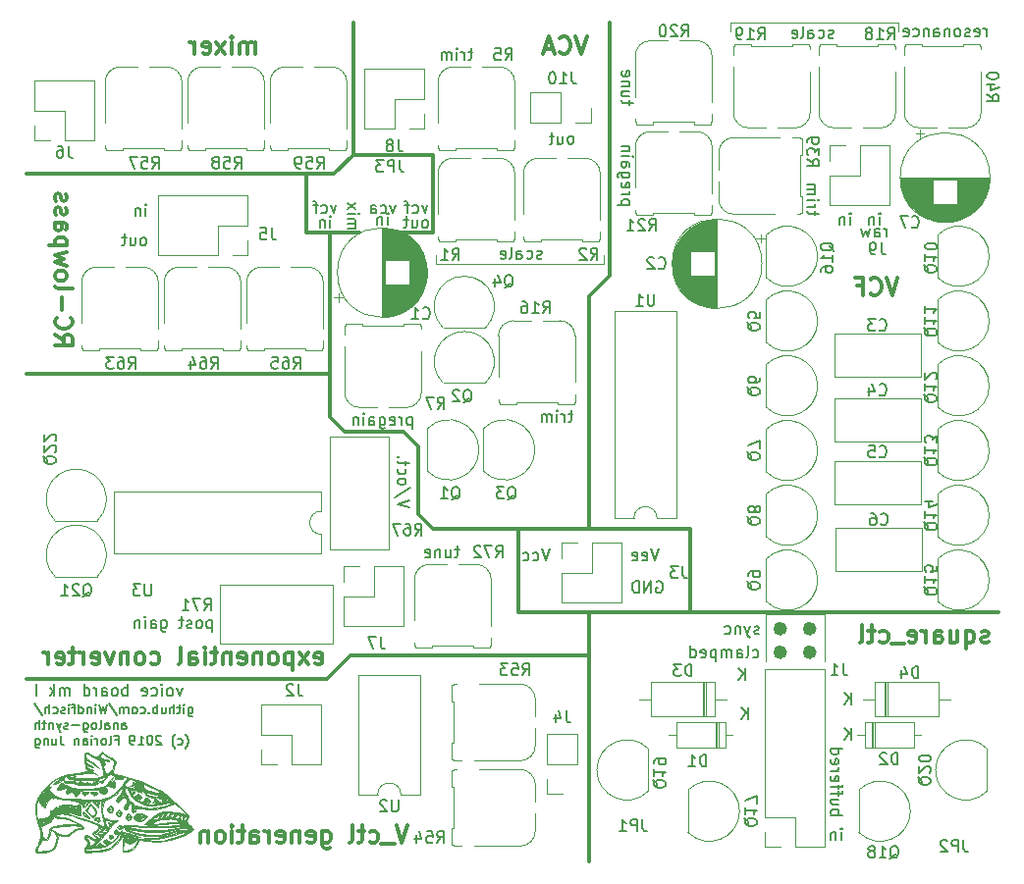
<source format=gbr>
G04 #@! TF.GenerationSoftware,KiCad,Pcbnew,5.1.4*
G04 #@! TF.CreationDate,2019-11-23T15:13:24+01:00*
G04 #@! TF.ProjectId,voice_board,766f6963-655f-4626-9f61-72642e6b6963,rev?*
G04 #@! TF.SameCoordinates,Original*
G04 #@! TF.FileFunction,Legend,Bot*
G04 #@! TF.FilePolarity,Positive*
%FSLAX46Y46*%
G04 Gerber Fmt 4.6, Leading zero omitted, Abs format (unit mm)*
G04 Created by KiCad (PCBNEW 5.1.4) date 2019-11-23 15:13:24*
%MOMM*%
%LPD*%
G04 APERTURE LIST*
%ADD10C,0.150000*%
%ADD11C,0.300000*%
%ADD12C,0.200000*%
%ADD13C,0.120000*%
%ADD14C,0.600000*%
%ADD15C,0.010000*%
G04 APERTURE END LIST*
D10*
X177298928Y-87037571D02*
X177298928Y-87685190D01*
X177337023Y-87761380D01*
X177375119Y-87799476D01*
X177451309Y-87837571D01*
X177565595Y-87837571D01*
X177641785Y-87799476D01*
X177298928Y-87532809D02*
X177375119Y-87570904D01*
X177527500Y-87570904D01*
X177603690Y-87532809D01*
X177641785Y-87494714D01*
X177679880Y-87418523D01*
X177679880Y-87189952D01*
X177641785Y-87113761D01*
X177603690Y-87075666D01*
X177527500Y-87037571D01*
X177375119Y-87037571D01*
X177298928Y-87075666D01*
X176917976Y-87570904D02*
X176917976Y-87037571D01*
X176917976Y-86770904D02*
X176956071Y-86809000D01*
X176917976Y-86847095D01*
X176879880Y-86809000D01*
X176917976Y-86770904D01*
X176917976Y-86847095D01*
X176651309Y-87037571D02*
X176346547Y-87037571D01*
X176537023Y-86770904D02*
X176537023Y-87456619D01*
X176498928Y-87532809D01*
X176422738Y-87570904D01*
X176346547Y-87570904D01*
X176079880Y-87570904D02*
X176079880Y-86770904D01*
X175737023Y-87570904D02*
X175737023Y-87151857D01*
X175775119Y-87075666D01*
X175851309Y-87037571D01*
X175965595Y-87037571D01*
X176041785Y-87075666D01*
X176079880Y-87113761D01*
X175013214Y-87037571D02*
X175013214Y-87570904D01*
X175356071Y-87037571D02*
X175356071Y-87456619D01*
X175317976Y-87532809D01*
X175241785Y-87570904D01*
X175127500Y-87570904D01*
X175051309Y-87532809D01*
X175013214Y-87494714D01*
X174632261Y-87570904D02*
X174632261Y-86770904D01*
X174632261Y-87075666D02*
X174556071Y-87037571D01*
X174403690Y-87037571D01*
X174327500Y-87075666D01*
X174289404Y-87113761D01*
X174251309Y-87189952D01*
X174251309Y-87418523D01*
X174289404Y-87494714D01*
X174327500Y-87532809D01*
X174403690Y-87570904D01*
X174556071Y-87570904D01*
X174632261Y-87532809D01*
X173908452Y-87494714D02*
X173870357Y-87532809D01*
X173908452Y-87570904D01*
X173946547Y-87532809D01*
X173908452Y-87494714D01*
X173908452Y-87570904D01*
X173184642Y-87532809D02*
X173260833Y-87570904D01*
X173413214Y-87570904D01*
X173489404Y-87532809D01*
X173527500Y-87494714D01*
X173565595Y-87418523D01*
X173565595Y-87189952D01*
X173527500Y-87113761D01*
X173489404Y-87075666D01*
X173413214Y-87037571D01*
X173260833Y-87037571D01*
X173184642Y-87075666D01*
X172727500Y-87570904D02*
X172803690Y-87532809D01*
X172841785Y-87494714D01*
X172879880Y-87418523D01*
X172879880Y-87189952D01*
X172841785Y-87113761D01*
X172803690Y-87075666D01*
X172727500Y-87037571D01*
X172613214Y-87037571D01*
X172537023Y-87075666D01*
X172498928Y-87113761D01*
X172460833Y-87189952D01*
X172460833Y-87418523D01*
X172498928Y-87494714D01*
X172537023Y-87532809D01*
X172613214Y-87570904D01*
X172727500Y-87570904D01*
X172117976Y-87570904D02*
X172117976Y-87037571D01*
X172117976Y-87113761D02*
X172079880Y-87075666D01*
X172003690Y-87037571D01*
X171889404Y-87037571D01*
X171813214Y-87075666D01*
X171775119Y-87151857D01*
X171775119Y-87570904D01*
X171775119Y-87151857D02*
X171737023Y-87075666D01*
X171660833Y-87037571D01*
X171546547Y-87037571D01*
X171470357Y-87075666D01*
X171432261Y-87151857D01*
X171432261Y-87570904D01*
X170479880Y-86732809D02*
X171165595Y-87761380D01*
X170289404Y-86770904D02*
X170098928Y-87570904D01*
X169946547Y-86999476D01*
X169794166Y-87570904D01*
X169603690Y-86770904D01*
X169298928Y-87570904D02*
X169298928Y-87037571D01*
X169298928Y-86770904D02*
X169337023Y-86809000D01*
X169298928Y-86847095D01*
X169260833Y-86809000D01*
X169298928Y-86770904D01*
X169298928Y-86847095D01*
X168917976Y-87037571D02*
X168917976Y-87570904D01*
X168917976Y-87113761D02*
X168879880Y-87075666D01*
X168803690Y-87037571D01*
X168689404Y-87037571D01*
X168613214Y-87075666D01*
X168575119Y-87151857D01*
X168575119Y-87570904D01*
X167851309Y-87570904D02*
X167851309Y-86770904D01*
X167851309Y-87532809D02*
X167927500Y-87570904D01*
X168079880Y-87570904D01*
X168156071Y-87532809D01*
X168194166Y-87494714D01*
X168232261Y-87418523D01*
X168232261Y-87189952D01*
X168194166Y-87113761D01*
X168156071Y-87075666D01*
X168079880Y-87037571D01*
X167927500Y-87037571D01*
X167851309Y-87075666D01*
X167584642Y-87037571D02*
X167279880Y-87037571D01*
X167470357Y-87570904D02*
X167470357Y-86885190D01*
X167432261Y-86809000D01*
X167356071Y-86770904D01*
X167279880Y-86770904D01*
X167013214Y-87570904D02*
X167013214Y-87037571D01*
X167013214Y-86770904D02*
X167051309Y-86809000D01*
X167013214Y-86847095D01*
X166975119Y-86809000D01*
X167013214Y-86770904D01*
X167013214Y-86847095D01*
X166670357Y-87532809D02*
X166594166Y-87570904D01*
X166441785Y-87570904D01*
X166365595Y-87532809D01*
X166327500Y-87456619D01*
X166327500Y-87418523D01*
X166365595Y-87342333D01*
X166441785Y-87304238D01*
X166556071Y-87304238D01*
X166632261Y-87266142D01*
X166670357Y-87189952D01*
X166670357Y-87151857D01*
X166632261Y-87075666D01*
X166556071Y-87037571D01*
X166441785Y-87037571D01*
X166365595Y-87075666D01*
X165641785Y-87532809D02*
X165717976Y-87570904D01*
X165870357Y-87570904D01*
X165946547Y-87532809D01*
X165984642Y-87494714D01*
X166022738Y-87418523D01*
X166022738Y-87189952D01*
X165984642Y-87113761D01*
X165946547Y-87075666D01*
X165870357Y-87037571D01*
X165717976Y-87037571D01*
X165641785Y-87075666D01*
X165298928Y-87570904D02*
X165298928Y-86770904D01*
X164956071Y-87570904D02*
X164956071Y-87151857D01*
X164994166Y-87075666D01*
X165070357Y-87037571D01*
X165184642Y-87037571D01*
X165260833Y-87075666D01*
X165298928Y-87113761D01*
X164003690Y-86732809D02*
X164689404Y-87761380D01*
X171584642Y-88920904D02*
X171584642Y-88501857D01*
X171622738Y-88425666D01*
X171698928Y-88387571D01*
X171851309Y-88387571D01*
X171927500Y-88425666D01*
X171584642Y-88882809D02*
X171660833Y-88920904D01*
X171851309Y-88920904D01*
X171927500Y-88882809D01*
X171965595Y-88806619D01*
X171965595Y-88730428D01*
X171927500Y-88654238D01*
X171851309Y-88616142D01*
X171660833Y-88616142D01*
X171584642Y-88578047D01*
X171203690Y-88387571D02*
X171203690Y-88920904D01*
X171203690Y-88463761D02*
X171165595Y-88425666D01*
X171089404Y-88387571D01*
X170975119Y-88387571D01*
X170898928Y-88425666D01*
X170860833Y-88501857D01*
X170860833Y-88920904D01*
X170137023Y-88920904D02*
X170137023Y-88501857D01*
X170175119Y-88425666D01*
X170251309Y-88387571D01*
X170403690Y-88387571D01*
X170479880Y-88425666D01*
X170137023Y-88882809D02*
X170213214Y-88920904D01*
X170403690Y-88920904D01*
X170479880Y-88882809D01*
X170517976Y-88806619D01*
X170517976Y-88730428D01*
X170479880Y-88654238D01*
X170403690Y-88616142D01*
X170213214Y-88616142D01*
X170137023Y-88578047D01*
X169641785Y-88920904D02*
X169717976Y-88882809D01*
X169756071Y-88806619D01*
X169756071Y-88120904D01*
X169222738Y-88920904D02*
X169298928Y-88882809D01*
X169337023Y-88844714D01*
X169375119Y-88768523D01*
X169375119Y-88539952D01*
X169337023Y-88463761D01*
X169298928Y-88425666D01*
X169222738Y-88387571D01*
X169108452Y-88387571D01*
X169032261Y-88425666D01*
X168994166Y-88463761D01*
X168956071Y-88539952D01*
X168956071Y-88768523D01*
X168994166Y-88844714D01*
X169032261Y-88882809D01*
X169108452Y-88920904D01*
X169222738Y-88920904D01*
X168270357Y-88387571D02*
X168270357Y-89035190D01*
X168308452Y-89111380D01*
X168346547Y-89149476D01*
X168422738Y-89187571D01*
X168537023Y-89187571D01*
X168613214Y-89149476D01*
X168270357Y-88882809D02*
X168346547Y-88920904D01*
X168498928Y-88920904D01*
X168575119Y-88882809D01*
X168613214Y-88844714D01*
X168651309Y-88768523D01*
X168651309Y-88539952D01*
X168613214Y-88463761D01*
X168575119Y-88425666D01*
X168498928Y-88387571D01*
X168346547Y-88387571D01*
X168270357Y-88425666D01*
X167889404Y-88616142D02*
X167279880Y-88616142D01*
X166937023Y-88882809D02*
X166860833Y-88920904D01*
X166708452Y-88920904D01*
X166632261Y-88882809D01*
X166594166Y-88806619D01*
X166594166Y-88768523D01*
X166632261Y-88692333D01*
X166708452Y-88654238D01*
X166822738Y-88654238D01*
X166898928Y-88616142D01*
X166937023Y-88539952D01*
X166937023Y-88501857D01*
X166898928Y-88425666D01*
X166822738Y-88387571D01*
X166708452Y-88387571D01*
X166632261Y-88425666D01*
X166327500Y-88387571D02*
X166137023Y-88920904D01*
X165946547Y-88387571D02*
X166137023Y-88920904D01*
X166213214Y-89111380D01*
X166251309Y-89149476D01*
X166327500Y-89187571D01*
X165641785Y-88387571D02*
X165641785Y-88920904D01*
X165641785Y-88463761D02*
X165603690Y-88425666D01*
X165527500Y-88387571D01*
X165413214Y-88387571D01*
X165337023Y-88425666D01*
X165298928Y-88501857D01*
X165298928Y-88920904D01*
X165032261Y-88387571D02*
X164727500Y-88387571D01*
X164917976Y-88120904D02*
X164917976Y-88806619D01*
X164879880Y-88882809D01*
X164803690Y-88920904D01*
X164727500Y-88920904D01*
X164460833Y-88920904D02*
X164460833Y-88120904D01*
X164117976Y-88920904D02*
X164117976Y-88501857D01*
X164156071Y-88425666D01*
X164232261Y-88387571D01*
X164346547Y-88387571D01*
X164422738Y-88425666D01*
X164460833Y-88463761D01*
X177070357Y-90582666D02*
X177108452Y-90544571D01*
X177184642Y-90430285D01*
X177222738Y-90354095D01*
X177260833Y-90239809D01*
X177298928Y-90049333D01*
X177298928Y-89896952D01*
X177260833Y-89706476D01*
X177222738Y-89592190D01*
X177184642Y-89516000D01*
X177108452Y-89401714D01*
X177070357Y-89363619D01*
X176422738Y-90239809D02*
X176498928Y-90277904D01*
X176651309Y-90277904D01*
X176727500Y-90239809D01*
X176765595Y-90201714D01*
X176803690Y-90125523D01*
X176803690Y-89896952D01*
X176765595Y-89820761D01*
X176727500Y-89782666D01*
X176651309Y-89744571D01*
X176498928Y-89744571D01*
X176422738Y-89782666D01*
X176156071Y-90582666D02*
X176117976Y-90544571D01*
X176041785Y-90430285D01*
X176003690Y-90354095D01*
X175965595Y-90239809D01*
X175927500Y-90049333D01*
X175927500Y-89896952D01*
X175965595Y-89706476D01*
X176003690Y-89592190D01*
X176041785Y-89516000D01*
X176117976Y-89401714D01*
X176156071Y-89363619D01*
X174975119Y-89554095D02*
X174937023Y-89516000D01*
X174860833Y-89477904D01*
X174670357Y-89477904D01*
X174594166Y-89516000D01*
X174556071Y-89554095D01*
X174517976Y-89630285D01*
X174517976Y-89706476D01*
X174556071Y-89820761D01*
X175013214Y-90277904D01*
X174517976Y-90277904D01*
X174022738Y-89477904D02*
X173946547Y-89477904D01*
X173870357Y-89516000D01*
X173832261Y-89554095D01*
X173794166Y-89630285D01*
X173756071Y-89782666D01*
X173756071Y-89973142D01*
X173794166Y-90125523D01*
X173832261Y-90201714D01*
X173870357Y-90239809D01*
X173946547Y-90277904D01*
X174022738Y-90277904D01*
X174098928Y-90239809D01*
X174137023Y-90201714D01*
X174175119Y-90125523D01*
X174213214Y-89973142D01*
X174213214Y-89782666D01*
X174175119Y-89630285D01*
X174137023Y-89554095D01*
X174098928Y-89516000D01*
X174022738Y-89477904D01*
X172994166Y-90277904D02*
X173451309Y-90277904D01*
X173222738Y-90277904D02*
X173222738Y-89477904D01*
X173298928Y-89592190D01*
X173375119Y-89668380D01*
X173451309Y-89706476D01*
X172613214Y-90277904D02*
X172460833Y-90277904D01*
X172384642Y-90239809D01*
X172346547Y-90201714D01*
X172270357Y-90087428D01*
X172232261Y-89935047D01*
X172232261Y-89630285D01*
X172270357Y-89554095D01*
X172308452Y-89516000D01*
X172384642Y-89477904D01*
X172537023Y-89477904D01*
X172613214Y-89516000D01*
X172651309Y-89554095D01*
X172689404Y-89630285D01*
X172689404Y-89820761D01*
X172651309Y-89896952D01*
X172613214Y-89935047D01*
X172537023Y-89973142D01*
X172384642Y-89973142D01*
X172308452Y-89935047D01*
X172270357Y-89896952D01*
X172232261Y-89820761D01*
X171013214Y-89858857D02*
X171279880Y-89858857D01*
X171279880Y-90277904D02*
X171279880Y-89477904D01*
X170898928Y-89477904D01*
X170479880Y-90277904D02*
X170556071Y-90239809D01*
X170594166Y-90163619D01*
X170594166Y-89477904D01*
X170060833Y-90277904D02*
X170137023Y-90239809D01*
X170175119Y-90201714D01*
X170213214Y-90125523D01*
X170213214Y-89896952D01*
X170175119Y-89820761D01*
X170137023Y-89782666D01*
X170060833Y-89744571D01*
X169946547Y-89744571D01*
X169870357Y-89782666D01*
X169832261Y-89820761D01*
X169794166Y-89896952D01*
X169794166Y-90125523D01*
X169832261Y-90201714D01*
X169870357Y-90239809D01*
X169946547Y-90277904D01*
X170060833Y-90277904D01*
X169451309Y-90277904D02*
X169451309Y-89744571D01*
X169451309Y-89896952D02*
X169413214Y-89820761D01*
X169375119Y-89782666D01*
X169298928Y-89744571D01*
X169222738Y-89744571D01*
X168956071Y-90277904D02*
X168956071Y-89744571D01*
X168956071Y-89477904D02*
X168994166Y-89516000D01*
X168956071Y-89554095D01*
X168917976Y-89516000D01*
X168956071Y-89477904D01*
X168956071Y-89554095D01*
X168232261Y-90277904D02*
X168232261Y-89858857D01*
X168270357Y-89782666D01*
X168346547Y-89744571D01*
X168498928Y-89744571D01*
X168575119Y-89782666D01*
X168232261Y-90239809D02*
X168308452Y-90277904D01*
X168498928Y-90277904D01*
X168575119Y-90239809D01*
X168613214Y-90163619D01*
X168613214Y-90087428D01*
X168575119Y-90011238D01*
X168498928Y-89973142D01*
X168308452Y-89973142D01*
X168232261Y-89935047D01*
X167851309Y-89744571D02*
X167851309Y-90277904D01*
X167851309Y-89820761D02*
X167813214Y-89782666D01*
X167737023Y-89744571D01*
X167622738Y-89744571D01*
X167546547Y-89782666D01*
X167508452Y-89858857D01*
X167508452Y-90277904D01*
X166289404Y-89477904D02*
X166289404Y-90049333D01*
X166327500Y-90163619D01*
X166403690Y-90239809D01*
X166517976Y-90277904D01*
X166594166Y-90277904D01*
X165565595Y-89744571D02*
X165565595Y-90277904D01*
X165908452Y-89744571D02*
X165908452Y-90163619D01*
X165870357Y-90239809D01*
X165794166Y-90277904D01*
X165679880Y-90277904D01*
X165603690Y-90239809D01*
X165565595Y-90201714D01*
X165184642Y-89744571D02*
X165184642Y-90277904D01*
X165184642Y-89820761D02*
X165146547Y-89782666D01*
X165070357Y-89744571D01*
X164956071Y-89744571D01*
X164879880Y-89782666D01*
X164841785Y-89858857D01*
X164841785Y-90277904D01*
X164117976Y-89744571D02*
X164117976Y-90392190D01*
X164156071Y-90468380D01*
X164194166Y-90506476D01*
X164270357Y-90544571D01*
X164384642Y-90544571D01*
X164460833Y-90506476D01*
X164117976Y-90239809D02*
X164194166Y-90277904D01*
X164346547Y-90277904D01*
X164422738Y-90239809D01*
X164460833Y-90201714D01*
X164498928Y-90125523D01*
X164498928Y-89896952D01*
X164460833Y-89820761D01*
X164422738Y-89782666D01*
X164346547Y-89744571D01*
X164194166Y-89744571D01*
X164117976Y-89782666D01*
X176784642Y-85383714D02*
X176546547Y-86050380D01*
X176308452Y-85383714D01*
X175784642Y-86050380D02*
X175879880Y-86002761D01*
X175927500Y-85955142D01*
X175975119Y-85859904D01*
X175975119Y-85574190D01*
X175927500Y-85478952D01*
X175879880Y-85431333D01*
X175784642Y-85383714D01*
X175641785Y-85383714D01*
X175546547Y-85431333D01*
X175498928Y-85478952D01*
X175451309Y-85574190D01*
X175451309Y-85859904D01*
X175498928Y-85955142D01*
X175546547Y-86002761D01*
X175641785Y-86050380D01*
X175784642Y-86050380D01*
X175022738Y-86050380D02*
X175022738Y-85383714D01*
X175022738Y-85050380D02*
X175070357Y-85098000D01*
X175022738Y-85145619D01*
X174975119Y-85098000D01*
X175022738Y-85050380D01*
X175022738Y-85145619D01*
X174117976Y-86002761D02*
X174213214Y-86050380D01*
X174403690Y-86050380D01*
X174498928Y-86002761D01*
X174546547Y-85955142D01*
X174594166Y-85859904D01*
X174594166Y-85574190D01*
X174546547Y-85478952D01*
X174498928Y-85431333D01*
X174403690Y-85383714D01*
X174213214Y-85383714D01*
X174117976Y-85431333D01*
X173308452Y-86002761D02*
X173403690Y-86050380D01*
X173594166Y-86050380D01*
X173689404Y-86002761D01*
X173737023Y-85907523D01*
X173737023Y-85526571D01*
X173689404Y-85431333D01*
X173594166Y-85383714D01*
X173403690Y-85383714D01*
X173308452Y-85431333D01*
X173260833Y-85526571D01*
X173260833Y-85621809D01*
X173737023Y-85717047D01*
X172070357Y-86050380D02*
X172070357Y-85050380D01*
X172070357Y-85431333D02*
X171975119Y-85383714D01*
X171784642Y-85383714D01*
X171689404Y-85431333D01*
X171641785Y-85478952D01*
X171594166Y-85574190D01*
X171594166Y-85859904D01*
X171641785Y-85955142D01*
X171689404Y-86002761D01*
X171784642Y-86050380D01*
X171975119Y-86050380D01*
X172070357Y-86002761D01*
X171022738Y-86050380D02*
X171117976Y-86002761D01*
X171165595Y-85955142D01*
X171213214Y-85859904D01*
X171213214Y-85574190D01*
X171165595Y-85478952D01*
X171117976Y-85431333D01*
X171022738Y-85383714D01*
X170879880Y-85383714D01*
X170784642Y-85431333D01*
X170737023Y-85478952D01*
X170689404Y-85574190D01*
X170689404Y-85859904D01*
X170737023Y-85955142D01*
X170784642Y-86002761D01*
X170879880Y-86050380D01*
X171022738Y-86050380D01*
X169832261Y-86050380D02*
X169832261Y-85526571D01*
X169879880Y-85431333D01*
X169975119Y-85383714D01*
X170165595Y-85383714D01*
X170260833Y-85431333D01*
X169832261Y-86002761D02*
X169927500Y-86050380D01*
X170165595Y-86050380D01*
X170260833Y-86002761D01*
X170308452Y-85907523D01*
X170308452Y-85812285D01*
X170260833Y-85717047D01*
X170165595Y-85669428D01*
X169927500Y-85669428D01*
X169832261Y-85621809D01*
X169356071Y-86050380D02*
X169356071Y-85383714D01*
X169356071Y-85574190D02*
X169308452Y-85478952D01*
X169260833Y-85431333D01*
X169165595Y-85383714D01*
X169070357Y-85383714D01*
X168308452Y-86050380D02*
X168308452Y-85050380D01*
X168308452Y-86002761D02*
X168403690Y-86050380D01*
X168594166Y-86050380D01*
X168689404Y-86002761D01*
X168737023Y-85955142D01*
X168784642Y-85859904D01*
X168784642Y-85574190D01*
X168737023Y-85478952D01*
X168689404Y-85431333D01*
X168594166Y-85383714D01*
X168403690Y-85383714D01*
X168308452Y-85431333D01*
X167070357Y-86050380D02*
X167070357Y-85383714D01*
X167070357Y-85478952D02*
X167022738Y-85431333D01*
X166927500Y-85383714D01*
X166784642Y-85383714D01*
X166689404Y-85431333D01*
X166641785Y-85526571D01*
X166641785Y-86050380D01*
X166641785Y-85526571D02*
X166594166Y-85431333D01*
X166498928Y-85383714D01*
X166356071Y-85383714D01*
X166260833Y-85431333D01*
X166213214Y-85526571D01*
X166213214Y-86050380D01*
X165737023Y-86050380D02*
X165737023Y-85050380D01*
X165641785Y-85669428D02*
X165356071Y-86050380D01*
X165356071Y-85383714D02*
X165737023Y-85764666D01*
X164165595Y-86050380D02*
X164165595Y-85050380D01*
D11*
X189230000Y-84582000D02*
X163322000Y-84582000D01*
X191262000Y-82550000D02*
X189230000Y-84582000D01*
X211836000Y-82550000D02*
X191262000Y-82550000D01*
X198374000Y-71628000D02*
X197104000Y-70358000D01*
X197104000Y-70358000D02*
X197104000Y-64516000D01*
X197104000Y-64516000D02*
X195834000Y-63246000D01*
X195834000Y-63246000D02*
X190754000Y-63246000D01*
X190754000Y-63246000D02*
X189484000Y-61976000D01*
X205740000Y-71628000D02*
X198374000Y-71628000D01*
X211836000Y-51562000D02*
X213614000Y-49784000D01*
X213614000Y-49784000D02*
X213614000Y-27940000D01*
X189484000Y-58293000D02*
X163322000Y-58293000D01*
D12*
X179355333Y-79541714D02*
X179355333Y-80541714D01*
X179355333Y-79589333D02*
X179260095Y-79541714D01*
X179069619Y-79541714D01*
X178974380Y-79589333D01*
X178926761Y-79636952D01*
X178879142Y-79732190D01*
X178879142Y-80017904D01*
X178926761Y-80113142D01*
X178974380Y-80160761D01*
X179069619Y-80208380D01*
X179260095Y-80208380D01*
X179355333Y-80160761D01*
X178307714Y-80208380D02*
X178402952Y-80160761D01*
X178450571Y-80113142D01*
X178498190Y-80017904D01*
X178498190Y-79732190D01*
X178450571Y-79636952D01*
X178402952Y-79589333D01*
X178307714Y-79541714D01*
X178164857Y-79541714D01*
X178069619Y-79589333D01*
X178022000Y-79636952D01*
X177974380Y-79732190D01*
X177974380Y-80017904D01*
X178022000Y-80113142D01*
X178069619Y-80160761D01*
X178164857Y-80208380D01*
X178307714Y-80208380D01*
X177593428Y-80160761D02*
X177498190Y-80208380D01*
X177307714Y-80208380D01*
X177212476Y-80160761D01*
X177164857Y-80065523D01*
X177164857Y-80017904D01*
X177212476Y-79922666D01*
X177307714Y-79875047D01*
X177450571Y-79875047D01*
X177545809Y-79827428D01*
X177593428Y-79732190D01*
X177593428Y-79684571D01*
X177545809Y-79589333D01*
X177450571Y-79541714D01*
X177307714Y-79541714D01*
X177212476Y-79589333D01*
X176879142Y-79541714D02*
X176498190Y-79541714D01*
X176736285Y-79208380D02*
X176736285Y-80065523D01*
X176688666Y-80160761D01*
X176593428Y-80208380D01*
X176498190Y-80208380D01*
X174974380Y-79541714D02*
X174974380Y-80351238D01*
X175022000Y-80446476D01*
X175069619Y-80494095D01*
X175164857Y-80541714D01*
X175307714Y-80541714D01*
X175402952Y-80494095D01*
X174974380Y-80160761D02*
X175069619Y-80208380D01*
X175260095Y-80208380D01*
X175355333Y-80160761D01*
X175402952Y-80113142D01*
X175450571Y-80017904D01*
X175450571Y-79732190D01*
X175402952Y-79636952D01*
X175355333Y-79589333D01*
X175260095Y-79541714D01*
X175069619Y-79541714D01*
X174974380Y-79589333D01*
X174069619Y-80208380D02*
X174069619Y-79684571D01*
X174117238Y-79589333D01*
X174212476Y-79541714D01*
X174402952Y-79541714D01*
X174498190Y-79589333D01*
X174069619Y-80160761D02*
X174164857Y-80208380D01*
X174402952Y-80208380D01*
X174498190Y-80160761D01*
X174545809Y-80065523D01*
X174545809Y-79970285D01*
X174498190Y-79875047D01*
X174402952Y-79827428D01*
X174164857Y-79827428D01*
X174069619Y-79779809D01*
X173593428Y-80208380D02*
X173593428Y-79541714D01*
X173593428Y-79208380D02*
X173641047Y-79256000D01*
X173593428Y-79303619D01*
X173545809Y-79256000D01*
X173593428Y-79208380D01*
X173593428Y-79303619D01*
X173117238Y-79541714D02*
X173117238Y-80208380D01*
X173117238Y-79636952D02*
X173069619Y-79589333D01*
X172974380Y-79541714D01*
X172831523Y-79541714D01*
X172736285Y-79589333D01*
X172688666Y-79684571D01*
X172688666Y-80208380D01*
X200659809Y-73445714D02*
X200278857Y-73445714D01*
X200516952Y-73112380D02*
X200516952Y-73969523D01*
X200469333Y-74064761D01*
X200374095Y-74112380D01*
X200278857Y-74112380D01*
X199516952Y-73445714D02*
X199516952Y-74112380D01*
X199945523Y-73445714D02*
X199945523Y-73969523D01*
X199897904Y-74064761D01*
X199802666Y-74112380D01*
X199659809Y-74112380D01*
X199564571Y-74064761D01*
X199516952Y-74017142D01*
X199040761Y-73445714D02*
X199040761Y-74112380D01*
X199040761Y-73540952D02*
X198993142Y-73493333D01*
X198897904Y-73445714D01*
X198755047Y-73445714D01*
X198659809Y-73493333D01*
X198612190Y-73588571D01*
X198612190Y-74112380D01*
X197755047Y-74064761D02*
X197850285Y-74112380D01*
X198040761Y-74112380D01*
X198136000Y-74064761D01*
X198183619Y-73969523D01*
X198183619Y-73588571D01*
X198136000Y-73493333D01*
X198040761Y-73445714D01*
X197850285Y-73445714D01*
X197755047Y-73493333D01*
X197707428Y-73588571D01*
X197707428Y-73683809D01*
X198183619Y-73779047D01*
X196381619Y-69825904D02*
X195381619Y-69492571D01*
X196381619Y-69159238D01*
X196429238Y-68111619D02*
X195143523Y-68968761D01*
X195381619Y-67635428D02*
X195429238Y-67730666D01*
X195476857Y-67778285D01*
X195572095Y-67825904D01*
X195857809Y-67825904D01*
X195953047Y-67778285D01*
X196000666Y-67730666D01*
X196048285Y-67635428D01*
X196048285Y-67492571D01*
X196000666Y-67397333D01*
X195953047Y-67349714D01*
X195857809Y-67302095D01*
X195572095Y-67302095D01*
X195476857Y-67349714D01*
X195429238Y-67397333D01*
X195381619Y-67492571D01*
X195381619Y-67635428D01*
X195429238Y-66444952D02*
X195381619Y-66540190D01*
X195381619Y-66730666D01*
X195429238Y-66825904D01*
X195476857Y-66873523D01*
X195572095Y-66921142D01*
X195857809Y-66921142D01*
X195953047Y-66873523D01*
X196000666Y-66825904D01*
X196048285Y-66730666D01*
X196048285Y-66540190D01*
X196000666Y-66444952D01*
X196048285Y-66159238D02*
X196048285Y-65778285D01*
X196381619Y-66016380D02*
X195524476Y-66016380D01*
X195429238Y-65968761D01*
X195381619Y-65873523D01*
X195381619Y-65778285D01*
X195476857Y-65444952D02*
X195429238Y-65397333D01*
X195381619Y-65444952D01*
X195429238Y-65492571D01*
X195476857Y-65444952D01*
X195381619Y-65444952D01*
D11*
X220599000Y-71628000D02*
X220599000Y-78867000D01*
X205740000Y-71628000D02*
X220599000Y-71628000D01*
X205740000Y-78867000D02*
X205740000Y-71628000D01*
X207645000Y-78867000D02*
X205740000Y-78867000D01*
X191516000Y-39370000D02*
X189865000Y-41021000D01*
X189865000Y-41021000D02*
X187452000Y-41021000D01*
X198374000Y-46101000D02*
X194183000Y-46101000D01*
X198374000Y-39370000D02*
X198374000Y-46101000D01*
X191516000Y-39370000D02*
X198374000Y-39370000D01*
X187452000Y-41656000D02*
X187452000Y-41021000D01*
X189484000Y-46101000D02*
X192024000Y-46101000D01*
X187452000Y-46101000D02*
X189484000Y-46101000D01*
D13*
X187452000Y-45974000D02*
X187452000Y-46101000D01*
D11*
X187452000Y-41656000D02*
X187452000Y-45974000D01*
D10*
X190055380Y-43727714D02*
X189817285Y-44394380D01*
X189579190Y-43727714D01*
X188769666Y-44346761D02*
X188864904Y-44394380D01*
X189055380Y-44394380D01*
X189150619Y-44346761D01*
X189198238Y-44299142D01*
X189245857Y-44203904D01*
X189245857Y-43918190D01*
X189198238Y-43822952D01*
X189150619Y-43775333D01*
X189055380Y-43727714D01*
X188864904Y-43727714D01*
X188769666Y-43775333D01*
X188483952Y-43727714D02*
X188103000Y-43727714D01*
X188341095Y-44394380D02*
X188341095Y-43537238D01*
X188293476Y-43442000D01*
X188198238Y-43394380D01*
X188103000Y-43394380D01*
X189555380Y-45664380D02*
X189555380Y-44997714D01*
X189555380Y-44664380D02*
X189603000Y-44712000D01*
X189555380Y-44759619D01*
X189507761Y-44712000D01*
X189555380Y-44664380D01*
X189555380Y-44759619D01*
X189079190Y-44997714D02*
X189079190Y-45664380D01*
X189079190Y-45092952D02*
X189031571Y-45045333D01*
X188936333Y-44997714D01*
X188793476Y-44997714D01*
X188698238Y-45045333D01*
X188650619Y-45140571D01*
X188650619Y-45664380D01*
X197786523Y-45664380D02*
X197881761Y-45616761D01*
X197929380Y-45569142D01*
X197977000Y-45473904D01*
X197977000Y-45188190D01*
X197929380Y-45092952D01*
X197881761Y-45045333D01*
X197786523Y-44997714D01*
X197643666Y-44997714D01*
X197548428Y-45045333D01*
X197500809Y-45092952D01*
X197453190Y-45188190D01*
X197453190Y-45473904D01*
X197500809Y-45569142D01*
X197548428Y-45616761D01*
X197643666Y-45664380D01*
X197786523Y-45664380D01*
X196596047Y-44997714D02*
X196596047Y-45664380D01*
X197024619Y-44997714D02*
X197024619Y-45521523D01*
X196977000Y-45616761D01*
X196881761Y-45664380D01*
X196738904Y-45664380D01*
X196643666Y-45616761D01*
X196596047Y-45569142D01*
X196262714Y-44997714D02*
X195881761Y-44997714D01*
X196119857Y-44664380D02*
X196119857Y-45521523D01*
X196072238Y-45616761D01*
X195977000Y-45664380D01*
X195881761Y-45664380D01*
X197929380Y-43727714D02*
X197691285Y-44394380D01*
X197453190Y-43727714D01*
X196643666Y-44346761D02*
X196738904Y-44394380D01*
X196929380Y-44394380D01*
X197024619Y-44346761D01*
X197072238Y-44299142D01*
X197119857Y-44203904D01*
X197119857Y-43918190D01*
X197072238Y-43822952D01*
X197024619Y-43775333D01*
X196929380Y-43727714D01*
X196738904Y-43727714D01*
X196643666Y-43775333D01*
X196357952Y-43727714D02*
X195977000Y-43727714D01*
X196215095Y-44394380D02*
X196215095Y-43537238D01*
X196167476Y-43442000D01*
X196072238Y-43394380D01*
X195977000Y-43394380D01*
X194508380Y-45410380D02*
X194508380Y-44743714D01*
X194508380Y-44410380D02*
X194556000Y-44458000D01*
X194508380Y-44505619D01*
X194460761Y-44458000D01*
X194508380Y-44410380D01*
X194508380Y-44505619D01*
X194032190Y-44743714D02*
X194032190Y-45410380D01*
X194032190Y-44838952D02*
X193984571Y-44791333D01*
X193889333Y-44743714D01*
X193746476Y-44743714D01*
X193651238Y-44791333D01*
X193603619Y-44886571D01*
X193603619Y-45410380D01*
X191063619Y-45775428D02*
X191730285Y-45775428D01*
X191635047Y-45775428D02*
X191682666Y-45727809D01*
X191730285Y-45632571D01*
X191730285Y-45489714D01*
X191682666Y-45394476D01*
X191587428Y-45346857D01*
X191063619Y-45346857D01*
X191587428Y-45346857D02*
X191682666Y-45299238D01*
X191730285Y-45204000D01*
X191730285Y-45061142D01*
X191682666Y-44965904D01*
X191587428Y-44918285D01*
X191063619Y-44918285D01*
X191063619Y-44442095D02*
X191730285Y-44442095D01*
X192063619Y-44442095D02*
X192016000Y-44489714D01*
X191968380Y-44442095D01*
X192016000Y-44394476D01*
X192063619Y-44442095D01*
X191968380Y-44442095D01*
X191063619Y-44061142D02*
X191730285Y-43537333D01*
X191730285Y-44061142D02*
X191063619Y-43537333D01*
X195175047Y-43727714D02*
X194936952Y-44394380D01*
X194698857Y-43727714D01*
X193889333Y-44346761D02*
X193984571Y-44394380D01*
X194175047Y-44394380D01*
X194270285Y-44346761D01*
X194317904Y-44299142D01*
X194365523Y-44203904D01*
X194365523Y-43918190D01*
X194317904Y-43822952D01*
X194270285Y-43775333D01*
X194175047Y-43727714D01*
X193984571Y-43727714D01*
X193889333Y-43775333D01*
X193032190Y-44394380D02*
X193032190Y-43870571D01*
X193079809Y-43775333D01*
X193175047Y-43727714D01*
X193365523Y-43727714D01*
X193460761Y-43775333D01*
X193032190Y-44346761D02*
X193127428Y-44394380D01*
X193365523Y-44394380D01*
X193460761Y-44346761D01*
X193508380Y-44251523D01*
X193508380Y-44156285D01*
X193460761Y-44061047D01*
X193365523Y-44013428D01*
X193127428Y-44013428D01*
X193032190Y-43965809D01*
D11*
X211696857Y-29150571D02*
X211196857Y-30650571D01*
X210696857Y-29150571D01*
X209339714Y-30507714D02*
X209411142Y-30579142D01*
X209625428Y-30650571D01*
X209768285Y-30650571D01*
X209982571Y-30579142D01*
X210125428Y-30436285D01*
X210196857Y-30293428D01*
X210268285Y-30007714D01*
X210268285Y-29793428D01*
X210196857Y-29507714D01*
X210125428Y-29364857D01*
X209982571Y-29222000D01*
X209768285Y-29150571D01*
X209625428Y-29150571D01*
X209411142Y-29222000D01*
X209339714Y-29293428D01*
X208768285Y-30222000D02*
X208054000Y-30222000D01*
X208911142Y-30650571D02*
X208411142Y-29150571D01*
X207911142Y-30650571D01*
X238493857Y-49978571D02*
X237993857Y-51478571D01*
X237493857Y-49978571D01*
X236136714Y-51335714D02*
X236208142Y-51407142D01*
X236422428Y-51478571D01*
X236565285Y-51478571D01*
X236779571Y-51407142D01*
X236922428Y-51264285D01*
X236993857Y-51121428D01*
X237065285Y-50835714D01*
X237065285Y-50621428D01*
X236993857Y-50335714D01*
X236922428Y-50192857D01*
X236779571Y-50050000D01*
X236565285Y-49978571D01*
X236422428Y-49978571D01*
X236208142Y-50050000D01*
X236136714Y-50121428D01*
X234993857Y-50692857D02*
X235493857Y-50692857D01*
X235493857Y-51478571D02*
X235493857Y-49978571D01*
X234779571Y-49978571D01*
X211836000Y-78994000D02*
X211836000Y-100330000D01*
X187452000Y-41021000D02*
X163322000Y-41021000D01*
X189484000Y-46101000D02*
X189484000Y-61976000D01*
X191516000Y-27940000D02*
X191516000Y-39243000D01*
X211836000Y-71628000D02*
X211836000Y-51562000D01*
D13*
X198628000Y-48514000D02*
X198628000Y-48768000D01*
X213106000Y-48768000D02*
X213106000Y-48260000D01*
X198628000Y-48006000D02*
X198628000Y-48514000D01*
X213106000Y-48260000D02*
X213106000Y-48006000D01*
X198628000Y-48768000D02*
X213106000Y-48768000D01*
D11*
X247142000Y-78867000D02*
X207645000Y-78867000D01*
D12*
X210446761Y-61761714D02*
X210065809Y-61761714D01*
X210303904Y-61428380D02*
X210303904Y-62285523D01*
X210256285Y-62380761D01*
X210161047Y-62428380D01*
X210065809Y-62428380D01*
X209732476Y-62428380D02*
X209732476Y-61761714D01*
X209732476Y-61952190D02*
X209684857Y-61856952D01*
X209637238Y-61809333D01*
X209542000Y-61761714D01*
X209446761Y-61761714D01*
X209113428Y-62428380D02*
X209113428Y-61761714D01*
X209113428Y-61428380D02*
X209161047Y-61476000D01*
X209113428Y-61523619D01*
X209065809Y-61476000D01*
X209113428Y-61428380D01*
X209113428Y-61523619D01*
X208637238Y-62428380D02*
X208637238Y-61761714D01*
X208637238Y-61856952D02*
X208589619Y-61809333D01*
X208494380Y-61761714D01*
X208351523Y-61761714D01*
X208256285Y-61809333D01*
X208208666Y-61904571D01*
X208208666Y-62428380D01*
X208208666Y-61904571D02*
X208161047Y-61809333D01*
X208065809Y-61761714D01*
X207922952Y-61761714D01*
X207827714Y-61809333D01*
X207780095Y-61904571D01*
X207780095Y-62428380D01*
X196603619Y-62015714D02*
X196603619Y-63015714D01*
X196603619Y-62063333D02*
X196508380Y-62015714D01*
X196317904Y-62015714D01*
X196222666Y-62063333D01*
X196175047Y-62110952D01*
X196127428Y-62206190D01*
X196127428Y-62491904D01*
X196175047Y-62587142D01*
X196222666Y-62634761D01*
X196317904Y-62682380D01*
X196508380Y-62682380D01*
X196603619Y-62634761D01*
X195698857Y-62682380D02*
X195698857Y-62015714D01*
X195698857Y-62206190D02*
X195651238Y-62110952D01*
X195603619Y-62063333D01*
X195508380Y-62015714D01*
X195413142Y-62015714D01*
X194698857Y-62634761D02*
X194794095Y-62682380D01*
X194984571Y-62682380D01*
X195079809Y-62634761D01*
X195127428Y-62539523D01*
X195127428Y-62158571D01*
X195079809Y-62063333D01*
X194984571Y-62015714D01*
X194794095Y-62015714D01*
X194698857Y-62063333D01*
X194651238Y-62158571D01*
X194651238Y-62253809D01*
X195127428Y-62349047D01*
X193794095Y-62015714D02*
X193794095Y-62825238D01*
X193841714Y-62920476D01*
X193889333Y-62968095D01*
X193984571Y-63015714D01*
X194127428Y-63015714D01*
X194222666Y-62968095D01*
X193794095Y-62634761D02*
X193889333Y-62682380D01*
X194079809Y-62682380D01*
X194175047Y-62634761D01*
X194222666Y-62587142D01*
X194270285Y-62491904D01*
X194270285Y-62206190D01*
X194222666Y-62110952D01*
X194175047Y-62063333D01*
X194079809Y-62015714D01*
X193889333Y-62015714D01*
X193794095Y-62063333D01*
X192889333Y-62682380D02*
X192889333Y-62158571D01*
X192936952Y-62063333D01*
X193032190Y-62015714D01*
X193222666Y-62015714D01*
X193317904Y-62063333D01*
X192889333Y-62634761D02*
X192984571Y-62682380D01*
X193222666Y-62682380D01*
X193317904Y-62634761D01*
X193365523Y-62539523D01*
X193365523Y-62444285D01*
X193317904Y-62349047D01*
X193222666Y-62301428D01*
X192984571Y-62301428D01*
X192889333Y-62253809D01*
X192413142Y-62682380D02*
X192413142Y-62015714D01*
X192413142Y-61682380D02*
X192460761Y-61730000D01*
X192413142Y-61777619D01*
X192365523Y-61730000D01*
X192413142Y-61682380D01*
X192413142Y-61777619D01*
X191936952Y-62015714D02*
X191936952Y-62682380D01*
X191936952Y-62110952D02*
X191889333Y-62063333D01*
X191794095Y-62015714D01*
X191651238Y-62015714D01*
X191556000Y-62063333D01*
X191508380Y-62158571D01*
X191508380Y-62682380D01*
D13*
X224028000Y-28448000D02*
X224028000Y-28702000D01*
X224028000Y-27940000D02*
X224028000Y-28448000D01*
X238506000Y-27940000D02*
X224028000Y-27940000D01*
X238506000Y-28194000D02*
X238506000Y-27940000D01*
X238506000Y-28702000D02*
X238506000Y-28194000D01*
D12*
X234386380Y-45410380D02*
X234386380Y-44743714D01*
X234386380Y-44410380D02*
X234434000Y-44458000D01*
X234386380Y-44505619D01*
X234338761Y-44458000D01*
X234386380Y-44410380D01*
X234386380Y-44505619D01*
X233910190Y-44743714D02*
X233910190Y-45410380D01*
X233910190Y-44838952D02*
X233862571Y-44791333D01*
X233767333Y-44743714D01*
X233624476Y-44743714D01*
X233529238Y-44791333D01*
X233481619Y-44886571D01*
X233481619Y-45410380D01*
X210359523Y-38425380D02*
X210454761Y-38377761D01*
X210502380Y-38330142D01*
X210550000Y-38234904D01*
X210550000Y-37949190D01*
X210502380Y-37853952D01*
X210454761Y-37806333D01*
X210359523Y-37758714D01*
X210216666Y-37758714D01*
X210121428Y-37806333D01*
X210073809Y-37853952D01*
X210026190Y-37949190D01*
X210026190Y-38234904D01*
X210073809Y-38330142D01*
X210121428Y-38377761D01*
X210216666Y-38425380D01*
X210359523Y-38425380D01*
X209169047Y-37758714D02*
X209169047Y-38425380D01*
X209597619Y-37758714D02*
X209597619Y-38282523D01*
X209550000Y-38377761D01*
X209454761Y-38425380D01*
X209311904Y-38425380D01*
X209216666Y-38377761D01*
X209169047Y-38330142D01*
X208835714Y-37758714D02*
X208454761Y-37758714D01*
X208692857Y-37425380D02*
X208692857Y-38282523D01*
X208645238Y-38377761D01*
X208550000Y-38425380D01*
X208454761Y-38425380D01*
X215352285Y-43695619D02*
X214352285Y-43695619D01*
X215304666Y-43695619D02*
X215352285Y-43600380D01*
X215352285Y-43409904D01*
X215304666Y-43314666D01*
X215257047Y-43267047D01*
X215161809Y-43219428D01*
X214876095Y-43219428D01*
X214780857Y-43267047D01*
X214733238Y-43314666D01*
X214685619Y-43409904D01*
X214685619Y-43600380D01*
X214733238Y-43695619D01*
X214685619Y-42790857D02*
X215352285Y-42790857D01*
X215161809Y-42790857D02*
X215257047Y-42743238D01*
X215304666Y-42695619D01*
X215352285Y-42600380D01*
X215352285Y-42505142D01*
X214733238Y-41790857D02*
X214685619Y-41886095D01*
X214685619Y-42076571D01*
X214733238Y-42171809D01*
X214828476Y-42219428D01*
X215209428Y-42219428D01*
X215304666Y-42171809D01*
X215352285Y-42076571D01*
X215352285Y-41886095D01*
X215304666Y-41790857D01*
X215209428Y-41743238D01*
X215114190Y-41743238D01*
X215018952Y-42219428D01*
X215352285Y-40886095D02*
X214542761Y-40886095D01*
X214447523Y-40933714D01*
X214399904Y-40981333D01*
X214352285Y-41076571D01*
X214352285Y-41219428D01*
X214399904Y-41314666D01*
X214733238Y-40886095D02*
X214685619Y-40981333D01*
X214685619Y-41171809D01*
X214733238Y-41267047D01*
X214780857Y-41314666D01*
X214876095Y-41362285D01*
X215161809Y-41362285D01*
X215257047Y-41314666D01*
X215304666Y-41267047D01*
X215352285Y-41171809D01*
X215352285Y-40981333D01*
X215304666Y-40886095D01*
X214685619Y-39981333D02*
X215209428Y-39981333D01*
X215304666Y-40028952D01*
X215352285Y-40124190D01*
X215352285Y-40314666D01*
X215304666Y-40409904D01*
X214733238Y-39981333D02*
X214685619Y-40076571D01*
X214685619Y-40314666D01*
X214733238Y-40409904D01*
X214828476Y-40457523D01*
X214923714Y-40457523D01*
X215018952Y-40409904D01*
X215066571Y-40314666D01*
X215066571Y-40076571D01*
X215114190Y-39981333D01*
X214685619Y-39505142D02*
X215352285Y-39505142D01*
X215685619Y-39505142D02*
X215638000Y-39552761D01*
X215590380Y-39505142D01*
X215638000Y-39457523D01*
X215685619Y-39505142D01*
X215590380Y-39505142D01*
X215352285Y-39028952D02*
X214685619Y-39028952D01*
X215257047Y-39028952D02*
X215304666Y-38981333D01*
X215352285Y-38886095D01*
X215352285Y-38743238D01*
X215304666Y-38648000D01*
X215209428Y-38600380D01*
X214685619Y-38600380D01*
D11*
X196233714Y-97222571D02*
X195733714Y-98722571D01*
X195233714Y-97222571D01*
X195090857Y-98865428D02*
X193948000Y-98865428D01*
X192948000Y-98651142D02*
X193090857Y-98722571D01*
X193376571Y-98722571D01*
X193519428Y-98651142D01*
X193590857Y-98579714D01*
X193662285Y-98436857D01*
X193662285Y-98008285D01*
X193590857Y-97865428D01*
X193519428Y-97794000D01*
X193376571Y-97722571D01*
X193090857Y-97722571D01*
X192948000Y-97794000D01*
X192519428Y-97722571D02*
X191948000Y-97722571D01*
X192305142Y-97222571D02*
X192305142Y-98508285D01*
X192233714Y-98651142D01*
X192090857Y-98722571D01*
X191948000Y-98722571D01*
X191233714Y-98722571D02*
X191376571Y-98651142D01*
X191448000Y-98508285D01*
X191448000Y-97222571D01*
X188876571Y-97722571D02*
X188876571Y-98936857D01*
X188948000Y-99079714D01*
X189019428Y-99151142D01*
X189162285Y-99222571D01*
X189376571Y-99222571D01*
X189519428Y-99151142D01*
X188876571Y-98651142D02*
X189019428Y-98722571D01*
X189305142Y-98722571D01*
X189448000Y-98651142D01*
X189519428Y-98579714D01*
X189590857Y-98436857D01*
X189590857Y-98008285D01*
X189519428Y-97865428D01*
X189448000Y-97794000D01*
X189305142Y-97722571D01*
X189019428Y-97722571D01*
X188876571Y-97794000D01*
X187590857Y-98651142D02*
X187733714Y-98722571D01*
X188019428Y-98722571D01*
X188162285Y-98651142D01*
X188233714Y-98508285D01*
X188233714Y-97936857D01*
X188162285Y-97794000D01*
X188019428Y-97722571D01*
X187733714Y-97722571D01*
X187590857Y-97794000D01*
X187519428Y-97936857D01*
X187519428Y-98079714D01*
X188233714Y-98222571D01*
X186876571Y-97722571D02*
X186876571Y-98722571D01*
X186876571Y-97865428D02*
X186805142Y-97794000D01*
X186662285Y-97722571D01*
X186448000Y-97722571D01*
X186305142Y-97794000D01*
X186233714Y-97936857D01*
X186233714Y-98722571D01*
X184948000Y-98651142D02*
X185090857Y-98722571D01*
X185376571Y-98722571D01*
X185519428Y-98651142D01*
X185590857Y-98508285D01*
X185590857Y-97936857D01*
X185519428Y-97794000D01*
X185376571Y-97722571D01*
X185090857Y-97722571D01*
X184948000Y-97794000D01*
X184876571Y-97936857D01*
X184876571Y-98079714D01*
X185590857Y-98222571D01*
X184233714Y-98722571D02*
X184233714Y-97722571D01*
X184233714Y-98008285D02*
X184162285Y-97865428D01*
X184090857Y-97794000D01*
X183948000Y-97722571D01*
X183805142Y-97722571D01*
X182662285Y-98722571D02*
X182662285Y-97936857D01*
X182733714Y-97794000D01*
X182876571Y-97722571D01*
X183162285Y-97722571D01*
X183305142Y-97794000D01*
X182662285Y-98651142D02*
X182805142Y-98722571D01*
X183162285Y-98722571D01*
X183305142Y-98651142D01*
X183376571Y-98508285D01*
X183376571Y-98365428D01*
X183305142Y-98222571D01*
X183162285Y-98151142D01*
X182805142Y-98151142D01*
X182662285Y-98079714D01*
X182162285Y-97722571D02*
X181590857Y-97722571D01*
X181948000Y-97222571D02*
X181948000Y-98508285D01*
X181876571Y-98651142D01*
X181733714Y-98722571D01*
X181590857Y-98722571D01*
X181090857Y-98722571D02*
X181090857Y-97722571D01*
X181090857Y-97222571D02*
X181162285Y-97294000D01*
X181090857Y-97365428D01*
X181019428Y-97294000D01*
X181090857Y-97222571D01*
X181090857Y-97365428D01*
X180162285Y-98722571D02*
X180305142Y-98651142D01*
X180376571Y-98579714D01*
X180448000Y-98436857D01*
X180448000Y-98008285D01*
X180376571Y-97865428D01*
X180305142Y-97794000D01*
X180162285Y-97722571D01*
X179948000Y-97722571D01*
X179805142Y-97794000D01*
X179733714Y-97865428D01*
X179662285Y-98008285D01*
X179662285Y-98436857D01*
X179733714Y-98579714D01*
X179805142Y-98651142D01*
X179948000Y-98722571D01*
X180162285Y-98722571D01*
X179019428Y-97722571D02*
X179019428Y-98722571D01*
X179019428Y-97865428D02*
X178948000Y-97794000D01*
X178805142Y-97722571D01*
X178590857Y-97722571D01*
X178448000Y-97794000D01*
X178376571Y-97936857D01*
X178376571Y-98722571D01*
X246292000Y-81379142D02*
X246149142Y-81450571D01*
X245863428Y-81450571D01*
X245720571Y-81379142D01*
X245649142Y-81236285D01*
X245649142Y-81164857D01*
X245720571Y-81022000D01*
X245863428Y-80950571D01*
X246077714Y-80950571D01*
X246220571Y-80879142D01*
X246292000Y-80736285D01*
X246292000Y-80664857D01*
X246220571Y-80522000D01*
X246077714Y-80450571D01*
X245863428Y-80450571D01*
X245720571Y-80522000D01*
X244363428Y-80450571D02*
X244363428Y-81950571D01*
X244363428Y-81379142D02*
X244506285Y-81450571D01*
X244792000Y-81450571D01*
X244934857Y-81379142D01*
X245006285Y-81307714D01*
X245077714Y-81164857D01*
X245077714Y-80736285D01*
X245006285Y-80593428D01*
X244934857Y-80522000D01*
X244792000Y-80450571D01*
X244506285Y-80450571D01*
X244363428Y-80522000D01*
X243006285Y-80450571D02*
X243006285Y-81450571D01*
X243649142Y-80450571D02*
X243649142Y-81236285D01*
X243577714Y-81379142D01*
X243434857Y-81450571D01*
X243220571Y-81450571D01*
X243077714Y-81379142D01*
X243006285Y-81307714D01*
X241649142Y-81450571D02*
X241649142Y-80664857D01*
X241720571Y-80522000D01*
X241863428Y-80450571D01*
X242149142Y-80450571D01*
X242292000Y-80522000D01*
X241649142Y-81379142D02*
X241792000Y-81450571D01*
X242149142Y-81450571D01*
X242292000Y-81379142D01*
X242363428Y-81236285D01*
X242363428Y-81093428D01*
X242292000Y-80950571D01*
X242149142Y-80879142D01*
X241792000Y-80879142D01*
X241649142Y-80807714D01*
X240934857Y-81450571D02*
X240934857Y-80450571D01*
X240934857Y-80736285D02*
X240863428Y-80593428D01*
X240792000Y-80522000D01*
X240649142Y-80450571D01*
X240506285Y-80450571D01*
X239434857Y-81379142D02*
X239577714Y-81450571D01*
X239863428Y-81450571D01*
X240006285Y-81379142D01*
X240077714Y-81236285D01*
X240077714Y-80664857D01*
X240006285Y-80522000D01*
X239863428Y-80450571D01*
X239577714Y-80450571D01*
X239434857Y-80522000D01*
X239363428Y-80664857D01*
X239363428Y-80807714D01*
X240077714Y-80950571D01*
X239077714Y-81593428D02*
X237934857Y-81593428D01*
X236934857Y-81379142D02*
X237077714Y-81450571D01*
X237363428Y-81450571D01*
X237506285Y-81379142D01*
X237577714Y-81307714D01*
X237649142Y-81164857D01*
X237649142Y-80736285D01*
X237577714Y-80593428D01*
X237506285Y-80522000D01*
X237363428Y-80450571D01*
X237077714Y-80450571D01*
X236934857Y-80522000D01*
X236506285Y-80450571D02*
X235934857Y-80450571D01*
X236292000Y-79950571D02*
X236292000Y-81236285D01*
X236220571Y-81379142D01*
X236077714Y-81450571D01*
X235934857Y-81450571D01*
X235220571Y-81450571D02*
X235363428Y-81379142D01*
X235434857Y-81236285D01*
X235434857Y-79950571D01*
X188232428Y-83284142D02*
X188375285Y-83355571D01*
X188661000Y-83355571D01*
X188803857Y-83284142D01*
X188875285Y-83141285D01*
X188875285Y-82569857D01*
X188803857Y-82427000D01*
X188661000Y-82355571D01*
X188375285Y-82355571D01*
X188232428Y-82427000D01*
X188161000Y-82569857D01*
X188161000Y-82712714D01*
X188875285Y-82855571D01*
X187661000Y-83355571D02*
X186875285Y-82355571D01*
X187661000Y-82355571D02*
X186875285Y-83355571D01*
X186303857Y-82355571D02*
X186303857Y-83855571D01*
X186303857Y-82427000D02*
X186161000Y-82355571D01*
X185875285Y-82355571D01*
X185732428Y-82427000D01*
X185661000Y-82498428D01*
X185589571Y-82641285D01*
X185589571Y-83069857D01*
X185661000Y-83212714D01*
X185732428Y-83284142D01*
X185875285Y-83355571D01*
X186161000Y-83355571D01*
X186303857Y-83284142D01*
X184732428Y-83355571D02*
X184875285Y-83284142D01*
X184946714Y-83212714D01*
X185018142Y-83069857D01*
X185018142Y-82641285D01*
X184946714Y-82498428D01*
X184875285Y-82427000D01*
X184732428Y-82355571D01*
X184518142Y-82355571D01*
X184375285Y-82427000D01*
X184303857Y-82498428D01*
X184232428Y-82641285D01*
X184232428Y-83069857D01*
X184303857Y-83212714D01*
X184375285Y-83284142D01*
X184518142Y-83355571D01*
X184732428Y-83355571D01*
X183589571Y-82355571D02*
X183589571Y-83355571D01*
X183589571Y-82498428D02*
X183518142Y-82427000D01*
X183375285Y-82355571D01*
X183161000Y-82355571D01*
X183018142Y-82427000D01*
X182946714Y-82569857D01*
X182946714Y-83355571D01*
X181661000Y-83284142D02*
X181803857Y-83355571D01*
X182089571Y-83355571D01*
X182232428Y-83284142D01*
X182303857Y-83141285D01*
X182303857Y-82569857D01*
X182232428Y-82427000D01*
X182089571Y-82355571D01*
X181803857Y-82355571D01*
X181661000Y-82427000D01*
X181589571Y-82569857D01*
X181589571Y-82712714D01*
X182303857Y-82855571D01*
X180946714Y-82355571D02*
X180946714Y-83355571D01*
X180946714Y-82498428D02*
X180875285Y-82427000D01*
X180732428Y-82355571D01*
X180518142Y-82355571D01*
X180375285Y-82427000D01*
X180303857Y-82569857D01*
X180303857Y-83355571D01*
X179803857Y-82355571D02*
X179232428Y-82355571D01*
X179589571Y-81855571D02*
X179589571Y-83141285D01*
X179518142Y-83284142D01*
X179375285Y-83355571D01*
X179232428Y-83355571D01*
X178732428Y-83355571D02*
X178732428Y-82355571D01*
X178732428Y-81855571D02*
X178803857Y-81927000D01*
X178732428Y-81998428D01*
X178661000Y-81927000D01*
X178732428Y-81855571D01*
X178732428Y-81998428D01*
X177375285Y-83355571D02*
X177375285Y-82569857D01*
X177446714Y-82427000D01*
X177589571Y-82355571D01*
X177875285Y-82355571D01*
X178018142Y-82427000D01*
X177375285Y-83284142D02*
X177518142Y-83355571D01*
X177875285Y-83355571D01*
X178018142Y-83284142D01*
X178089571Y-83141285D01*
X178089571Y-82998428D01*
X178018142Y-82855571D01*
X177875285Y-82784142D01*
X177518142Y-82784142D01*
X177375285Y-82712714D01*
X176446714Y-83355571D02*
X176589571Y-83284142D01*
X176661000Y-83141285D01*
X176661000Y-81855571D01*
X174089571Y-83284142D02*
X174232428Y-83355571D01*
X174518142Y-83355571D01*
X174661000Y-83284142D01*
X174732428Y-83212714D01*
X174803857Y-83069857D01*
X174803857Y-82641285D01*
X174732428Y-82498428D01*
X174661000Y-82427000D01*
X174518142Y-82355571D01*
X174232428Y-82355571D01*
X174089571Y-82427000D01*
X173232428Y-83355571D02*
X173375285Y-83284142D01*
X173446714Y-83212714D01*
X173518142Y-83069857D01*
X173518142Y-82641285D01*
X173446714Y-82498428D01*
X173375285Y-82427000D01*
X173232428Y-82355571D01*
X173018142Y-82355571D01*
X172875285Y-82427000D01*
X172803857Y-82498428D01*
X172732428Y-82641285D01*
X172732428Y-83069857D01*
X172803857Y-83212714D01*
X172875285Y-83284142D01*
X173018142Y-83355571D01*
X173232428Y-83355571D01*
X172089571Y-82355571D02*
X172089571Y-83355571D01*
X172089571Y-82498428D02*
X172018142Y-82427000D01*
X171875285Y-82355571D01*
X171661000Y-82355571D01*
X171518142Y-82427000D01*
X171446714Y-82569857D01*
X171446714Y-83355571D01*
X170875285Y-82355571D02*
X170518142Y-83355571D01*
X170161000Y-82355571D01*
X169018142Y-83284142D02*
X169161000Y-83355571D01*
X169446714Y-83355571D01*
X169589571Y-83284142D01*
X169661000Y-83141285D01*
X169661000Y-82569857D01*
X169589571Y-82427000D01*
X169446714Y-82355571D01*
X169161000Y-82355571D01*
X169018142Y-82427000D01*
X168946714Y-82569857D01*
X168946714Y-82712714D01*
X169661000Y-82855571D01*
X168303857Y-83355571D02*
X168303857Y-82355571D01*
X168303857Y-82641285D02*
X168232428Y-82498428D01*
X168161000Y-82427000D01*
X168018142Y-82355571D01*
X167875285Y-82355571D01*
X167589571Y-82355571D02*
X167018142Y-82355571D01*
X167375285Y-81855571D02*
X167375285Y-83141285D01*
X167303857Y-83284142D01*
X167161000Y-83355571D01*
X167018142Y-83355571D01*
X165946714Y-83284142D02*
X166089571Y-83355571D01*
X166375285Y-83355571D01*
X166518142Y-83284142D01*
X166589571Y-83141285D01*
X166589571Y-82569857D01*
X166518142Y-82427000D01*
X166375285Y-82355571D01*
X166089571Y-82355571D01*
X165946714Y-82427000D01*
X165875285Y-82569857D01*
X165875285Y-82712714D01*
X166589571Y-82855571D01*
X165232428Y-83355571D02*
X165232428Y-82355571D01*
X165232428Y-82641285D02*
X165161000Y-82498428D01*
X165089571Y-82427000D01*
X164946714Y-82355571D01*
X164803857Y-82355571D01*
D12*
X173479047Y-47188380D02*
X173574285Y-47140761D01*
X173621904Y-47093142D01*
X173669523Y-46997904D01*
X173669523Y-46712190D01*
X173621904Y-46616952D01*
X173574285Y-46569333D01*
X173479047Y-46521714D01*
X173336190Y-46521714D01*
X173240952Y-46569333D01*
X173193333Y-46616952D01*
X173145714Y-46712190D01*
X173145714Y-46997904D01*
X173193333Y-47093142D01*
X173240952Y-47140761D01*
X173336190Y-47188380D01*
X173479047Y-47188380D01*
X172288571Y-46521714D02*
X172288571Y-47188380D01*
X172717142Y-46521714D02*
X172717142Y-47045523D01*
X172669523Y-47140761D01*
X172574285Y-47188380D01*
X172431428Y-47188380D01*
X172336190Y-47140761D01*
X172288571Y-47093142D01*
X171955238Y-46521714D02*
X171574285Y-46521714D01*
X171812380Y-46188380D02*
X171812380Y-47045523D01*
X171764761Y-47140761D01*
X171669523Y-47188380D01*
X171574285Y-47188380D01*
X173621904Y-44648380D02*
X173621904Y-43981714D01*
X173621904Y-43648380D02*
X173669523Y-43696000D01*
X173621904Y-43743619D01*
X173574285Y-43696000D01*
X173621904Y-43648380D01*
X173621904Y-43743619D01*
X173145714Y-43981714D02*
X173145714Y-44648380D01*
X173145714Y-44076952D02*
X173098095Y-44029333D01*
X173002857Y-43981714D01*
X172860000Y-43981714D01*
X172764761Y-44029333D01*
X172717142Y-44124571D01*
X172717142Y-44648380D01*
D11*
X165818428Y-54918857D02*
X166532714Y-55418857D01*
X165818428Y-55776000D02*
X167318428Y-55776000D01*
X167318428Y-55204571D01*
X167247000Y-55061714D01*
X167175571Y-54990285D01*
X167032714Y-54918857D01*
X166818428Y-54918857D01*
X166675571Y-54990285D01*
X166604142Y-55061714D01*
X166532714Y-55204571D01*
X166532714Y-55776000D01*
X165961285Y-53418857D02*
X165889857Y-53490285D01*
X165818428Y-53704571D01*
X165818428Y-53847428D01*
X165889857Y-54061714D01*
X166032714Y-54204571D01*
X166175571Y-54276000D01*
X166461285Y-54347428D01*
X166675571Y-54347428D01*
X166961285Y-54276000D01*
X167104142Y-54204571D01*
X167247000Y-54061714D01*
X167318428Y-53847428D01*
X167318428Y-53704571D01*
X167247000Y-53490285D01*
X167175571Y-53418857D01*
X166389857Y-52776000D02*
X166389857Y-51633142D01*
X165818428Y-50704571D02*
X165889857Y-50847428D01*
X166032714Y-50918857D01*
X167318428Y-50918857D01*
X165818428Y-49918857D02*
X165889857Y-50061714D01*
X165961285Y-50133142D01*
X166104142Y-50204571D01*
X166532714Y-50204571D01*
X166675571Y-50133142D01*
X166747000Y-50061714D01*
X166818428Y-49918857D01*
X166818428Y-49704571D01*
X166747000Y-49561714D01*
X166675571Y-49490285D01*
X166532714Y-49418857D01*
X166104142Y-49418857D01*
X165961285Y-49490285D01*
X165889857Y-49561714D01*
X165818428Y-49704571D01*
X165818428Y-49918857D01*
X166818428Y-48918857D02*
X165818428Y-48633142D01*
X166532714Y-48347428D01*
X165818428Y-48061714D01*
X166818428Y-47776000D01*
X166818428Y-47204571D02*
X165318428Y-47204571D01*
X166747000Y-47204571D02*
X166818428Y-47061714D01*
X166818428Y-46776000D01*
X166747000Y-46633142D01*
X166675571Y-46561714D01*
X166532714Y-46490285D01*
X166104142Y-46490285D01*
X165961285Y-46561714D01*
X165889857Y-46633142D01*
X165818428Y-46776000D01*
X165818428Y-47061714D01*
X165889857Y-47204571D01*
X165818428Y-45204571D02*
X166604142Y-45204571D01*
X166747000Y-45276000D01*
X166818428Y-45418857D01*
X166818428Y-45704571D01*
X166747000Y-45847428D01*
X165889857Y-45204571D02*
X165818428Y-45347428D01*
X165818428Y-45704571D01*
X165889857Y-45847428D01*
X166032714Y-45918857D01*
X166175571Y-45918857D01*
X166318428Y-45847428D01*
X166389857Y-45704571D01*
X166389857Y-45347428D01*
X166461285Y-45204571D01*
X165889857Y-44561714D02*
X165818428Y-44418857D01*
X165818428Y-44133142D01*
X165889857Y-43990285D01*
X166032714Y-43918857D01*
X166104142Y-43918857D01*
X166247000Y-43990285D01*
X166318428Y-44133142D01*
X166318428Y-44347428D01*
X166389857Y-44490285D01*
X166532714Y-44561714D01*
X166604142Y-44561714D01*
X166747000Y-44490285D01*
X166818428Y-44347428D01*
X166818428Y-44133142D01*
X166747000Y-43990285D01*
X165889857Y-43347428D02*
X165818428Y-43204571D01*
X165818428Y-42918857D01*
X165889857Y-42776000D01*
X166032714Y-42704571D01*
X166104142Y-42704571D01*
X166247000Y-42776000D01*
X166318428Y-42918857D01*
X166318428Y-43133142D01*
X166389857Y-43276000D01*
X166532714Y-43347428D01*
X166604142Y-43347428D01*
X166747000Y-43276000D01*
X166818428Y-43133142D01*
X166818428Y-42918857D01*
X166747000Y-42776000D01*
X183054285Y-30650571D02*
X183054285Y-29650571D01*
X183054285Y-29793428D02*
X182982857Y-29722000D01*
X182840000Y-29650571D01*
X182625714Y-29650571D01*
X182482857Y-29722000D01*
X182411428Y-29864857D01*
X182411428Y-30650571D01*
X182411428Y-29864857D02*
X182340000Y-29722000D01*
X182197142Y-29650571D01*
X181982857Y-29650571D01*
X181840000Y-29722000D01*
X181768571Y-29864857D01*
X181768571Y-30650571D01*
X181054285Y-30650571D02*
X181054285Y-29650571D01*
X181054285Y-29150571D02*
X181125714Y-29222000D01*
X181054285Y-29293428D01*
X180982857Y-29222000D01*
X181054285Y-29150571D01*
X181054285Y-29293428D01*
X180482857Y-30650571D02*
X179697142Y-29650571D01*
X180482857Y-29650571D02*
X179697142Y-30650571D01*
X178554285Y-30579142D02*
X178697142Y-30650571D01*
X178982857Y-30650571D01*
X179125714Y-30579142D01*
X179197142Y-30436285D01*
X179197142Y-29864857D01*
X179125714Y-29722000D01*
X178982857Y-29650571D01*
X178697142Y-29650571D01*
X178554285Y-29722000D01*
X178482857Y-29864857D01*
X178482857Y-30007714D01*
X179197142Y-30150571D01*
X177840000Y-30650571D02*
X177840000Y-29650571D01*
X177840000Y-29936285D02*
X177768571Y-29793428D01*
X177697142Y-29722000D01*
X177554285Y-29650571D01*
X177411428Y-29650571D01*
D12*
X207779714Y-48283761D02*
X207684476Y-48331380D01*
X207494000Y-48331380D01*
X207398761Y-48283761D01*
X207351142Y-48188523D01*
X207351142Y-48140904D01*
X207398761Y-48045666D01*
X207494000Y-47998047D01*
X207636857Y-47998047D01*
X207732095Y-47950428D01*
X207779714Y-47855190D01*
X207779714Y-47807571D01*
X207732095Y-47712333D01*
X207636857Y-47664714D01*
X207494000Y-47664714D01*
X207398761Y-47712333D01*
X206494000Y-48283761D02*
X206589238Y-48331380D01*
X206779714Y-48331380D01*
X206874952Y-48283761D01*
X206922571Y-48236142D01*
X206970190Y-48140904D01*
X206970190Y-47855190D01*
X206922571Y-47759952D01*
X206874952Y-47712333D01*
X206779714Y-47664714D01*
X206589238Y-47664714D01*
X206494000Y-47712333D01*
X205636857Y-48331380D02*
X205636857Y-47807571D01*
X205684476Y-47712333D01*
X205779714Y-47664714D01*
X205970190Y-47664714D01*
X206065428Y-47712333D01*
X205636857Y-48283761D02*
X205732095Y-48331380D01*
X205970190Y-48331380D01*
X206065428Y-48283761D01*
X206113047Y-48188523D01*
X206113047Y-48093285D01*
X206065428Y-47998047D01*
X205970190Y-47950428D01*
X205732095Y-47950428D01*
X205636857Y-47902809D01*
X205017809Y-48331380D02*
X205113047Y-48283761D01*
X205160666Y-48188523D01*
X205160666Y-47331380D01*
X204255904Y-48283761D02*
X204351142Y-48331380D01*
X204541619Y-48331380D01*
X204636857Y-48283761D01*
X204684476Y-48188523D01*
X204684476Y-47807571D01*
X204636857Y-47712333D01*
X204541619Y-47664714D01*
X204351142Y-47664714D01*
X204255904Y-47712333D01*
X204208285Y-47807571D01*
X204208285Y-47902809D01*
X204684476Y-47998047D01*
X201810761Y-30519714D02*
X201429809Y-30519714D01*
X201667904Y-30186380D02*
X201667904Y-31043523D01*
X201620285Y-31138761D01*
X201525047Y-31186380D01*
X201429809Y-31186380D01*
X201096476Y-31186380D02*
X201096476Y-30519714D01*
X201096476Y-30710190D02*
X201048857Y-30614952D01*
X201001238Y-30567333D01*
X200906000Y-30519714D01*
X200810761Y-30519714D01*
X200477428Y-31186380D02*
X200477428Y-30519714D01*
X200477428Y-30186380D02*
X200525047Y-30234000D01*
X200477428Y-30281619D01*
X200429809Y-30234000D01*
X200477428Y-30186380D01*
X200477428Y-30281619D01*
X200001238Y-31186380D02*
X200001238Y-30519714D01*
X200001238Y-30614952D02*
X199953619Y-30567333D01*
X199858380Y-30519714D01*
X199715523Y-30519714D01*
X199620285Y-30567333D01*
X199572666Y-30662571D01*
X199572666Y-31186380D01*
X199572666Y-30662571D02*
X199525047Y-30567333D01*
X199429809Y-30519714D01*
X199286952Y-30519714D01*
X199191714Y-30567333D01*
X199144095Y-30662571D01*
X199144095Y-31186380D01*
D14*
X228646000Y-82296000D02*
G75*
G03X228646000Y-82296000I-300000J0D01*
G01*
X228646000Y-80264000D02*
G75*
G03X228646000Y-80264000I-300000J0D01*
G01*
D13*
X227076000Y-78994000D02*
X227076000Y-83058000D01*
X232156000Y-78994000D02*
X227076000Y-78994000D01*
X232156000Y-83058000D02*
X232156000Y-78994000D01*
D14*
X231186000Y-80264000D02*
G75*
G03X231186000Y-80264000I-300000J0D01*
G01*
X231186000Y-82296000D02*
G75*
G03X231186000Y-82296000I-300000J0D01*
G01*
D12*
X225996190Y-82700761D02*
X226091428Y-82748380D01*
X226281904Y-82748380D01*
X226377142Y-82700761D01*
X226424761Y-82653142D01*
X226472380Y-82557904D01*
X226472380Y-82272190D01*
X226424761Y-82176952D01*
X226377142Y-82129333D01*
X226281904Y-82081714D01*
X226091428Y-82081714D01*
X225996190Y-82129333D01*
X225424761Y-82748380D02*
X225520000Y-82700761D01*
X225567619Y-82605523D01*
X225567619Y-81748380D01*
X224615238Y-82748380D02*
X224615238Y-82224571D01*
X224662857Y-82129333D01*
X224758095Y-82081714D01*
X224948571Y-82081714D01*
X225043809Y-82129333D01*
X224615238Y-82700761D02*
X224710476Y-82748380D01*
X224948571Y-82748380D01*
X225043809Y-82700761D01*
X225091428Y-82605523D01*
X225091428Y-82510285D01*
X225043809Y-82415047D01*
X224948571Y-82367428D01*
X224710476Y-82367428D01*
X224615238Y-82319809D01*
X224139047Y-82748380D02*
X224139047Y-82081714D01*
X224139047Y-82176952D02*
X224091428Y-82129333D01*
X223996190Y-82081714D01*
X223853333Y-82081714D01*
X223758095Y-82129333D01*
X223710476Y-82224571D01*
X223710476Y-82748380D01*
X223710476Y-82224571D02*
X223662857Y-82129333D01*
X223567619Y-82081714D01*
X223424761Y-82081714D01*
X223329523Y-82129333D01*
X223281904Y-82224571D01*
X223281904Y-82748380D01*
X222805714Y-82081714D02*
X222805714Y-83081714D01*
X222805714Y-82129333D02*
X222710476Y-82081714D01*
X222520000Y-82081714D01*
X222424761Y-82129333D01*
X222377142Y-82176952D01*
X222329523Y-82272190D01*
X222329523Y-82557904D01*
X222377142Y-82653142D01*
X222424761Y-82700761D01*
X222520000Y-82748380D01*
X222710476Y-82748380D01*
X222805714Y-82700761D01*
X221520000Y-82700761D02*
X221615238Y-82748380D01*
X221805714Y-82748380D01*
X221900952Y-82700761D01*
X221948571Y-82605523D01*
X221948571Y-82224571D01*
X221900952Y-82129333D01*
X221805714Y-82081714D01*
X221615238Y-82081714D01*
X221520000Y-82129333D01*
X221472380Y-82224571D01*
X221472380Y-82319809D01*
X221948571Y-82415047D01*
X220615238Y-82748380D02*
X220615238Y-81748380D01*
X220615238Y-82700761D02*
X220710476Y-82748380D01*
X220900952Y-82748380D01*
X220996190Y-82700761D01*
X221043809Y-82653142D01*
X221091428Y-82557904D01*
X221091428Y-82272190D01*
X221043809Y-82176952D01*
X220996190Y-82129333D01*
X220900952Y-82081714D01*
X220710476Y-82081714D01*
X220615238Y-82129333D01*
X226520190Y-80668761D02*
X226424952Y-80716380D01*
X226234476Y-80716380D01*
X226139238Y-80668761D01*
X226091619Y-80573523D01*
X226091619Y-80525904D01*
X226139238Y-80430666D01*
X226234476Y-80383047D01*
X226377333Y-80383047D01*
X226472571Y-80335428D01*
X226520190Y-80240190D01*
X226520190Y-80192571D01*
X226472571Y-80097333D01*
X226377333Y-80049714D01*
X226234476Y-80049714D01*
X226139238Y-80097333D01*
X225758285Y-80049714D02*
X225520190Y-80716380D01*
X225282095Y-80049714D02*
X225520190Y-80716380D01*
X225615428Y-80954476D01*
X225663047Y-81002095D01*
X225758285Y-81049714D01*
X224901142Y-80049714D02*
X224901142Y-80716380D01*
X224901142Y-80144952D02*
X224853523Y-80097333D01*
X224758285Y-80049714D01*
X224615428Y-80049714D01*
X224520190Y-80097333D01*
X224472571Y-80192571D01*
X224472571Y-80716380D01*
X223567809Y-80668761D02*
X223663047Y-80716380D01*
X223853523Y-80716380D01*
X223948761Y-80668761D01*
X223996380Y-80621142D01*
X224044000Y-80525904D01*
X224044000Y-80240190D01*
X223996380Y-80144952D01*
X223948761Y-80097333D01*
X223853523Y-80049714D01*
X223663047Y-80049714D01*
X223567809Y-80097333D01*
X232719619Y-96329142D02*
X233719619Y-96329142D01*
X233338666Y-96329142D02*
X233386285Y-96233904D01*
X233386285Y-96043428D01*
X233338666Y-95948190D01*
X233291047Y-95900571D01*
X233195809Y-95852952D01*
X232910095Y-95852952D01*
X232814857Y-95900571D01*
X232767238Y-95948190D01*
X232719619Y-96043428D01*
X232719619Y-96233904D01*
X232767238Y-96329142D01*
X233386285Y-94995809D02*
X232719619Y-94995809D01*
X233386285Y-95424380D02*
X232862476Y-95424380D01*
X232767238Y-95376761D01*
X232719619Y-95281523D01*
X232719619Y-95138666D01*
X232767238Y-95043428D01*
X232814857Y-94995809D01*
X233386285Y-94662476D02*
X233386285Y-94281523D01*
X232719619Y-94519619D02*
X233576761Y-94519619D01*
X233672000Y-94472000D01*
X233719619Y-94376761D01*
X233719619Y-94281523D01*
X233386285Y-94091047D02*
X233386285Y-93710095D01*
X232719619Y-93948190D02*
X233576761Y-93948190D01*
X233672000Y-93900571D01*
X233719619Y-93805333D01*
X233719619Y-93710095D01*
X232767238Y-92995809D02*
X232719619Y-93091047D01*
X232719619Y-93281523D01*
X232767238Y-93376761D01*
X232862476Y-93424380D01*
X233243428Y-93424380D01*
X233338666Y-93376761D01*
X233386285Y-93281523D01*
X233386285Y-93091047D01*
X233338666Y-92995809D01*
X233243428Y-92948190D01*
X233148190Y-92948190D01*
X233052952Y-93424380D01*
X232719619Y-92519619D02*
X233386285Y-92519619D01*
X233195809Y-92519619D02*
X233291047Y-92472000D01*
X233338666Y-92424380D01*
X233386285Y-92329142D01*
X233386285Y-92233904D01*
X232767238Y-91519619D02*
X232719619Y-91614857D01*
X232719619Y-91805333D01*
X232767238Y-91900571D01*
X232862476Y-91948190D01*
X233243428Y-91948190D01*
X233338666Y-91900571D01*
X233386285Y-91805333D01*
X233386285Y-91614857D01*
X233338666Y-91519619D01*
X233243428Y-91472000D01*
X233148190Y-91472000D01*
X233052952Y-91948190D01*
X232719619Y-90614857D02*
X233719619Y-90614857D01*
X232767238Y-90614857D02*
X232719619Y-90710095D01*
X232719619Y-90900571D01*
X232767238Y-90995809D01*
X232814857Y-91043428D01*
X232910095Y-91091047D01*
X233195809Y-91091047D01*
X233291047Y-91043428D01*
X233338666Y-90995809D01*
X233386285Y-90900571D01*
X233386285Y-90710095D01*
X233338666Y-90614857D01*
X233624380Y-98496380D02*
X233624380Y-97829714D01*
X233624380Y-97496380D02*
X233672000Y-97544000D01*
X233624380Y-97591619D01*
X233576761Y-97544000D01*
X233624380Y-97496380D01*
X233624380Y-97591619D01*
X233148190Y-97829714D02*
X233148190Y-98496380D01*
X233148190Y-97924952D02*
X233100571Y-97877333D01*
X233005333Y-97829714D01*
X232862476Y-97829714D01*
X232767238Y-97877333D01*
X232719619Y-97972571D01*
X232719619Y-98496380D01*
X217677904Y-76208000D02*
X217773142Y-76160380D01*
X217916000Y-76160380D01*
X218058857Y-76208000D01*
X218154095Y-76303238D01*
X218201714Y-76398476D01*
X218249333Y-76588952D01*
X218249333Y-76731809D01*
X218201714Y-76922285D01*
X218154095Y-77017523D01*
X218058857Y-77112761D01*
X217916000Y-77160380D01*
X217820761Y-77160380D01*
X217677904Y-77112761D01*
X217630285Y-77065142D01*
X217630285Y-76731809D01*
X217820761Y-76731809D01*
X217201714Y-77160380D02*
X217201714Y-76160380D01*
X216630285Y-77160380D01*
X216630285Y-76160380D01*
X216154095Y-77160380D02*
X216154095Y-76160380D01*
X215916000Y-76160380D01*
X215773142Y-76208000D01*
X215677904Y-76303238D01*
X215630285Y-76398476D01*
X215582666Y-76588952D01*
X215582666Y-76731809D01*
X215630285Y-76922285D01*
X215677904Y-77017523D01*
X215773142Y-77112761D01*
X215916000Y-77160380D01*
X216154095Y-77160380D01*
X217852476Y-73366380D02*
X217519142Y-74366380D01*
X217185809Y-73366380D01*
X216471523Y-74318761D02*
X216566761Y-74366380D01*
X216757238Y-74366380D01*
X216852476Y-74318761D01*
X216900095Y-74223523D01*
X216900095Y-73842571D01*
X216852476Y-73747333D01*
X216757238Y-73699714D01*
X216566761Y-73699714D01*
X216471523Y-73747333D01*
X216423904Y-73842571D01*
X216423904Y-73937809D01*
X216900095Y-74033047D01*
X215614380Y-74318761D02*
X215709619Y-74366380D01*
X215900095Y-74366380D01*
X215995333Y-74318761D01*
X216042952Y-74223523D01*
X216042952Y-73842571D01*
X215995333Y-73747333D01*
X215900095Y-73699714D01*
X215709619Y-73699714D01*
X215614380Y-73747333D01*
X215566761Y-73842571D01*
X215566761Y-73937809D01*
X216042952Y-74033047D01*
X208454476Y-73366380D02*
X208121142Y-74366380D01*
X207787809Y-73366380D01*
X207025904Y-74318761D02*
X207121142Y-74366380D01*
X207311619Y-74366380D01*
X207406857Y-74318761D01*
X207454476Y-74271142D01*
X207502095Y-74175904D01*
X207502095Y-73890190D01*
X207454476Y-73794952D01*
X207406857Y-73747333D01*
X207311619Y-73699714D01*
X207121142Y-73699714D01*
X207025904Y-73747333D01*
X206168761Y-74318761D02*
X206264000Y-74366380D01*
X206454476Y-74366380D01*
X206549714Y-74318761D01*
X206597333Y-74271142D01*
X206644952Y-74175904D01*
X206644952Y-73890190D01*
X206597333Y-73794952D01*
X206549714Y-73747333D01*
X206454476Y-73699714D01*
X206264000Y-73699714D01*
X206168761Y-73747333D01*
X246141428Y-29154380D02*
X246141428Y-28487714D01*
X246141428Y-28678190D02*
X246093809Y-28582952D01*
X246046190Y-28535333D01*
X245950952Y-28487714D01*
X245855714Y-28487714D01*
X245141428Y-29106761D02*
X245236666Y-29154380D01*
X245427142Y-29154380D01*
X245522380Y-29106761D01*
X245570000Y-29011523D01*
X245570000Y-28630571D01*
X245522380Y-28535333D01*
X245427142Y-28487714D01*
X245236666Y-28487714D01*
X245141428Y-28535333D01*
X245093809Y-28630571D01*
X245093809Y-28725809D01*
X245570000Y-28821047D01*
X244712857Y-29106761D02*
X244617619Y-29154380D01*
X244427142Y-29154380D01*
X244331904Y-29106761D01*
X244284285Y-29011523D01*
X244284285Y-28963904D01*
X244331904Y-28868666D01*
X244427142Y-28821047D01*
X244570000Y-28821047D01*
X244665238Y-28773428D01*
X244712857Y-28678190D01*
X244712857Y-28630571D01*
X244665238Y-28535333D01*
X244570000Y-28487714D01*
X244427142Y-28487714D01*
X244331904Y-28535333D01*
X243712857Y-29154380D02*
X243808095Y-29106761D01*
X243855714Y-29059142D01*
X243903333Y-28963904D01*
X243903333Y-28678190D01*
X243855714Y-28582952D01*
X243808095Y-28535333D01*
X243712857Y-28487714D01*
X243570000Y-28487714D01*
X243474761Y-28535333D01*
X243427142Y-28582952D01*
X243379523Y-28678190D01*
X243379523Y-28963904D01*
X243427142Y-29059142D01*
X243474761Y-29106761D01*
X243570000Y-29154380D01*
X243712857Y-29154380D01*
X242950952Y-28487714D02*
X242950952Y-29154380D01*
X242950952Y-28582952D02*
X242903333Y-28535333D01*
X242808095Y-28487714D01*
X242665238Y-28487714D01*
X242570000Y-28535333D01*
X242522380Y-28630571D01*
X242522380Y-29154380D01*
X241617619Y-29154380D02*
X241617619Y-28630571D01*
X241665238Y-28535333D01*
X241760476Y-28487714D01*
X241950952Y-28487714D01*
X242046190Y-28535333D01*
X241617619Y-29106761D02*
X241712857Y-29154380D01*
X241950952Y-29154380D01*
X242046190Y-29106761D01*
X242093809Y-29011523D01*
X242093809Y-28916285D01*
X242046190Y-28821047D01*
X241950952Y-28773428D01*
X241712857Y-28773428D01*
X241617619Y-28725809D01*
X241141428Y-28487714D02*
X241141428Y-29154380D01*
X241141428Y-28582952D02*
X241093809Y-28535333D01*
X240998571Y-28487714D01*
X240855714Y-28487714D01*
X240760476Y-28535333D01*
X240712857Y-28630571D01*
X240712857Y-29154380D01*
X239808095Y-29106761D02*
X239903333Y-29154380D01*
X240093809Y-29154380D01*
X240189047Y-29106761D01*
X240236666Y-29059142D01*
X240284285Y-28963904D01*
X240284285Y-28678190D01*
X240236666Y-28582952D01*
X240189047Y-28535333D01*
X240093809Y-28487714D01*
X239903333Y-28487714D01*
X239808095Y-28535333D01*
X238998571Y-29106761D02*
X239093809Y-29154380D01*
X239284285Y-29154380D01*
X239379523Y-29106761D01*
X239427142Y-29011523D01*
X239427142Y-28630571D01*
X239379523Y-28535333D01*
X239284285Y-28487714D01*
X239093809Y-28487714D01*
X238998571Y-28535333D01*
X238950952Y-28630571D01*
X238950952Y-28725809D01*
X239427142Y-28821047D01*
X215352285Y-35051809D02*
X215352285Y-34670857D01*
X215685619Y-34908952D02*
X214828476Y-34908952D01*
X214733238Y-34861333D01*
X214685619Y-34766095D01*
X214685619Y-34670857D01*
X215352285Y-33908952D02*
X214685619Y-33908952D01*
X215352285Y-34337523D02*
X214828476Y-34337523D01*
X214733238Y-34289904D01*
X214685619Y-34194666D01*
X214685619Y-34051809D01*
X214733238Y-33956571D01*
X214780857Y-33908952D01*
X215352285Y-33432761D02*
X214685619Y-33432761D01*
X215257047Y-33432761D02*
X215304666Y-33385142D01*
X215352285Y-33289904D01*
X215352285Y-33147047D01*
X215304666Y-33051809D01*
X215209428Y-33004190D01*
X214685619Y-33004190D01*
X214733238Y-32147047D02*
X214685619Y-32242285D01*
X214685619Y-32432761D01*
X214733238Y-32528000D01*
X214828476Y-32575619D01*
X215209428Y-32575619D01*
X215304666Y-32528000D01*
X215352285Y-32432761D01*
X215352285Y-32242285D01*
X215304666Y-32147047D01*
X215209428Y-32099428D01*
X215114190Y-32099428D01*
X215018952Y-32575619D01*
X231354285Y-44584761D02*
X231354285Y-44203809D01*
X231687619Y-44441904D02*
X230830476Y-44441904D01*
X230735238Y-44394285D01*
X230687619Y-44299047D01*
X230687619Y-44203809D01*
X230687619Y-43870476D02*
X231354285Y-43870476D01*
X231163809Y-43870476D02*
X231259047Y-43822857D01*
X231306666Y-43775238D01*
X231354285Y-43680000D01*
X231354285Y-43584761D01*
X230687619Y-43251428D02*
X231354285Y-43251428D01*
X231687619Y-43251428D02*
X231640000Y-43299047D01*
X231592380Y-43251428D01*
X231640000Y-43203809D01*
X231687619Y-43251428D01*
X231592380Y-43251428D01*
X230687619Y-42775238D02*
X231354285Y-42775238D01*
X231259047Y-42775238D02*
X231306666Y-42727619D01*
X231354285Y-42632380D01*
X231354285Y-42489523D01*
X231306666Y-42394285D01*
X231211428Y-42346666D01*
X230687619Y-42346666D01*
X231211428Y-42346666D02*
X231306666Y-42299047D01*
X231354285Y-42203809D01*
X231354285Y-42060952D01*
X231306666Y-41965714D01*
X231211428Y-41918095D01*
X230687619Y-41918095D01*
X237521619Y-46426380D02*
X237521619Y-45759714D01*
X237521619Y-45950190D02*
X237474000Y-45854952D01*
X237426380Y-45807333D01*
X237331142Y-45759714D01*
X237235904Y-45759714D01*
X236474000Y-46426380D02*
X236474000Y-45902571D01*
X236521619Y-45807333D01*
X236616857Y-45759714D01*
X236807333Y-45759714D01*
X236902571Y-45807333D01*
X236474000Y-46378761D02*
X236569238Y-46426380D01*
X236807333Y-46426380D01*
X236902571Y-46378761D01*
X236950190Y-46283523D01*
X236950190Y-46188285D01*
X236902571Y-46093047D01*
X236807333Y-46045428D01*
X236569238Y-46045428D01*
X236474000Y-45997809D01*
X236093047Y-45759714D02*
X235902571Y-46426380D01*
X235712095Y-45950190D01*
X235521619Y-46426380D01*
X235331142Y-45759714D01*
X236926380Y-45410380D02*
X236926380Y-44743714D01*
X236926380Y-44410380D02*
X236974000Y-44458000D01*
X236926380Y-44505619D01*
X236878761Y-44458000D01*
X236926380Y-44410380D01*
X236926380Y-44505619D01*
X236450190Y-44743714D02*
X236450190Y-45410380D01*
X236450190Y-44838952D02*
X236402571Y-44791333D01*
X236307333Y-44743714D01*
X236164476Y-44743714D01*
X236069238Y-44791333D01*
X236021619Y-44886571D01*
X236021619Y-45410380D01*
X232925714Y-29233761D02*
X232830476Y-29281380D01*
X232640000Y-29281380D01*
X232544761Y-29233761D01*
X232497142Y-29138523D01*
X232497142Y-29090904D01*
X232544761Y-28995666D01*
X232640000Y-28948047D01*
X232782857Y-28948047D01*
X232878095Y-28900428D01*
X232925714Y-28805190D01*
X232925714Y-28757571D01*
X232878095Y-28662333D01*
X232782857Y-28614714D01*
X232640000Y-28614714D01*
X232544761Y-28662333D01*
X231640000Y-29233761D02*
X231735238Y-29281380D01*
X231925714Y-29281380D01*
X232020952Y-29233761D01*
X232068571Y-29186142D01*
X232116190Y-29090904D01*
X232116190Y-28805190D01*
X232068571Y-28709952D01*
X232020952Y-28662333D01*
X231925714Y-28614714D01*
X231735238Y-28614714D01*
X231640000Y-28662333D01*
X230782857Y-29281380D02*
X230782857Y-28757571D01*
X230830476Y-28662333D01*
X230925714Y-28614714D01*
X231116190Y-28614714D01*
X231211428Y-28662333D01*
X230782857Y-29233761D02*
X230878095Y-29281380D01*
X231116190Y-29281380D01*
X231211428Y-29233761D01*
X231259047Y-29138523D01*
X231259047Y-29043285D01*
X231211428Y-28948047D01*
X231116190Y-28900428D01*
X230878095Y-28900428D01*
X230782857Y-28852809D01*
X230163809Y-29281380D02*
X230259047Y-29233761D01*
X230306666Y-29138523D01*
X230306666Y-28281380D01*
X229401904Y-29233761D02*
X229497142Y-29281380D01*
X229687619Y-29281380D01*
X229782857Y-29233761D01*
X229830476Y-29138523D01*
X229830476Y-28757571D01*
X229782857Y-28662333D01*
X229687619Y-28614714D01*
X229497142Y-28614714D01*
X229401904Y-28662333D01*
X229354285Y-28757571D01*
X229354285Y-28852809D01*
X229830476Y-28948047D01*
D15*
G36*
X170518667Y-95832083D02*
G01*
X170571583Y-95885000D01*
X170624500Y-95832083D01*
X170571583Y-95779167D01*
X170518667Y-95832083D01*
X170518667Y-95832083D01*
G37*
X170518667Y-95832083D02*
X170571583Y-95885000D01*
X170624500Y-95832083D01*
X170571583Y-95779167D01*
X170518667Y-95832083D01*
G36*
X171259500Y-96149583D02*
G01*
X171312417Y-96202500D01*
X171365333Y-96149583D01*
X171312417Y-96096667D01*
X171259500Y-96149583D01*
X171259500Y-96149583D01*
G37*
X171259500Y-96149583D02*
X171312417Y-96202500D01*
X171365333Y-96149583D01*
X171312417Y-96096667D01*
X171259500Y-96149583D01*
G36*
X172106167Y-96467083D02*
G01*
X172159083Y-96520000D01*
X172212000Y-96467083D01*
X172159083Y-96414167D01*
X172106167Y-96467083D01*
X172106167Y-96467083D01*
G37*
X172106167Y-96467083D02*
X172159083Y-96520000D01*
X172212000Y-96467083D01*
X172159083Y-96414167D01*
X172106167Y-96467083D01*
G36*
X169672000Y-91387083D02*
G01*
X169724917Y-91440000D01*
X169777833Y-91387083D01*
X169724917Y-91334167D01*
X169672000Y-91387083D01*
X169672000Y-91387083D01*
G37*
X169672000Y-91387083D02*
X169724917Y-91440000D01*
X169777833Y-91387083D01*
X169724917Y-91334167D01*
X169672000Y-91387083D01*
G36*
X167449500Y-92974583D02*
G01*
X167502417Y-93027500D01*
X167555333Y-92974583D01*
X167502417Y-92921667D01*
X167449500Y-92974583D01*
X167449500Y-92974583D01*
G37*
X167449500Y-92974583D02*
X167502417Y-93027500D01*
X167555333Y-92974583D01*
X167502417Y-92921667D01*
X167449500Y-92974583D01*
G36*
X170786221Y-93077897D02*
G01*
X170666683Y-93229908D01*
X170647949Y-93257858D01*
X170414312Y-93572146D01*
X170168661Y-93791065D01*
X169865623Y-93932941D01*
X169459824Y-94016102D01*
X168905892Y-94058874D01*
X168640921Y-94068536D01*
X168102954Y-94080205D01*
X167726695Y-94073460D01*
X167462561Y-94042447D01*
X167260966Y-93981312D01*
X167072326Y-93884201D01*
X167070534Y-93883145D01*
X166857150Y-93771095D01*
X166757996Y-93747497D01*
X166761471Y-93768151D01*
X166762529Y-93866207D01*
X166731086Y-93874167D01*
X166616540Y-93789549D01*
X166539631Y-93661770D01*
X166470660Y-93544505D01*
X166388408Y-93550642D01*
X166246763Y-93698899D01*
X166148530Y-93820520D01*
X165987277Y-94049594D01*
X165974877Y-94161518D01*
X166124685Y-94164456D01*
X166450054Y-94066573D01*
X166514031Y-94043984D01*
X166761446Y-93960968D01*
X166850798Y-93966059D01*
X166823273Y-94075940D01*
X166787881Y-94154909D01*
X166720373Y-94392963D01*
X166798422Y-94479433D01*
X167016564Y-94408458D01*
X167021623Y-94405765D01*
X167213039Y-94345392D01*
X167368616Y-94440214D01*
X167430032Y-94511406D01*
X167613190Y-94737597D01*
X167805610Y-94524976D01*
X167922807Y-94379610D01*
X167892911Y-94311718D01*
X167686217Y-94274122D01*
X167644390Y-94268948D01*
X167597173Y-94250424D01*
X167734685Y-94232715D01*
X168029991Y-94217913D01*
X168421569Y-94208604D01*
X168918762Y-94192043D01*
X169361586Y-94160818D01*
X169603483Y-94130855D01*
X167328387Y-94130855D01*
X167303432Y-94186078D01*
X167244079Y-94191667D01*
X167100567Y-94114802D01*
X167079833Y-94087045D01*
X167096868Y-94026905D01*
X167179420Y-94045452D01*
X167328387Y-94130855D01*
X169603483Y-94130855D01*
X169691683Y-94119930D01*
X169823860Y-94088453D01*
X170020158Y-94030277D01*
X170095333Y-94038155D01*
X170008608Y-94109980D01*
X169804292Y-94205942D01*
X169613278Y-94291604D01*
X169605096Y-94349711D01*
X169724917Y-94407550D01*
X170057156Y-94501610D01*
X170247110Y-94447570D01*
X170307000Y-94244583D01*
X170263595Y-94045815D01*
X170180000Y-93980000D01*
X170112492Y-93937097D01*
X170160223Y-93872777D01*
X170350619Y-93822836D01*
X170610125Y-93885014D01*
X170888967Y-93960125D01*
X171012183Y-93914233D01*
X171011625Y-93724591D01*
X170987037Y-93615865D01*
X170915938Y-93332587D01*
X170645593Y-93576918D01*
X170375247Y-93821250D01*
X170605707Y-93487412D01*
X170754930Y-93249524D01*
X170832386Y-93083575D01*
X170835469Y-93064079D01*
X170786221Y-93077897D01*
X170786221Y-93077897D01*
G37*
X170786221Y-93077897D02*
X170666683Y-93229908D01*
X170647949Y-93257858D01*
X170414312Y-93572146D01*
X170168661Y-93791065D01*
X169865623Y-93932941D01*
X169459824Y-94016102D01*
X168905892Y-94058874D01*
X168640921Y-94068536D01*
X168102954Y-94080205D01*
X167726695Y-94073460D01*
X167462561Y-94042447D01*
X167260966Y-93981312D01*
X167072326Y-93884201D01*
X167070534Y-93883145D01*
X166857150Y-93771095D01*
X166757996Y-93747497D01*
X166761471Y-93768151D01*
X166762529Y-93866207D01*
X166731086Y-93874167D01*
X166616540Y-93789549D01*
X166539631Y-93661770D01*
X166470660Y-93544505D01*
X166388408Y-93550642D01*
X166246763Y-93698899D01*
X166148530Y-93820520D01*
X165987277Y-94049594D01*
X165974877Y-94161518D01*
X166124685Y-94164456D01*
X166450054Y-94066573D01*
X166514031Y-94043984D01*
X166761446Y-93960968D01*
X166850798Y-93966059D01*
X166823273Y-94075940D01*
X166787881Y-94154909D01*
X166720373Y-94392963D01*
X166798422Y-94479433D01*
X167016564Y-94408458D01*
X167021623Y-94405765D01*
X167213039Y-94345392D01*
X167368616Y-94440214D01*
X167430032Y-94511406D01*
X167613190Y-94737597D01*
X167805610Y-94524976D01*
X167922807Y-94379610D01*
X167892911Y-94311718D01*
X167686217Y-94274122D01*
X167644390Y-94268948D01*
X167597173Y-94250424D01*
X167734685Y-94232715D01*
X168029991Y-94217913D01*
X168421569Y-94208604D01*
X168918762Y-94192043D01*
X169361586Y-94160818D01*
X169603483Y-94130855D01*
X167328387Y-94130855D01*
X167303432Y-94186078D01*
X167244079Y-94191667D01*
X167100567Y-94114802D01*
X167079833Y-94087045D01*
X167096868Y-94026905D01*
X167179420Y-94045452D01*
X167328387Y-94130855D01*
X169603483Y-94130855D01*
X169691683Y-94119930D01*
X169823860Y-94088453D01*
X170020158Y-94030277D01*
X170095333Y-94038155D01*
X170008608Y-94109980D01*
X169804292Y-94205942D01*
X169613278Y-94291604D01*
X169605096Y-94349711D01*
X169724917Y-94407550D01*
X170057156Y-94501610D01*
X170247110Y-94447570D01*
X170307000Y-94244583D01*
X170263595Y-94045815D01*
X170180000Y-93980000D01*
X170112492Y-93937097D01*
X170160223Y-93872777D01*
X170350619Y-93822836D01*
X170610125Y-93885014D01*
X170888967Y-93960125D01*
X171012183Y-93914233D01*
X171011625Y-93724591D01*
X170987037Y-93615865D01*
X170915938Y-93332587D01*
X170645593Y-93576918D01*
X170375247Y-93821250D01*
X170605707Y-93487412D01*
X170754930Y-93249524D01*
X170832386Y-93083575D01*
X170835469Y-93064079D01*
X170786221Y-93077897D01*
G36*
X168158223Y-94333697D02*
G01*
X168094473Y-94438191D01*
X168227186Y-94601667D01*
X168373479Y-94651273D01*
X168542256Y-94529218D01*
X168561088Y-94508793D01*
X168679519Y-94363009D01*
X168644875Y-94306815D01*
X168428316Y-94297501D01*
X168418403Y-94297500D01*
X168158223Y-94333697D01*
X168158223Y-94333697D01*
G37*
X168158223Y-94333697D02*
X168094473Y-94438191D01*
X168227186Y-94601667D01*
X168373479Y-94651273D01*
X168542256Y-94529218D01*
X168561088Y-94508793D01*
X168679519Y-94363009D01*
X168644875Y-94306815D01*
X168428316Y-94297501D01*
X168418403Y-94297500D01*
X168158223Y-94333697D01*
G36*
X169087049Y-94315995D02*
G01*
X168889576Y-94349719D01*
X168882852Y-94416471D01*
X169009282Y-94538295D01*
X169175203Y-94661483D01*
X169286869Y-94634882D01*
X169354407Y-94562196D01*
X169442653Y-94391181D01*
X169343712Y-94311547D01*
X169087049Y-94315995D01*
X169087049Y-94315995D01*
G37*
X169087049Y-94315995D02*
X168889576Y-94349719D01*
X168882852Y-94416471D01*
X169009282Y-94538295D01*
X169175203Y-94661483D01*
X169286869Y-94634882D01*
X169354407Y-94562196D01*
X169442653Y-94391181D01*
X169343712Y-94311547D01*
X169087049Y-94315995D01*
G36*
X175063128Y-94919460D02*
G01*
X175031228Y-94985417D01*
X175006227Y-95131086D01*
X175078480Y-95099994D01*
X175123484Y-95036607D01*
X175255783Y-94981107D01*
X175304832Y-95000042D01*
X175369413Y-95005182D01*
X175344190Y-94948852D01*
X175198276Y-94832568D01*
X175063128Y-94919460D01*
X175063128Y-94919460D01*
G37*
X175063128Y-94919460D02*
X175031228Y-94985417D01*
X175006227Y-95131086D01*
X175078480Y-95099994D01*
X175123484Y-95036607D01*
X175255783Y-94981107D01*
X175304832Y-95000042D01*
X175369413Y-95005182D01*
X175344190Y-94948852D01*
X175198276Y-94832568D01*
X175063128Y-94919460D01*
G36*
X172518483Y-93510559D02*
G01*
X172464113Y-93632694D01*
X172476153Y-93661803D01*
X172440172Y-93758238D01*
X172345588Y-93800963D01*
X172215120Y-93841291D01*
X172289829Y-93858057D01*
X172344292Y-93861890D01*
X172505845Y-93859718D01*
X172537598Y-93847708D01*
X172582298Y-93620773D01*
X172557253Y-93506436D01*
X172518483Y-93510559D01*
X172518483Y-93510559D01*
G37*
X172518483Y-93510559D02*
X172464113Y-93632694D01*
X172476153Y-93661803D01*
X172440172Y-93758238D01*
X172345588Y-93800963D01*
X172215120Y-93841291D01*
X172289829Y-93858057D01*
X172344292Y-93861890D01*
X172505845Y-93859718D01*
X172537598Y-93847708D01*
X172582298Y-93620773D01*
X172557253Y-93506436D01*
X172518483Y-93510559D01*
G36*
X172514697Y-94150640D02*
G01*
X172487719Y-94356380D01*
X172485451Y-94376875D01*
X172477940Y-94578215D01*
X172528977Y-94578209D01*
X172631896Y-94409756D01*
X172673629Y-94244583D01*
X172635333Y-94244583D01*
X172582417Y-94297500D01*
X172529500Y-94244583D01*
X172582417Y-94191667D01*
X172635333Y-94244583D01*
X172673629Y-94244583D01*
X172683863Y-94204081D01*
X172635620Y-94138927D01*
X172552460Y-94096437D01*
X172514697Y-94150640D01*
X172514697Y-94150640D01*
G37*
X172514697Y-94150640D02*
X172487719Y-94356380D01*
X172485451Y-94376875D01*
X172477940Y-94578215D01*
X172528977Y-94578209D01*
X172631896Y-94409756D01*
X172673629Y-94244583D01*
X172635333Y-94244583D01*
X172582417Y-94297500D01*
X172529500Y-94244583D01*
X172582417Y-94191667D01*
X172635333Y-94244583D01*
X172673629Y-94244583D01*
X172683863Y-94204081D01*
X172635620Y-94138927D01*
X172552460Y-94096437D01*
X172514697Y-94150640D01*
G36*
X172850076Y-94801370D02*
G01*
X172847000Y-94826667D01*
X172927537Y-94929424D01*
X172952833Y-94932500D01*
X173055591Y-94851963D01*
X173058667Y-94826667D01*
X172978130Y-94723909D01*
X172952833Y-94720833D01*
X172850076Y-94801370D01*
X172850076Y-94801370D01*
G37*
X172850076Y-94801370D02*
X172847000Y-94826667D01*
X172927537Y-94929424D01*
X172952833Y-94932500D01*
X173055591Y-94851963D01*
X173058667Y-94826667D01*
X172978130Y-94723909D01*
X172952833Y-94720833D01*
X172850076Y-94801370D01*
G36*
X173590909Y-95118870D02*
G01*
X173587833Y-95144167D01*
X173668370Y-95246924D01*
X173693667Y-95250000D01*
X173796425Y-95169463D01*
X173799500Y-95144167D01*
X173718964Y-95041409D01*
X173693667Y-95038333D01*
X173590909Y-95118870D01*
X173590909Y-95118870D01*
G37*
X173590909Y-95118870D02*
X173587833Y-95144167D01*
X173668370Y-95246924D01*
X173693667Y-95250000D01*
X173796425Y-95169463D01*
X173799500Y-95144167D01*
X173718964Y-95041409D01*
X173693667Y-95038333D01*
X173590909Y-95118870D01*
G36*
X167661167Y-95726250D02*
G01*
X167714083Y-95779167D01*
X167767000Y-95726250D01*
X167714083Y-95673333D01*
X167661167Y-95726250D01*
X167661167Y-95726250D01*
G37*
X167661167Y-95726250D02*
X167714083Y-95779167D01*
X167767000Y-95726250D01*
X167714083Y-95673333D01*
X167661167Y-95726250D01*
G36*
X168657140Y-95640515D02*
G01*
X168417936Y-95937917D01*
X168694352Y-96228958D01*
X168911529Y-96440753D01*
X169055801Y-96502104D01*
X169193001Y-96422424D01*
X169295605Y-96314939D01*
X169394467Y-96185996D01*
X169290714Y-96185996D01*
X169243489Y-96261655D01*
X169099326Y-96391524D01*
X168959158Y-96371857D01*
X168760837Y-96191960D01*
X168745922Y-96176042D01*
X168599594Y-95998340D01*
X168595699Y-95869521D01*
X168712539Y-95706511D01*
X168901297Y-95475105D01*
X169135679Y-95792125D01*
X169282138Y-96028569D01*
X169290714Y-96185996D01*
X169394467Y-96185996D01*
X169400762Y-96177786D01*
X169405633Y-96053403D01*
X169297486Y-95871664D01*
X169188763Y-95726496D01*
X168896343Y-95343114D01*
X168657140Y-95640515D01*
X168657140Y-95640515D01*
G37*
X168657140Y-95640515D02*
X168417936Y-95937917D01*
X168694352Y-96228958D01*
X168911529Y-96440753D01*
X169055801Y-96502104D01*
X169193001Y-96422424D01*
X169295605Y-96314939D01*
X169394467Y-96185996D01*
X169290714Y-96185996D01*
X169243489Y-96261655D01*
X169099326Y-96391524D01*
X168959158Y-96371857D01*
X168760837Y-96191960D01*
X168745922Y-96176042D01*
X168599594Y-95998340D01*
X168595699Y-95869521D01*
X168712539Y-95706511D01*
X168901297Y-95475105D01*
X169135679Y-95792125D01*
X169282138Y-96028569D01*
X169290714Y-96185996D01*
X169394467Y-96185996D01*
X169400762Y-96177786D01*
X169405633Y-96053403D01*
X169297486Y-95871664D01*
X169188763Y-95726496D01*
X168896343Y-95343114D01*
X168657140Y-95640515D01*
G36*
X168206867Y-96153042D02*
G01*
X168223872Y-96353440D01*
X168396269Y-96494916D01*
X168613667Y-96573590D01*
X168770356Y-96613866D01*
X168798976Y-96585141D01*
X168692901Y-96454814D01*
X168560750Y-96313120D01*
X168555837Y-96308333D01*
X168454917Y-96308333D01*
X168446526Y-96405857D01*
X168408246Y-96414167D01*
X168300474Y-96337341D01*
X168296167Y-96308333D01*
X168332276Y-96205251D01*
X168342838Y-96202500D01*
X168433195Y-96276661D01*
X168454917Y-96308333D01*
X168555837Y-96308333D01*
X168358892Y-96116454D01*
X168251967Y-96071271D01*
X168206867Y-96153042D01*
X168206867Y-96153042D01*
G37*
X168206867Y-96153042D02*
X168223872Y-96353440D01*
X168396269Y-96494916D01*
X168613667Y-96573590D01*
X168770356Y-96613866D01*
X168798976Y-96585141D01*
X168692901Y-96454814D01*
X168560750Y-96313120D01*
X168555837Y-96308333D01*
X168454917Y-96308333D01*
X168446526Y-96405857D01*
X168408246Y-96414167D01*
X168300474Y-96337341D01*
X168296167Y-96308333D01*
X168332276Y-96205251D01*
X168342838Y-96202500D01*
X168433195Y-96276661D01*
X168454917Y-96308333D01*
X168555837Y-96308333D01*
X168358892Y-96116454D01*
X168251967Y-96071271D01*
X168206867Y-96153042D01*
G36*
X169318632Y-96573537D02*
G01*
X169187063Y-96689237D01*
X169235640Y-96770530D01*
X169338803Y-96829099D01*
X169561379Y-96929801D01*
X169655924Y-96907164D01*
X169670380Y-96811042D01*
X169650653Y-96731667D01*
X169566167Y-96731667D01*
X169530058Y-96834748D01*
X169519496Y-96837500D01*
X169429139Y-96763339D01*
X169407417Y-96731667D01*
X169415808Y-96634143D01*
X169454088Y-96625833D01*
X169561860Y-96702659D01*
X169566167Y-96731667D01*
X169650653Y-96731667D01*
X169610978Y-96572029D01*
X169459195Y-96508180D01*
X169318632Y-96573537D01*
X169318632Y-96573537D01*
G37*
X169318632Y-96573537D02*
X169187063Y-96689237D01*
X169235640Y-96770530D01*
X169338803Y-96829099D01*
X169561379Y-96929801D01*
X169655924Y-96907164D01*
X169670380Y-96811042D01*
X169650653Y-96731667D01*
X169566167Y-96731667D01*
X169530058Y-96834748D01*
X169519496Y-96837500D01*
X169429139Y-96763339D01*
X169407417Y-96731667D01*
X169415808Y-96634143D01*
X169454088Y-96625833D01*
X169561860Y-96702659D01*
X169566167Y-96731667D01*
X169650653Y-96731667D01*
X169610978Y-96572029D01*
X169459195Y-96508180D01*
X169318632Y-96573537D01*
G36*
X169672000Y-97525417D02*
G01*
X169724917Y-97578333D01*
X169777833Y-97525417D01*
X169724917Y-97472500D01*
X169672000Y-97525417D01*
X169672000Y-97525417D01*
G37*
X169672000Y-97525417D02*
X169724917Y-97578333D01*
X169777833Y-97525417D01*
X169724917Y-97472500D01*
X169672000Y-97525417D01*
G36*
X169248667Y-97948750D02*
G01*
X169301583Y-98001667D01*
X169354500Y-97948750D01*
X169301583Y-97895833D01*
X169248667Y-97948750D01*
X169248667Y-97948750D01*
G37*
X169248667Y-97948750D02*
X169301583Y-98001667D01*
X169354500Y-97948750D01*
X169301583Y-97895833D01*
X169248667Y-97948750D01*
G36*
X168507833Y-98266250D02*
G01*
X168560750Y-98319167D01*
X168613667Y-98266250D01*
X168560750Y-98213333D01*
X168507833Y-98266250D01*
X168507833Y-98266250D01*
G37*
X168507833Y-98266250D02*
X168560750Y-98319167D01*
X168613667Y-98266250D01*
X168560750Y-98213333D01*
X168507833Y-98266250D01*
G36*
X170451774Y-95597432D02*
G01*
X170373245Y-95697806D01*
X170319691Y-95888447D01*
X170423719Y-96047076D01*
X170567047Y-96156971D01*
X170681095Y-96099972D01*
X170733288Y-96040190D01*
X170811619Y-95834946D01*
X170707531Y-95834946D01*
X170688000Y-95948500D01*
X170597437Y-96066376D01*
X170501145Y-96015644D01*
X170435636Y-95829221D01*
X170455167Y-95715667D01*
X170545730Y-95597791D01*
X170642022Y-95648522D01*
X170707531Y-95834946D01*
X170811619Y-95834946D01*
X170817283Y-95820107D01*
X170777113Y-95709206D01*
X170612518Y-95547688D01*
X170451774Y-95597432D01*
X170451774Y-95597432D01*
G37*
X170451774Y-95597432D02*
X170373245Y-95697806D01*
X170319691Y-95888447D01*
X170423719Y-96047076D01*
X170567047Y-96156971D01*
X170681095Y-96099972D01*
X170733288Y-96040190D01*
X170811619Y-95834946D01*
X170707531Y-95834946D01*
X170688000Y-95948500D01*
X170597437Y-96066376D01*
X170501145Y-96015644D01*
X170435636Y-95829221D01*
X170455167Y-95715667D01*
X170545730Y-95597791D01*
X170642022Y-95648522D01*
X170707531Y-95834946D01*
X170811619Y-95834946D01*
X170817283Y-95820107D01*
X170777113Y-95709206D01*
X170612518Y-95547688D01*
X170451774Y-95597432D01*
G36*
X171192608Y-95914932D02*
G01*
X171114079Y-96015306D01*
X171060524Y-96205947D01*
X171164552Y-96364576D01*
X171307880Y-96474471D01*
X171421929Y-96417472D01*
X171474121Y-96357690D01*
X171552453Y-96152446D01*
X171448364Y-96152446D01*
X171428833Y-96266000D01*
X171338270Y-96383876D01*
X171241978Y-96333144D01*
X171176469Y-96146721D01*
X171196000Y-96033167D01*
X171286564Y-95915291D01*
X171382856Y-95966022D01*
X171448364Y-96152446D01*
X171552453Y-96152446D01*
X171558117Y-96137607D01*
X171517946Y-96026706D01*
X171353352Y-95865188D01*
X171192608Y-95914932D01*
X171192608Y-95914932D01*
G37*
X171192608Y-95914932D02*
X171114079Y-96015306D01*
X171060524Y-96205947D01*
X171164552Y-96364576D01*
X171307880Y-96474471D01*
X171421929Y-96417472D01*
X171474121Y-96357690D01*
X171552453Y-96152446D01*
X171448364Y-96152446D01*
X171428833Y-96266000D01*
X171338270Y-96383876D01*
X171241978Y-96333144D01*
X171176469Y-96146721D01*
X171196000Y-96033167D01*
X171286564Y-95915291D01*
X171382856Y-95966022D01*
X171448364Y-96152446D01*
X171552453Y-96152446D01*
X171558117Y-96137607D01*
X171517946Y-96026706D01*
X171353352Y-95865188D01*
X171192608Y-95914932D01*
G36*
X172039274Y-96232432D02*
G01*
X171960745Y-96332806D01*
X171907191Y-96523447D01*
X172011219Y-96682076D01*
X172154547Y-96791971D01*
X172268595Y-96734972D01*
X172320788Y-96675190D01*
X172399119Y-96469946D01*
X172295031Y-96469946D01*
X172275500Y-96583500D01*
X172184937Y-96701376D01*
X172088645Y-96650644D01*
X172023136Y-96464221D01*
X172042667Y-96350667D01*
X172133230Y-96232791D01*
X172229522Y-96283522D01*
X172295031Y-96469946D01*
X172399119Y-96469946D01*
X172404783Y-96455107D01*
X172364613Y-96344206D01*
X172200018Y-96182688D01*
X172039274Y-96232432D01*
X172039274Y-96232432D01*
G37*
X172039274Y-96232432D02*
X171960745Y-96332806D01*
X171907191Y-96523447D01*
X172011219Y-96682076D01*
X172154547Y-96791971D01*
X172268595Y-96734972D01*
X172320788Y-96675190D01*
X172399119Y-96469946D01*
X172295031Y-96469946D01*
X172275500Y-96583500D01*
X172184937Y-96701376D01*
X172088645Y-96650644D01*
X172023136Y-96464221D01*
X172042667Y-96350667D01*
X172133230Y-96232791D01*
X172229522Y-96283522D01*
X172295031Y-96469946D01*
X172399119Y-96469946D01*
X172404783Y-96455107D01*
X172364613Y-96344206D01*
X172200018Y-96182688D01*
X172039274Y-96232432D01*
G36*
X172951125Y-96229963D02*
G01*
X172706473Y-96334838D01*
X172587932Y-96449555D01*
X172609550Y-96577771D01*
X172692246Y-96705255D01*
X172920538Y-96905748D01*
X173195931Y-96908654D01*
X173533189Y-96714117D01*
X173533951Y-96713518D01*
X173720109Y-96553586D01*
X173724538Y-96539887D01*
X173574174Y-96539887D01*
X173526218Y-96610786D01*
X173435314Y-96682116D01*
X173177275Y-96810080D01*
X172935526Y-96827251D01*
X172803532Y-96746955D01*
X172846930Y-96696591D01*
X173008953Y-96706376D01*
X173209818Y-96704898D01*
X173270333Y-96638171D01*
X173357322Y-96539689D01*
X173455542Y-96523366D01*
X173574174Y-96539887D01*
X173724538Y-96539887D01*
X173752132Y-96454543D01*
X173647140Y-96352887D01*
X173633829Y-96343102D01*
X173597122Y-96328933D01*
X173446713Y-96328933D01*
X173424994Y-96367768D01*
X173323250Y-96414167D01*
X173044525Y-96493932D01*
X172899917Y-96510941D01*
X172761428Y-96499323D01*
X172818117Y-96433309D01*
X172847000Y-96414167D01*
X173075307Y-96335370D01*
X173270333Y-96317392D01*
X173446713Y-96328933D01*
X173597122Y-96328933D01*
X173314268Y-96219751D01*
X172951125Y-96229963D01*
X172951125Y-96229963D01*
G37*
X172951125Y-96229963D02*
X172706473Y-96334838D01*
X172587932Y-96449555D01*
X172609550Y-96577771D01*
X172692246Y-96705255D01*
X172920538Y-96905748D01*
X173195931Y-96908654D01*
X173533189Y-96714117D01*
X173533951Y-96713518D01*
X173720109Y-96553586D01*
X173724538Y-96539887D01*
X173574174Y-96539887D01*
X173526218Y-96610786D01*
X173435314Y-96682116D01*
X173177275Y-96810080D01*
X172935526Y-96827251D01*
X172803532Y-96746955D01*
X172846930Y-96696591D01*
X173008953Y-96706376D01*
X173209818Y-96704898D01*
X173270333Y-96638171D01*
X173357322Y-96539689D01*
X173455542Y-96523366D01*
X173574174Y-96539887D01*
X173724538Y-96539887D01*
X173752132Y-96454543D01*
X173647140Y-96352887D01*
X173633829Y-96343102D01*
X173597122Y-96328933D01*
X173446713Y-96328933D01*
X173424994Y-96367768D01*
X173323250Y-96414167D01*
X173044525Y-96493932D01*
X172899917Y-96510941D01*
X172761428Y-96499323D01*
X172818117Y-96433309D01*
X172847000Y-96414167D01*
X173075307Y-96335370D01*
X173270333Y-96317392D01*
X173446713Y-96328933D01*
X173597122Y-96328933D01*
X173314268Y-96219751D01*
X172951125Y-96229963D01*
G36*
X170535753Y-98053329D02*
G01*
X170506722Y-98077112D01*
X170447468Y-98244000D01*
X170524659Y-98391521D01*
X170624500Y-98425000D01*
X170760236Y-98347907D01*
X170788949Y-98309945D01*
X170801313Y-98148541D01*
X170790244Y-98137836D01*
X170713274Y-98137836D01*
X170687523Y-98196981D01*
X170580960Y-98310598D01*
X170519697Y-98287291D01*
X170518667Y-98272496D01*
X170593838Y-98182980D01*
X170640852Y-98150310D01*
X170713274Y-98137836D01*
X170790244Y-98137836D01*
X170689339Y-98040254D01*
X170535753Y-98053329D01*
X170535753Y-98053329D01*
G37*
X170535753Y-98053329D02*
X170506722Y-98077112D01*
X170447468Y-98244000D01*
X170524659Y-98391521D01*
X170624500Y-98425000D01*
X170760236Y-98347907D01*
X170788949Y-98309945D01*
X170801313Y-98148541D01*
X170790244Y-98137836D01*
X170713274Y-98137836D01*
X170687523Y-98196981D01*
X170580960Y-98310598D01*
X170519697Y-98287291D01*
X170518667Y-98272496D01*
X170593838Y-98182980D01*
X170640852Y-98150310D01*
X170713274Y-98137836D01*
X170790244Y-98137836D01*
X170689339Y-98040254D01*
X170535753Y-98053329D01*
G36*
X172634348Y-98371608D02*
G01*
X172588243Y-98415574D01*
X172432326Y-98489961D01*
X172191901Y-98423649D01*
X172139938Y-98393839D01*
X172003895Y-98369633D01*
X171974323Y-98396815D01*
X171937525Y-98615975D01*
X172048773Y-98754459D01*
X172256135Y-98800955D01*
X172507680Y-98744149D01*
X172751474Y-98572727D01*
X172756669Y-98567249D01*
X172871633Y-98429127D01*
X172729071Y-98429127D01*
X172721366Y-98463564D01*
X172666400Y-98536125D01*
X172494869Y-98654023D01*
X172276746Y-98696532D01*
X172096336Y-98659891D01*
X172035611Y-98564263D01*
X172067403Y-98481988D01*
X172192988Y-98558972D01*
X172325642Y-98663477D01*
X172417934Y-98661872D01*
X172572223Y-98546950D01*
X172592609Y-98530833D01*
X172729071Y-98429127D01*
X172871633Y-98429127D01*
X172898552Y-98396787D01*
X172891024Y-98327786D01*
X172818778Y-98319167D01*
X172634348Y-98371608D01*
X172634348Y-98371608D01*
G37*
X172634348Y-98371608D02*
X172588243Y-98415574D01*
X172432326Y-98489961D01*
X172191901Y-98423649D01*
X172139938Y-98393839D01*
X172003895Y-98369633D01*
X171974323Y-98396815D01*
X171937525Y-98615975D01*
X172048773Y-98754459D01*
X172256135Y-98800955D01*
X172507680Y-98744149D01*
X172751474Y-98572727D01*
X172756669Y-98567249D01*
X172871633Y-98429127D01*
X172729071Y-98429127D01*
X172721366Y-98463564D01*
X172666400Y-98536125D01*
X172494869Y-98654023D01*
X172276746Y-98696532D01*
X172096336Y-98659891D01*
X172035611Y-98564263D01*
X172067403Y-98481988D01*
X172192988Y-98558972D01*
X172325642Y-98663477D01*
X172417934Y-98661872D01*
X172572223Y-98546950D01*
X172592609Y-98530833D01*
X172729071Y-98429127D01*
X172871633Y-98429127D01*
X172898552Y-98396787D01*
X172891024Y-98327786D01*
X172818778Y-98319167D01*
X172634348Y-98371608D01*
G36*
X165243034Y-94992180D02*
G01*
X165068028Y-95144167D01*
X164648020Y-95511867D01*
X164687191Y-95542897D01*
X164887708Y-95679674D01*
X164965957Y-95687760D01*
X164965043Y-95589746D01*
X164983145Y-95514583D01*
X164909500Y-95514583D01*
X164856583Y-95567500D01*
X164803667Y-95514583D01*
X164856583Y-95461667D01*
X164909500Y-95514583D01*
X164983145Y-95514583D01*
X165011078Y-95398604D01*
X165163234Y-95151502D01*
X165212929Y-95091250D01*
X165353514Y-94926561D01*
X165367337Y-94892154D01*
X165243034Y-94992180D01*
X165243034Y-94992180D01*
G37*
X165243034Y-94992180D02*
X165068028Y-95144167D01*
X164648020Y-95511867D01*
X164687191Y-95542897D01*
X164887708Y-95679674D01*
X164965957Y-95687760D01*
X164965043Y-95589746D01*
X164983145Y-95514583D01*
X164909500Y-95514583D01*
X164856583Y-95567500D01*
X164803667Y-95514583D01*
X164856583Y-95461667D01*
X164909500Y-95514583D01*
X164983145Y-95514583D01*
X165011078Y-95398604D01*
X165163234Y-95151502D01*
X165212929Y-95091250D01*
X165353514Y-94926561D01*
X165367337Y-94892154D01*
X165243034Y-94992180D01*
G36*
X169666494Y-91103019D02*
G01*
X169446106Y-91294229D01*
X169211105Y-91303835D01*
X168915201Y-91132395D01*
X168889411Y-91112371D01*
X168658853Y-90975716D01*
X168476998Y-90941465D01*
X168466237Y-90944761D01*
X168381529Y-91073768D01*
X168333362Y-91324617D01*
X168326015Y-91609956D01*
X168363765Y-91842432D01*
X168418158Y-91926236D01*
X168462550Y-92050785D01*
X168446276Y-92088982D01*
X168458624Y-92238472D01*
X168553852Y-92384878D01*
X168622921Y-92475960D01*
X168611390Y-92539944D01*
X168486897Y-92589730D01*
X168217080Y-92638215D01*
X167769574Y-92698298D01*
X167766450Y-92698698D01*
X166995203Y-92822616D01*
X166385564Y-92985817D01*
X165888237Y-93209608D01*
X165453930Y-93515296D01*
X165102502Y-93850159D01*
X164603575Y-94435403D01*
X164279344Y-94969442D01*
X164112663Y-95490511D01*
X164086387Y-96036846D01*
X164091708Y-96104302D01*
X164164607Y-96546006D01*
X164288290Y-96985028D01*
X164370160Y-97186902D01*
X164557423Y-97741767D01*
X164554857Y-98276667D01*
X164361325Y-98843407D01*
X164332517Y-98901672D01*
X164198595Y-99203803D01*
X164131291Y-99433418D01*
X164134496Y-99513665D01*
X164265826Y-99560854D01*
X164538078Y-99576236D01*
X164768785Y-99565611D01*
X165309024Y-99465141D01*
X165683606Y-99254864D01*
X165918769Y-98914295D01*
X166013171Y-98594098D01*
X166111426Y-98095274D01*
X166508427Y-98162347D01*
X166785997Y-98184461D01*
X166997116Y-98111610D01*
X167240490Y-97909208D01*
X167246077Y-97903876D01*
X167586704Y-97658433D01*
X167882284Y-97578333D01*
X168153671Y-97539778D01*
X168227823Y-97427194D01*
X168205609Y-97394540D01*
X168162632Y-97394540D01*
X168144706Y-97445467D01*
X167956543Y-97471681D01*
X167897649Y-97472500D01*
X167545699Y-97559750D01*
X167228312Y-97799307D01*
X166988024Y-98005306D01*
X166782481Y-98079694D01*
X166515232Y-98056960D01*
X166510288Y-98056061D01*
X166168665Y-97960025D01*
X165870944Y-97824266D01*
X165862000Y-97818704D01*
X165597417Y-97651400D01*
X165800134Y-97880673D01*
X165920699Y-98055972D01*
X165954568Y-98257795D01*
X165913870Y-98569902D01*
X165905968Y-98611431D01*
X165818744Y-98942053D01*
X165683405Y-99142737D01*
X165444408Y-99295084D01*
X165438667Y-99297960D01*
X165192348Y-99385691D01*
X164886071Y-99449003D01*
X164578709Y-99482886D01*
X164329132Y-99482332D01*
X164196214Y-99442331D01*
X164192911Y-99403958D01*
X164258583Y-99266759D01*
X164376555Y-99010946D01*
X164439855Y-98871774D01*
X164586338Y-98592093D01*
X164716838Y-98473709D01*
X164870932Y-98473876D01*
X165126022Y-98445713D01*
X165303379Y-98235207D01*
X165382824Y-97890700D01*
X165429554Y-97632460D01*
X165502879Y-97478005D01*
X165663086Y-97417655D01*
X165979735Y-97359445D01*
X166397638Y-97309414D01*
X166861606Y-97273600D01*
X167316450Y-97258043D01*
X167502274Y-97259233D01*
X167810687Y-97284848D01*
X168041049Y-97335476D01*
X168162632Y-97394540D01*
X168205609Y-97394540D01*
X168104014Y-97245200D01*
X167954191Y-97119387D01*
X167335976Y-96753366D01*
X166690543Y-96552243D01*
X166331571Y-96520000D01*
X166010355Y-96494703D01*
X165836929Y-96431700D01*
X165831013Y-96350323D01*
X166012327Y-96269903D01*
X166063870Y-96257568D01*
X166379716Y-96227106D01*
X166764340Y-96269580D01*
X167253249Y-96392533D01*
X167881948Y-96603504D01*
X168137417Y-96697964D01*
X168692261Y-96907193D01*
X169078234Y-97057257D01*
X169324272Y-97164323D01*
X169459310Y-97244562D01*
X169512285Y-97314143D01*
X169512131Y-97389234D01*
X169495142Y-97456654D01*
X169358819Y-97653943D01*
X169238882Y-97717390D01*
X169073861Y-97839385D01*
X169049872Y-98020646D01*
X169175834Y-98166544D01*
X169195750Y-98175061D01*
X169335798Y-98278944D01*
X169354500Y-98330489D01*
X169283280Y-98421891D01*
X169112238Y-98395269D01*
X168905300Y-98266726D01*
X168835381Y-98199737D01*
X168622462Y-98049338D01*
X168460842Y-98037665D01*
X168317946Y-98178276D01*
X168321084Y-98366140D01*
X168454917Y-98492561D01*
X168588280Y-98637492D01*
X168596954Y-98861117D01*
X168483448Y-99072945D01*
X168437721Y-99112403D01*
X168316538Y-99304500D01*
X168332026Y-99424129D01*
X168391655Y-99515065D01*
X168513003Y-99561041D01*
X168742492Y-99567679D01*
X169126540Y-99540600D01*
X169222347Y-99531967D01*
X169678673Y-99474687D01*
X170105421Y-99394989D01*
X170414495Y-99309507D01*
X170428017Y-99304304D01*
X170699768Y-99154920D01*
X170983050Y-98936830D01*
X171220250Y-98702460D01*
X171353752Y-98504237D01*
X171365333Y-98451374D01*
X171444991Y-98339879D01*
X171592033Y-98228506D01*
X171752059Y-98142517D01*
X171775261Y-98204341D01*
X171735449Y-98335340D01*
X171674298Y-98614833D01*
X171645920Y-98944482D01*
X171650300Y-99254912D01*
X171687419Y-99476748D01*
X171735750Y-99543029D01*
X171902870Y-99533739D01*
X172165426Y-99475937D01*
X172186146Y-99470086D01*
X172541917Y-99263812D01*
X172812333Y-98945573D01*
X173093956Y-98520011D01*
X173684853Y-98604797D01*
X174725622Y-98653760D01*
X175759843Y-98498120D01*
X176800986Y-98135436D01*
X177125763Y-97981331D01*
X177411483Y-97831347D01*
X177137654Y-97831347D01*
X176994192Y-97931571D01*
X176971829Y-97943904D01*
X176709228Y-98059928D01*
X176316189Y-98203988D01*
X175867341Y-98351678D01*
X175437311Y-98478591D01*
X175100728Y-98560320D01*
X175069500Y-98566047D01*
X174863123Y-98578404D01*
X174548459Y-98573602D01*
X174196117Y-98555787D01*
X173876706Y-98529103D01*
X173660835Y-98497696D01*
X173612499Y-98480512D01*
X173696374Y-98462603D01*
X173944427Y-98435538D01*
X174309632Y-98404185D01*
X174459166Y-98392899D01*
X175084424Y-98312599D01*
X175736147Y-98173041D01*
X176119912Y-98059553D01*
X176573737Y-97913478D01*
X176907752Y-97824971D01*
X177102283Y-97796704D01*
X177137654Y-97831347D01*
X177411483Y-97831347D01*
X177496083Y-97786938D01*
X177690845Y-97645972D01*
X177706029Y-97592268D01*
X177397833Y-97592268D01*
X177300688Y-97664540D01*
X177008427Y-97658043D01*
X176948042Y-97650334D01*
X176396999Y-97651646D01*
X175784696Y-97778891D01*
X175439917Y-97903754D01*
X174838034Y-98057376D01*
X174086002Y-98070324D01*
X173191782Y-97942650D01*
X172940407Y-97887234D01*
X172519267Y-97779374D01*
X172180980Y-97675889D01*
X171975757Y-97592920D01*
X171939481Y-97565492D01*
X171972626Y-97506724D01*
X172123758Y-97520204D01*
X173050332Y-97685903D01*
X173978964Y-97769529D01*
X174851760Y-97769354D01*
X175610828Y-97683652D01*
X175846178Y-97631250D01*
X176295320Y-97536677D01*
X176722071Y-97485370D01*
X177079313Y-97478515D01*
X177319932Y-97517294D01*
X177397833Y-97592268D01*
X177706029Y-97592268D01*
X177725988Y-97521678D01*
X177617447Y-97377304D01*
X177541239Y-97311456D01*
X177044804Y-97311456D01*
X176886460Y-97340469D01*
X176709917Y-97367369D01*
X176291979Y-97437136D01*
X175898340Y-97515566D01*
X175704500Y-97561997D01*
X175264799Y-97635393D01*
X174680211Y-97667586D01*
X174013481Y-97658498D01*
X173327357Y-97608049D01*
X172983615Y-97565425D01*
X172530198Y-97487657D01*
X172216329Y-97410674D01*
X172054631Y-97344740D01*
X172057724Y-97300117D01*
X172238231Y-97287071D01*
X172608775Y-97315864D01*
X172688250Y-97325249D01*
X173376893Y-97381489D01*
X174222944Y-97404507D01*
X175174744Y-97394143D01*
X176180632Y-97350233D01*
X176392417Y-97336834D01*
X176807690Y-97310592D01*
X177021850Y-97301815D01*
X177044804Y-97311456D01*
X177541239Y-97311456D01*
X177450307Y-97232886D01*
X177224107Y-97035534D01*
X177139932Y-96903259D01*
X177143248Y-96890040D01*
X176447024Y-96890040D01*
X176264629Y-96935058D01*
X176022000Y-96947812D01*
X175596021Y-96969382D01*
X175178452Y-97015299D01*
X175016583Y-97043095D01*
X174559954Y-97121885D01*
X174269032Y-97137058D01*
X174158812Y-97088482D01*
X174169057Y-97050557D01*
X174334008Y-96933946D01*
X174454266Y-96890417D01*
X174117000Y-96890417D01*
X174064083Y-96943333D01*
X174011167Y-96890417D01*
X174064083Y-96837500D01*
X174117000Y-96890417D01*
X174454266Y-96890417D01*
X174643686Y-96821854D01*
X175031414Y-96729349D01*
X175430517Y-96671500D01*
X175774317Y-96663373D01*
X175847019Y-96671355D01*
X176231160Y-96747036D01*
X176433514Y-96823649D01*
X176447024Y-96890040D01*
X177143248Y-96890040D01*
X177173231Y-96770539D01*
X177237837Y-96665800D01*
X177339304Y-96477473D01*
X177332170Y-96443634D01*
X177236401Y-96443634D01*
X177196272Y-96568274D01*
X177161606Y-96625833D01*
X177020362Y-96791783D01*
X176913384Y-96830272D01*
X176891020Y-96732434D01*
X176910261Y-96670094D01*
X176935433Y-96594306D01*
X176826095Y-96594306D01*
X176802041Y-96676313D01*
X176704754Y-96785039D01*
X176631980Y-96748980D01*
X176588980Y-96568956D01*
X176631388Y-96463692D01*
X176658088Y-96439156D01*
X176522727Y-96439156D01*
X176505563Y-96508167D01*
X176376266Y-96602293D01*
X176216134Y-96622108D01*
X176129994Y-96556941D01*
X176129454Y-96546458D01*
X176197251Y-96361260D01*
X176103773Y-96361260D01*
X175988781Y-96482346D01*
X175857004Y-96520000D01*
X175720248Y-96459009D01*
X175704500Y-96410845D01*
X175787475Y-96287918D01*
X175930336Y-96224664D01*
X175685545Y-96224664D01*
X175640261Y-96352594D01*
X175536261Y-96467699D01*
X175387550Y-96528596D01*
X175287654Y-96503210D01*
X175281167Y-96475739D01*
X175345037Y-96265555D01*
X175469031Y-96135479D01*
X175249424Y-96135479D01*
X175247156Y-96257855D01*
X175156111Y-96441002D01*
X175031826Y-96590849D01*
X174959943Y-96625833D01*
X174860206Y-96548604D01*
X174857833Y-96527559D01*
X174919170Y-96390132D01*
X174935136Y-96371926D01*
X174809275Y-96371926D01*
X174747607Y-96528208D01*
X174598483Y-96680711D01*
X174479300Y-96690280D01*
X174348485Y-96700845D01*
X174328667Y-96752627D01*
X174288713Y-96824205D01*
X174265152Y-96809263D01*
X174251405Y-96676215D01*
X174272465Y-96631148D01*
X174392440Y-96558710D01*
X174430723Y-96570582D01*
X174536662Y-96538307D01*
X174578839Y-96466475D01*
X174692934Y-96326574D01*
X174752402Y-96308333D01*
X174809275Y-96371926D01*
X174935136Y-96371926D01*
X175054901Y-96235364D01*
X175192611Y-96135762D01*
X175249424Y-96135479D01*
X175469031Y-96135479D01*
X175487079Y-96116546D01*
X175557073Y-96096667D01*
X175682335Y-96117443D01*
X175685545Y-96224664D01*
X175930336Y-96224664D01*
X175957050Y-96212836D01*
X176090079Y-96235301D01*
X176103773Y-96361260D01*
X176197251Y-96361260D01*
X176200419Y-96352607D01*
X176353053Y-96277076D01*
X176435227Y-96302087D01*
X176522727Y-96439156D01*
X176658088Y-96439156D01*
X176740221Y-96363681D01*
X176818739Y-96424183D01*
X176826095Y-96594306D01*
X176935433Y-96594306D01*
X176966296Y-96501384D01*
X176974500Y-96458427D01*
X177060960Y-96419123D01*
X177134147Y-96414167D01*
X177236401Y-96443634D01*
X177332170Y-96443634D01*
X177310258Y-96339707D01*
X177251782Y-96277558D01*
X177143241Y-96277558D01*
X177038423Y-96268707D01*
X176775564Y-96225901D01*
X176404033Y-96157429D01*
X176255157Y-96128480D01*
X175642703Y-96037755D01*
X175156333Y-96051442D01*
X174729604Y-96186003D01*
X174296072Y-96457898D01*
X174017981Y-96682742D01*
X173494691Y-97129414D01*
X173991054Y-97190542D01*
X174421402Y-97207097D01*
X174868031Y-97171694D01*
X174963667Y-97155027D01*
X175309004Y-97108643D01*
X175770315Y-97077386D01*
X176252095Y-97067550D01*
X176286583Y-97067853D01*
X177133250Y-97077321D01*
X176286583Y-97189692D01*
X175409184Y-97269806D01*
X174425410Y-97299688D01*
X173434682Y-97278623D01*
X172623932Y-97216036D01*
X172169307Y-97176787D01*
X171889943Y-97182872D01*
X171754070Y-97235576D01*
X171741385Y-97251715D01*
X171636947Y-97322474D01*
X171582721Y-97291170D01*
X171454107Y-97291170D01*
X171428356Y-97350314D01*
X171321793Y-97463931D01*
X171260530Y-97440624D01*
X171259500Y-97425829D01*
X171334671Y-97336314D01*
X171381686Y-97303644D01*
X171454107Y-97291170D01*
X171582721Y-97291170D01*
X171510176Y-97249291D01*
X171336122Y-97194388D01*
X171201270Y-97271786D01*
X171183150Y-97426835D01*
X171202619Y-97466085D01*
X171361894Y-97554378D01*
X171582459Y-97506737D01*
X171756945Y-97366667D01*
X171844700Y-97277413D01*
X171843153Y-97366691D01*
X171826933Y-97434736D01*
X171818713Y-97554418D01*
X171880978Y-97653556D01*
X172042785Y-97745236D01*
X172333190Y-97842542D01*
X172781250Y-97958562D01*
X173217417Y-98060945D01*
X173673958Y-98134634D01*
X174182763Y-98168073D01*
X174681763Y-98162459D01*
X175108886Y-98118989D01*
X175402062Y-98038862D01*
X175439917Y-98018060D01*
X175624748Y-97941075D01*
X175929954Y-97848002D01*
X176267909Y-97761976D01*
X176550987Y-97706132D01*
X176657000Y-97696715D01*
X176643729Y-97729111D01*
X176465923Y-97812110D01*
X176159839Y-97929344D01*
X176074917Y-97959496D01*
X175387175Y-98144710D01*
X174552297Y-98276536D01*
X174188829Y-98311942D01*
X173722264Y-98352744D01*
X173342105Y-98391609D01*
X173092605Y-98423651D01*
X173016583Y-98441365D01*
X172950388Y-98546360D01*
X172815709Y-98767369D01*
X172751495Y-98873852D01*
X172451875Y-99222840D01*
X172177491Y-99367015D01*
X171881924Y-99446492D01*
X171736402Y-99446842D01*
X171687747Y-99348136D01*
X171682833Y-99181626D01*
X171716622Y-98824671D01*
X171803518Y-98520998D01*
X171921817Y-98310831D01*
X172049814Y-98234400D01*
X172153258Y-98309740D01*
X172301472Y-98371239D01*
X172559154Y-98340447D01*
X172635333Y-98316714D01*
X172590409Y-98273574D01*
X172423667Y-98204216D01*
X172287967Y-98149726D01*
X172338840Y-98143774D01*
X172529500Y-98173053D01*
X172950356Y-98242691D01*
X173174059Y-98274034D01*
X173211768Y-98266338D01*
X173074640Y-98218859D01*
X172847000Y-98151859D01*
X172625121Y-98083859D01*
X172099511Y-98083859D01*
X172004188Y-98105521D01*
X171980121Y-98105879D01*
X171788763Y-98051950D01*
X171735750Y-98001667D01*
X171727210Y-97908176D01*
X171853407Y-97923715D01*
X172000333Y-98001667D01*
X172099511Y-98083859D01*
X172625121Y-98083859D01*
X172471694Y-98036838D01*
X172141348Y-97923943D01*
X172000333Y-97868636D01*
X171992274Y-97865754D01*
X171548756Y-97865754D01*
X171511620Y-98026669D01*
X171362281Y-98281074D01*
X171141825Y-98576498D01*
X170891340Y-98860468D01*
X170651912Y-99080514D01*
X170538445Y-99156013D01*
X170257733Y-99262829D01*
X169884322Y-99350558D01*
X169468964Y-99414569D01*
X169062414Y-99450230D01*
X168715423Y-99452910D01*
X168478746Y-99417977D01*
X168402000Y-99350971D01*
X168492332Y-99268830D01*
X168771362Y-99217285D01*
X169123958Y-99196778D01*
X169625090Y-99160617D01*
X170021799Y-99090974D01*
X170281863Y-98996892D01*
X170373058Y-98887412D01*
X170360789Y-98849744D01*
X170376447Y-98786922D01*
X170440986Y-98800558D01*
X170636143Y-98774751D01*
X170887133Y-98612332D01*
X171139864Y-98357568D01*
X171331591Y-98071697D01*
X171453365Y-97887029D01*
X171537938Y-97847925D01*
X171548756Y-97865754D01*
X171992274Y-97865754D01*
X171777441Y-97788928D01*
X171656375Y-97771531D01*
X171580978Y-97706538D01*
X171573782Y-97657708D01*
X171530521Y-97625929D01*
X171458557Y-97718009D01*
X171362952Y-97851471D01*
X171276259Y-97810996D01*
X171204317Y-97718009D01*
X171200399Y-97714503D01*
X171136607Y-97714503D01*
X171110856Y-97773648D01*
X171004293Y-97887265D01*
X170943030Y-97863958D01*
X170942000Y-97849162D01*
X171017171Y-97759647D01*
X171064186Y-97726977D01*
X171136607Y-97714503D01*
X171200399Y-97714503D01*
X171064237Y-97592679D01*
X170937180Y-97648487D01*
X170868580Y-97814478D01*
X170942828Y-97946935D01*
X171111395Y-97959309D01*
X171111455Y-97959286D01*
X171227765Y-97959054D01*
X171226984Y-98068870D01*
X171135439Y-98243113D01*
X170979456Y-98436157D01*
X170785361Y-98602378D01*
X170716232Y-98644213D01*
X170519653Y-98698662D01*
X170366868Y-98577016D01*
X170358368Y-98565657D01*
X170353717Y-98561170D01*
X170289940Y-98561170D01*
X170264190Y-98620314D01*
X170157627Y-98733931D01*
X170096364Y-98710624D01*
X170095333Y-98695829D01*
X170170505Y-98606314D01*
X170217519Y-98573644D01*
X170289940Y-98561170D01*
X170353717Y-98561170D01*
X170225795Y-98437768D01*
X170101856Y-98486783D01*
X170076000Y-98511500D01*
X169998441Y-98642013D01*
X170095467Y-98767469D01*
X170129403Y-98793315D01*
X170262897Y-98904613D01*
X170223536Y-98953526D01*
X170129403Y-98975251D01*
X169907223Y-98934090D01*
X169837577Y-98878670D01*
X169760774Y-98878670D01*
X169735023Y-98937814D01*
X169628460Y-99051431D01*
X169567197Y-99028124D01*
X169566167Y-99013329D01*
X169641338Y-98923814D01*
X169688352Y-98891144D01*
X169760774Y-98878670D01*
X169837577Y-98878670D01*
X169804292Y-98852185D01*
X169683773Y-98744918D01*
X169574835Y-98815398D01*
X169539302Y-98859391D01*
X169395178Y-98985987D01*
X169209332Y-99087884D01*
X169044211Y-99141541D01*
X168962261Y-99123418D01*
X168977076Y-99071338D01*
X169111047Y-98961126D01*
X169149079Y-98954167D01*
X169288832Y-98878594D01*
X169518328Y-98681479D01*
X169632076Y-98569098D01*
X169412831Y-98569098D01*
X169364298Y-98672590D01*
X169145079Y-98824353D01*
X169019451Y-98891207D01*
X168840605Y-98958919D01*
X168765220Y-98882284D01*
X168739253Y-98720199D01*
X168666115Y-98498961D01*
X168554045Y-98425000D01*
X168419586Y-98340137D01*
X168402000Y-98266250D01*
X168486716Y-98125939D01*
X168560750Y-98107500D01*
X168701191Y-98186401D01*
X168719500Y-98254927D01*
X168815548Y-98420615D01*
X169076855Y-98515764D01*
X169278489Y-98530833D01*
X169412831Y-98569098D01*
X169632076Y-98569098D01*
X169795918Y-98407227D01*
X170079953Y-98100245D01*
X170328783Y-97804938D01*
X170500760Y-97565712D01*
X170531211Y-97502255D01*
X170385268Y-97502255D01*
X170283218Y-97565580D01*
X170254083Y-97578333D01*
X170141997Y-97650013D01*
X170180954Y-97676728D01*
X170270258Y-97740371D01*
X170256940Y-97785378D01*
X170120099Y-97839903D01*
X170021666Y-97820309D01*
X169905004Y-97807241D01*
X169925468Y-97877848D01*
X169912519Y-97978554D01*
X169784079Y-98001667D01*
X169608741Y-97958487D01*
X169566167Y-97895833D01*
X169650913Y-97799783D01*
X169711958Y-97790000D01*
X169897434Y-97715336D01*
X169989500Y-97631250D01*
X170163684Y-97513073D01*
X169883667Y-97513073D01*
X169794997Y-97655228D01*
X169672000Y-97714832D01*
X169510313Y-97821985D01*
X169465124Y-97974617D01*
X169544868Y-98089827D01*
X169632042Y-98107500D01*
X169744870Y-98130674D01*
X169696579Y-98235454D01*
X169658501Y-98282731D01*
X169543330Y-98401571D01*
X169494161Y-98351292D01*
X169479032Y-98282731D01*
X169374065Y-98131212D01*
X169293823Y-98107500D01*
X169160286Y-98022614D01*
X169142833Y-97948750D01*
X169228309Y-97810788D01*
X169311492Y-97790000D01*
X169471877Y-97701151D01*
X169535502Y-97578333D01*
X169636768Y-97417551D01*
X169776304Y-97369357D01*
X169874089Y-97448749D01*
X169883667Y-97513073D01*
X170163684Y-97513073D01*
X170183071Y-97499920D01*
X170293501Y-97479938D01*
X170385268Y-97502255D01*
X170531211Y-97502255D01*
X170552524Y-97457841D01*
X170683003Y-97241182D01*
X170930676Y-97017442D01*
X170990339Y-96978271D01*
X170754037Y-96978271D01*
X170725396Y-97022841D01*
X170571583Y-97017255D01*
X170391950Y-97001180D01*
X170375894Y-97016649D01*
X170386375Y-97020412D01*
X170503999Y-97134864D01*
X170496283Y-97285359D01*
X170371294Y-97366325D01*
X170359917Y-97366667D01*
X170280957Y-97343507D01*
X170047938Y-97343507D01*
X169938074Y-97327417D01*
X169724259Y-97235644D01*
X169708294Y-97227513D01*
X169376892Y-97075436D01*
X168921169Y-96890502D01*
X168395076Y-96691941D01*
X167852564Y-96498982D01*
X167347582Y-96330856D01*
X166934082Y-96206793D01*
X166679299Y-96147870D01*
X166295824Y-96129514D01*
X165974902Y-96183202D01*
X165763983Y-96293367D01*
X165710519Y-96444443D01*
X165716595Y-96463695D01*
X165843694Y-96574470D01*
X166134126Y-96622324D01*
X166287882Y-96625833D01*
X166585063Y-96655777D01*
X166939420Y-96732940D01*
X167291159Y-96838318D01*
X167580483Y-96952908D01*
X167747595Y-97057707D01*
X167767000Y-97095897D01*
X167673439Y-97129691D01*
X167441470Y-97145453D01*
X167370125Y-97145501D01*
X166711977Y-97163631D01*
X166148036Y-97229465D01*
X165704329Y-97335701D01*
X165406884Y-97475034D01*
X165281729Y-97640163D01*
X165291374Y-97728776D01*
X165292092Y-97890888D01*
X165238659Y-98122324D01*
X165159090Y-98331022D01*
X165081395Y-98424919D01*
X165079525Y-98425000D01*
X164952554Y-98391983D01*
X164865239Y-98360760D01*
X164735319Y-98206361D01*
X164697833Y-97970841D01*
X164650826Y-97673849D01*
X164532759Y-97315038D01*
X164475994Y-97186902D01*
X164338995Y-96811564D01*
X164232353Y-96355247D01*
X164197028Y-96098642D01*
X164177997Y-95701056D01*
X164221824Y-95390798D01*
X164349985Y-95059044D01*
X164437398Y-94880651D01*
X164620749Y-94546511D01*
X164792242Y-94280806D01*
X164892503Y-94162788D01*
X164934641Y-94163830D01*
X164871876Y-94307216D01*
X164783601Y-94456250D01*
X164553668Y-94846455D01*
X164448495Y-95114852D01*
X164463990Y-95307561D01*
X164596060Y-95470705D01*
X164647668Y-95511588D01*
X165007342Y-95120075D01*
X165237139Y-94890153D01*
X165388461Y-94804957D01*
X165509880Y-94839915D01*
X165530366Y-94855492D01*
X165639954Y-94930975D01*
X165613422Y-94854283D01*
X165597417Y-94826667D01*
X165550302Y-94724275D01*
X165635865Y-94775007D01*
X165665443Y-94798651D01*
X165834853Y-94865276D01*
X166161781Y-94939953D01*
X166592924Y-95011800D01*
X166907620Y-95052262D01*
X167403163Y-95113910D01*
X167720885Y-95169610D01*
X167894082Y-95228660D01*
X167956050Y-95300355D01*
X167955537Y-95344861D01*
X167839151Y-95467781D01*
X167609854Y-95525701D01*
X167361071Y-95500827D01*
X167290750Y-95471487D01*
X167106780Y-95424575D01*
X166843257Y-95406046D01*
X166592869Y-95416703D01*
X166448304Y-95457350D01*
X166442560Y-95464132D01*
X166507081Y-95503625D01*
X166720970Y-95517229D01*
X166814500Y-95514583D01*
X167063962Y-95518281D01*
X167184145Y-95551446D01*
X167184895Y-95567535D01*
X167240652Y-95613685D01*
X167427028Y-95620294D01*
X167731862Y-95628974D01*
X167839128Y-95711387D01*
X167814330Y-95788206D01*
X167687067Y-95833321D01*
X167627396Y-95808972D01*
X167414213Y-95729926D01*
X167317208Y-95714641D01*
X167130006Y-95688452D01*
X167079083Y-95673333D01*
X166944947Y-95648961D01*
X166735125Y-95632025D01*
X166472501Y-95593397D01*
X166319105Y-95537695D01*
X166163161Y-95536323D01*
X166117544Y-95582126D01*
X166102432Y-95655403D01*
X166179500Y-95620416D01*
X166267963Y-95592372D01*
X166239347Y-95662120D01*
X166119793Y-95731187D01*
X166027393Y-95678846D01*
X166007839Y-95674137D01*
X165960901Y-95674137D01*
X165934621Y-95728942D01*
X165875500Y-95805625D01*
X165721025Y-95970162D01*
X165652071Y-95969446D01*
X165650333Y-95950875D01*
X165722657Y-95862532D01*
X165835542Y-95765667D01*
X165960901Y-95674137D01*
X166007839Y-95674137D01*
X165876910Y-95642608D01*
X165705171Y-95777045D01*
X165537689Y-95914060D01*
X165431140Y-95933265D01*
X165383443Y-95979033D01*
X165392549Y-96137011D01*
X165387470Y-96330290D01*
X165248250Y-96452450D01*
X165105555Y-96509584D01*
X164809158Y-96591955D01*
X164569076Y-96625833D01*
X164426425Y-96666331D01*
X164427559Y-96824538D01*
X164438920Y-96863958D01*
X164539931Y-97148989D01*
X164650298Y-97270740D01*
X164821289Y-97241441D01*
X165104176Y-97073318D01*
X165160634Y-97036083D01*
X165436492Y-96837500D01*
X165174083Y-96837500D01*
X165165692Y-96935024D01*
X165127413Y-96943333D01*
X164856583Y-96943333D01*
X164848192Y-97040857D01*
X164809913Y-97049167D01*
X164702140Y-96972341D01*
X164697833Y-96943333D01*
X164733942Y-96840251D01*
X164744504Y-96837500D01*
X164834861Y-96911661D01*
X164856583Y-96943333D01*
X165127413Y-96943333D01*
X165019640Y-96866508D01*
X165015333Y-96837500D01*
X165051442Y-96734418D01*
X165062004Y-96731667D01*
X165152361Y-96805828D01*
X165174083Y-96837500D01*
X165436492Y-96837500D01*
X165451794Y-96826485D01*
X165591467Y-96668312D01*
X165598133Y-96625833D01*
X165491583Y-96625833D01*
X165483192Y-96723357D01*
X165444913Y-96731667D01*
X165337140Y-96654841D01*
X165332833Y-96625833D01*
X165368942Y-96522751D01*
X165379504Y-96520000D01*
X165469861Y-96594161D01*
X165491583Y-96625833D01*
X165598133Y-96625833D01*
X165615587Y-96514618D01*
X165604225Y-96456528D01*
X165592076Y-96291299D01*
X165692707Y-96184823D01*
X165953038Y-96088605D01*
X165963086Y-96085585D01*
X166257909Y-96031355D01*
X166602787Y-96043136D01*
X167040795Y-96127231D01*
X167615009Y-96289943D01*
X167833411Y-96359273D01*
X167992012Y-96385582D01*
X168025248Y-96281302D01*
X168006564Y-96160013D01*
X167989378Y-95892541D01*
X168015441Y-95588280D01*
X168072275Y-95320128D01*
X168147401Y-95160982D01*
X168180453Y-95144167D01*
X168227820Y-95232300D01*
X168216236Y-95408750D01*
X168205982Y-95615296D01*
X168293756Y-95652604D01*
X168490483Y-95520157D01*
X168634334Y-95388949D01*
X168872707Y-95160574D01*
X168687643Y-95160574D01*
X168657604Y-95243608D01*
X168560163Y-95356482D01*
X168385296Y-95504452D01*
X168300885Y-95485422D01*
X168332687Y-95307481D01*
X168479785Y-95164613D01*
X168573831Y-95144167D01*
X168687643Y-95160574D01*
X168872707Y-95160574D01*
X168931167Y-95104566D01*
X169566167Y-95712934D01*
X169566167Y-95439873D01*
X169596112Y-95302917D01*
X169460333Y-95302917D01*
X169438578Y-95444125D01*
X169420376Y-95461667D01*
X169329063Y-95391533D01*
X169248667Y-95302917D01*
X169174879Y-95177730D01*
X169272107Y-95144314D01*
X169288625Y-95144167D01*
X169437082Y-95223393D01*
X169460333Y-95302917D01*
X169596112Y-95302917D01*
X169615348Y-95214940D01*
X169708455Y-95112211D01*
X169792782Y-95125206D01*
X169820099Y-95277220D01*
X169803712Y-95550680D01*
X169805965Y-95937039D01*
X169862440Y-96396909D01*
X169921693Y-96674245D01*
X170002331Y-97010222D01*
X170047022Y-97253514D01*
X170047938Y-97343507D01*
X170280957Y-97343507D01*
X170210697Y-97322899D01*
X170187660Y-97287292D01*
X170144691Y-96963837D01*
X170167011Y-96806326D01*
X170267327Y-96775669D01*
X170347785Y-96794800D01*
X170621378Y-96895510D01*
X170754037Y-96978271D01*
X170990339Y-96978271D01*
X171017634Y-96960351D01*
X171219534Y-96826342D01*
X171243020Y-96776178D01*
X171169039Y-96789311D01*
X170912337Y-96804550D01*
X170573532Y-96758234D01*
X170464102Y-96731205D01*
X170150096Y-96607744D01*
X169972902Y-96421711D01*
X169897526Y-96118631D01*
X169886557Y-95832083D01*
X169916770Y-95419878D01*
X170028028Y-95160815D01*
X170251258Y-95002389D01*
X170408262Y-94946373D01*
X170757490Y-94771230D01*
X171131574Y-94469573D01*
X171246289Y-94352491D01*
X171485233Y-94100433D01*
X171616521Y-93991790D01*
X171671825Y-94010635D01*
X171682833Y-94132973D01*
X171607544Y-94372079D01*
X171416057Y-94649220D01*
X171350680Y-94719205D01*
X171149104Y-94948000D01*
X171098787Y-95096120D01*
X171144727Y-95177138D01*
X171266847Y-95228656D01*
X171411105Y-95114122D01*
X171463339Y-95048272D01*
X171474798Y-95038333D01*
X171365333Y-95038333D01*
X171329225Y-95141415D01*
X171318663Y-95144167D01*
X171228306Y-95070005D01*
X171206583Y-95038333D01*
X171214975Y-94940809D01*
X171253254Y-94932500D01*
X171361027Y-95009325D01*
X171365333Y-95038333D01*
X171474798Y-95038333D01*
X171673752Y-94865773D01*
X171828041Y-94859742D01*
X171977396Y-95008431D01*
X171970014Y-95241122D01*
X171822918Y-95482292D01*
X171710994Y-95670048D01*
X171760779Y-95793612D01*
X171926920Y-95855962D01*
X172057772Y-95760495D01*
X172070407Y-95673333D01*
X172000333Y-95673333D01*
X171964225Y-95776415D01*
X171953663Y-95779167D01*
X171863306Y-95705005D01*
X171841583Y-95673333D01*
X171849975Y-95575809D01*
X171888254Y-95567500D01*
X171996027Y-95644325D01*
X172000333Y-95673333D01*
X172070407Y-95673333D01*
X172082515Y-95589814D01*
X172144183Y-95426593D01*
X172247826Y-95376564D01*
X172372124Y-95380518D01*
X172416838Y-95496185D01*
X172406576Y-95743144D01*
X172405670Y-96025860D01*
X172476287Y-96141791D01*
X172520681Y-96149583D01*
X172677614Y-96063184D01*
X172713946Y-95990833D01*
X172728725Y-95891451D01*
X172656620Y-95975674D01*
X172540285Y-96052560D01*
X172491158Y-96014415D01*
X172510189Y-95895747D01*
X172675835Y-95798246D01*
X172923056Y-95740961D01*
X173186810Y-95742941D01*
X173310680Y-95774387D01*
X173825903Y-95875177D01*
X174466841Y-95845135D01*
X175194985Y-95686968D01*
X175383234Y-95628675D01*
X176165785Y-95372350D01*
X176664011Y-95813883D01*
X176918727Y-96045262D01*
X177091522Y-96213125D01*
X177143241Y-96277558D01*
X177251782Y-96277558D01*
X177154915Y-96174609D01*
X176973166Y-96001816D01*
X176684119Y-95726466D01*
X176333555Y-95392187D01*
X176274429Y-95335768D01*
X175906139Y-95335768D01*
X175819163Y-95379421D01*
X175602362Y-95452803D01*
X175223010Y-95571156D01*
X175122417Y-95602288D01*
X174556933Y-95729792D01*
X174009449Y-95769554D01*
X173555379Y-95717643D01*
X173462432Y-95688830D01*
X173091018Y-95567609D01*
X172819496Y-95509533D01*
X172684960Y-95520601D01*
X172685628Y-95563258D01*
X172674997Y-95663510D01*
X172630256Y-95673333D01*
X172551224Y-95597728D01*
X172562824Y-95527479D01*
X172547008Y-95334551D01*
X172404329Y-95200001D01*
X172278479Y-95188008D01*
X172212413Y-95187626D01*
X172230976Y-95173412D01*
X172221646Y-95070120D01*
X172113931Y-94858863D01*
X172045768Y-94752656D01*
X171963321Y-94608754D01*
X171788667Y-94608754D01*
X171711841Y-94716526D01*
X171682833Y-94720833D01*
X171579752Y-94684724D01*
X171577000Y-94674162D01*
X171651161Y-94583805D01*
X171682833Y-94562083D01*
X171780357Y-94570474D01*
X171788667Y-94608754D01*
X171963321Y-94608754D01*
X171884518Y-94471214D01*
X171795073Y-94229973D01*
X171788667Y-94176898D01*
X171840853Y-94007794D01*
X171959500Y-93992833D01*
X172087738Y-94114135D01*
X172158109Y-94293064D01*
X172333243Y-94646194D01*
X172676771Y-94983137D01*
X173146241Y-95269057D01*
X173534359Y-95422493D01*
X173849552Y-95514860D01*
X174092812Y-95553623D01*
X174343442Y-95538360D01*
X174680747Y-95468647D01*
X174898782Y-95415209D01*
X175292961Y-95328553D01*
X175587889Y-95282704D01*
X174743645Y-95282704D01*
X174718108Y-95345651D01*
X174681909Y-95276458D01*
X174564469Y-95153764D01*
X174520191Y-95144167D01*
X174452623Y-95219692D01*
X174464765Y-95282049D01*
X174423175Y-95386369D01*
X174244734Y-95438231D01*
X173998270Y-95435158D01*
X173752612Y-95374674D01*
X173636965Y-95311830D01*
X173500854Y-95167238D01*
X173546402Y-95039466D01*
X173552154Y-95033513D01*
X173721473Y-94962560D01*
X173848645Y-95046731D01*
X173853887Y-95232857D01*
X173853362Y-95234247D01*
X173825935Y-95347192D01*
X173912487Y-95284092D01*
X173920986Y-95275702D01*
X173992741Y-95143368D01*
X173899978Y-94991106D01*
X173867512Y-94958202D01*
X173720696Y-94838623D01*
X173609212Y-94871261D01*
X173495200Y-94998867D01*
X173346098Y-95146853D01*
X173198469Y-95153882D01*
X173019228Y-95071431D01*
X172825430Y-94916910D01*
X172778257Y-94766865D01*
X172885483Y-94675782D01*
X172961653Y-94667917D01*
X173078217Y-94753957D01*
X173095003Y-94864414D01*
X173110770Y-94991811D01*
X173196301Y-94943033D01*
X173245957Y-94803471D01*
X173136800Y-94647776D01*
X172988694Y-94529145D01*
X172862496Y-94563829D01*
X172764183Y-94647087D01*
X172564630Y-94739736D01*
X172411501Y-94680070D01*
X172372642Y-94505063D01*
X172390343Y-94443354D01*
X172368586Y-94315998D01*
X172308929Y-94297500D01*
X172266494Y-94247895D01*
X172376981Y-94130902D01*
X172489154Y-94028234D01*
X172464991Y-94022126D01*
X172282365Y-94024526D01*
X172048347Y-93937077D01*
X171854439Y-93804577D01*
X171789493Y-93691398D01*
X171869474Y-93545651D01*
X172054169Y-93387582D01*
X172252688Y-93279922D01*
X172424396Y-93280826D01*
X172662711Y-93382733D01*
X172855819Y-93496816D01*
X172853888Y-93550619D01*
X172814296Y-93554257D01*
X172683275Y-93598774D01*
X172683731Y-93655187D01*
X172669343Y-93790473D01*
X172631921Y-93823359D01*
X172580589Y-93939607D01*
X172642186Y-94041173D01*
X172785793Y-94141229D01*
X172851679Y-94135858D01*
X172974833Y-94159444D01*
X173014789Y-94206292D01*
X173028845Y-94280181D01*
X172942727Y-94243968D01*
X172850366Y-94207567D01*
X172864639Y-94236435D01*
X173010489Y-94314536D01*
X173023389Y-94315319D01*
X173173509Y-94375940D01*
X173251863Y-94431921D01*
X173290381Y-94425488D01*
X173228154Y-94276474D01*
X173164090Y-94161821D01*
X173018974Y-93838898D01*
X173026890Y-93632598D01*
X173186992Y-93558289D01*
X173197204Y-93558287D01*
X173245082Y-93596179D01*
X173172869Y-93655088D01*
X173084401Y-93750098D01*
X173122480Y-93893978D01*
X173201767Y-94023884D01*
X173360378Y-94216925D01*
X173490442Y-94297499D01*
X173490686Y-94297500D01*
X173555228Y-94360702D01*
X173542328Y-94391342D01*
X173560845Y-94527975D01*
X173723116Y-94664261D01*
X173966556Y-94748247D01*
X174252796Y-94831134D01*
X174379428Y-94952714D01*
X174337888Y-95071445D01*
X174233372Y-95237125D01*
X174222833Y-95291394D01*
X174272486Y-95302858D01*
X174365528Y-95201142D01*
X174532356Y-95083009D01*
X174685634Y-95116980D01*
X174743645Y-95282704D01*
X175587889Y-95282704D01*
X175617428Y-95278112D01*
X175809258Y-95273333D01*
X175821517Y-95276684D01*
X175896015Y-95306603D01*
X175906139Y-95335768D01*
X176274429Y-95335768D01*
X176094071Y-95163670D01*
X176085886Y-95156273D01*
X175748437Y-95156273D01*
X175468093Y-95105437D01*
X175212112Y-95114373D01*
X175074091Y-95191551D01*
X174969253Y-95247278D01*
X174812246Y-95176169D01*
X174595889Y-94994593D01*
X174326056Y-94787875D01*
X174075686Y-94660352D01*
X173999646Y-94643231D01*
X173759043Y-94575010D01*
X173651431Y-94500891D01*
X173615059Y-94426822D01*
X173741004Y-94436563D01*
X173852417Y-94465857D01*
X174172405Y-94525212D01*
X174550249Y-94555350D01*
X174613855Y-94556268D01*
X174854321Y-94572710D01*
X174948840Y-94613625D01*
X174931355Y-94637209D01*
X174722609Y-94707184D01*
X174593250Y-94720773D01*
X174467103Y-94734848D01*
X174516084Y-94789617D01*
X174646167Y-94860047D01*
X174856209Y-94940987D01*
X174984287Y-94892009D01*
X175028909Y-94839688D01*
X175131608Y-94753097D01*
X175266675Y-94789520D01*
X175447752Y-94919755D01*
X175748437Y-95156273D01*
X176085886Y-95156273D01*
X175636645Y-94750329D01*
X175213711Y-94431385D01*
X175105384Y-94366941D01*
X174857833Y-94366941D01*
X174767588Y-94408863D01*
X174540017Y-94399946D01*
X174239865Y-94352353D01*
X173931879Y-94278248D01*
X173680805Y-94189796D01*
X173573319Y-94125614D01*
X173404944Y-93917149D01*
X173382830Y-93761068D01*
X173502489Y-93701604D01*
X173614292Y-93721991D01*
X173868211Y-93818859D01*
X174178241Y-93961305D01*
X174485176Y-94118620D01*
X174729808Y-94260097D01*
X174852928Y-94355030D01*
X174857833Y-94366941D01*
X175105384Y-94366941D01*
X174744733Y-94152390D01*
X174197242Y-93881323D01*
X173192693Y-93444281D01*
X172570041Y-93218521D01*
X172083040Y-93218521D01*
X172031253Y-93237546D01*
X171909049Y-93322875D01*
X171736199Y-93539399D01*
X171626898Y-93711021D01*
X171243818Y-94238757D01*
X170805623Y-94631014D01*
X170350966Y-94855364D01*
X170229888Y-94883030D01*
X169942527Y-94937458D01*
X169745010Y-94986134D01*
X169724917Y-94993316D01*
X169576837Y-95007919D01*
X169263120Y-95011683D01*
X168829427Y-95006220D01*
X168321420Y-94993142D01*
X167784761Y-94974061D01*
X167265113Y-94950590D01*
X166808138Y-94924338D01*
X166459498Y-94896919D01*
X166270782Y-94871388D01*
X166017384Y-94764001D01*
X165713099Y-94571468D01*
X165605426Y-94488187D01*
X165376652Y-94282415D01*
X165296295Y-94144946D01*
X165338039Y-94024624D01*
X165355394Y-94002183D01*
X165432982Y-93884466D01*
X165346421Y-93890125D01*
X165282407Y-93913144D01*
X165164925Y-93944364D01*
X165184655Y-93881486D01*
X165335323Y-93711237D01*
X165567929Y-93501567D01*
X165834621Y-93315115D01*
X166075337Y-93187865D01*
X166230016Y-93155798D01*
X166246689Y-93165244D01*
X166198189Y-93245436D01*
X166019027Y-93387170D01*
X165945812Y-93435848D01*
X165720383Y-93590280D01*
X165678969Y-93651329D01*
X165825516Y-93622889D01*
X166057874Y-93546313D01*
X166284996Y-93428108D01*
X166390272Y-93296381D01*
X166391167Y-93285454D01*
X166474796Y-93124200D01*
X166595727Y-93031303D01*
X166767565Y-92980618D01*
X166855197Y-93095573D01*
X166858906Y-93106955D01*
X166908686Y-93188504D01*
X167021278Y-93242226D01*
X167234009Y-93273686D01*
X167584200Y-93288450D01*
X168100506Y-93292083D01*
X168635149Y-93297246D01*
X168992559Y-93315669D01*
X169206985Y-93351752D01*
X169312674Y-93409894D01*
X169336204Y-93450833D01*
X169355711Y-93553061D01*
X169273655Y-93514549D01*
X169192645Y-93450833D01*
X169072736Y-93374626D01*
X169071328Y-93417062D01*
X169085105Y-93561537D01*
X168957130Y-93623254D01*
X168750399Y-93573120D01*
X168742443Y-93568945D01*
X168509396Y-93522681D01*
X168402389Y-93556426D01*
X168223755Y-93565181D01*
X168158382Y-93503750D01*
X168084500Y-93503750D01*
X168031583Y-93556667D01*
X167978667Y-93503750D01*
X168031583Y-93450833D01*
X168084500Y-93503750D01*
X168158382Y-93503750D01*
X168133205Y-93480092D01*
X168009281Y-93378940D01*
X167935659Y-93434800D01*
X167772899Y-93546015D01*
X167701592Y-93556667D01*
X167593052Y-93509285D01*
X167600797Y-93462893D01*
X167540924Y-93417014D01*
X167324598Y-93401003D01*
X167130793Y-93409135D01*
X166811309Y-93421553D01*
X166651849Y-93387410D01*
X166603521Y-93294157D01*
X166602833Y-93273603D01*
X166573775Y-93154609D01*
X166540254Y-93160635D01*
X166516889Y-93300163D01*
X166542731Y-93428194D01*
X166617564Y-93557587D01*
X166770487Y-93591520D01*
X167013692Y-93558948D01*
X167406191Y-93543174D01*
X167613526Y-93626528D01*
X167852367Y-93713308D01*
X168225096Y-93758405D01*
X168658168Y-93762265D01*
X169078040Y-93725332D01*
X169411166Y-93648051D01*
X169486792Y-93615207D01*
X169708633Y-93530185D01*
X169777833Y-93582182D01*
X169834045Y-93574256D01*
X169978977Y-93428833D01*
X170117982Y-93258405D01*
X170400574Y-92941713D01*
X170550693Y-92856069D01*
X170261875Y-92856069D01*
X170245834Y-92921667D01*
X170091923Y-93166920D01*
X169919622Y-93344537D01*
X169784434Y-93399344D01*
X169771002Y-93393694D01*
X169648766Y-93416808D01*
X169615799Y-93456148D01*
X169523976Y-93536588D01*
X169488373Y-93456246D01*
X169522082Y-93307231D01*
X169670753Y-93163906D01*
X169803947Y-93133333D01*
X170042620Y-93055588D01*
X170170889Y-92948125D01*
X170261875Y-92856069D01*
X170550693Y-92856069D01*
X170591592Y-92832736D01*
X169947376Y-92832736D01*
X169917379Y-92977851D01*
X169812927Y-93024098D01*
X169717550Y-93027500D01*
X169522244Y-93066846D01*
X169460333Y-93139579D01*
X169399328Y-93207521D01*
X169368849Y-93195118D01*
X169231571Y-93171240D01*
X168929593Y-93149861D01*
X168509882Y-93133551D01*
X168098849Y-93125629D01*
X167627917Y-93113751D01*
X167246482Y-93091371D01*
X166997003Y-93061838D01*
X166920333Y-93032683D01*
X167016655Y-92976208D01*
X167269580Y-92908439D01*
X167625048Y-92838666D01*
X168028998Y-92776180D01*
X168427370Y-92730270D01*
X168766105Y-92710227D01*
X168798095Y-92710000D01*
X169103185Y-92742794D01*
X169329593Y-92823573D01*
X169354688Y-92842292D01*
X169448442Y-92918324D01*
X169406631Y-92847859D01*
X169362896Y-92789375D01*
X169149646Y-92633615D01*
X168997583Y-92596728D01*
X168839028Y-92584872D01*
X168884609Y-92544850D01*
X168984083Y-92503417D01*
X169106461Y-92440706D01*
X169050078Y-92403383D01*
X168886412Y-92378563D01*
X168648804Y-92304914D01*
X168528285Y-92191243D01*
X168516196Y-92108239D01*
X168581666Y-92085472D01*
X168766465Y-92125311D01*
X169089917Y-92223092D01*
X169130581Y-92222557D01*
X169006462Y-92149664D01*
X168851792Y-92072344D01*
X168585507Y-91913099D01*
X168424164Y-91757272D01*
X168402000Y-91697861D01*
X168427636Y-91606447D01*
X168538943Y-91618132D01*
X168745958Y-91714245D01*
X169067755Y-91904243D01*
X169353743Y-92113838D01*
X169617569Y-92339583D01*
X169406910Y-92090623D01*
X169154044Y-91858683D01*
X168878500Y-91678981D01*
X168560812Y-91473902D01*
X168419045Y-91260454D01*
X168403621Y-91148958D01*
X168473338Y-91033033D01*
X168635761Y-91039185D01*
X168814232Y-91162533D01*
X168825684Y-91175839D01*
X169019480Y-91315013D01*
X169288435Y-91420068D01*
X169582855Y-91571103D01*
X169781849Y-91863131D01*
X169900483Y-92322445D01*
X169926366Y-92533254D01*
X169947376Y-92832736D01*
X170591592Y-92832736D01*
X170613804Y-92820064D01*
X170763175Y-92890517D01*
X170774478Y-92907473D01*
X170912241Y-92970394D01*
X171071766Y-92974958D01*
X171188644Y-92971711D01*
X171121109Y-92997311D01*
X170993255Y-93084298D01*
X170971843Y-93198406D01*
X171073173Y-93247458D01*
X171076938Y-93247104D01*
X171230791Y-93240666D01*
X171444708Y-93237546D01*
X171629475Y-93221743D01*
X171623888Y-93167000D01*
X171577000Y-93133333D01*
X171487304Y-93054048D01*
X171590549Y-93031115D01*
X171629917Y-93030741D01*
X171890323Y-93081281D01*
X172000333Y-93133333D01*
X172083040Y-93218521D01*
X172570041Y-93218521D01*
X172276070Y-93111934D01*
X171481950Y-92896485D01*
X171312417Y-92863346D01*
X170981479Y-92796627D01*
X170824911Y-92713425D01*
X170808724Y-92559968D01*
X170898932Y-92282486D01*
X170916051Y-92236253D01*
X171015543Y-91944238D01*
X171020559Y-91893714D01*
X170911911Y-91893714D01*
X170819862Y-92232649D01*
X170785438Y-92318023D01*
X170608161Y-92592520D01*
X170396413Y-92720260D01*
X170198522Y-92691047D01*
X170062814Y-92494685D01*
X170056205Y-92471875D01*
X169992416Y-92138625D01*
X170009573Y-91944302D01*
X170104087Y-91916483D01*
X170126780Y-91929749D01*
X170163519Y-91939862D01*
X170059418Y-91834730D01*
X170058870Y-91834229D01*
X169916870Y-91655671D01*
X169952308Y-91575446D01*
X170142675Y-91622433D01*
X170201167Y-91651666D01*
X170392754Y-91728584D01*
X170478208Y-91727403D01*
X170439665Y-91658544D01*
X170271982Y-91574560D01*
X170053319Y-91503105D01*
X169861836Y-91471834D01*
X169791534Y-91484449D01*
X169663749Y-91499601D01*
X169626466Y-91381961D01*
X169696664Y-91197223D01*
X169711715Y-91175573D01*
X169817894Y-91056946D01*
X169931408Y-91055109D01*
X170131096Y-91172728D01*
X170158117Y-91190681D01*
X170436211Y-91367730D01*
X170675741Y-91507606D01*
X170677417Y-91508501D01*
X170866438Y-91667387D01*
X170911911Y-91893714D01*
X171020559Y-91893714D01*
X171032860Y-91769829D01*
X170965436Y-91634504D01*
X170893642Y-91550870D01*
X170705280Y-91389817D01*
X170569453Y-91334167D01*
X170405434Y-91273163D01*
X170174951Y-91124173D01*
X170147522Y-91103019D01*
X169853665Y-90871871D01*
X169666494Y-91103019D01*
X169666494Y-91103019D01*
G37*
X169666494Y-91103019D02*
X169446106Y-91294229D01*
X169211105Y-91303835D01*
X168915201Y-91132395D01*
X168889411Y-91112371D01*
X168658853Y-90975716D01*
X168476998Y-90941465D01*
X168466237Y-90944761D01*
X168381529Y-91073768D01*
X168333362Y-91324617D01*
X168326015Y-91609956D01*
X168363765Y-91842432D01*
X168418158Y-91926236D01*
X168462550Y-92050785D01*
X168446276Y-92088982D01*
X168458624Y-92238472D01*
X168553852Y-92384878D01*
X168622921Y-92475960D01*
X168611390Y-92539944D01*
X168486897Y-92589730D01*
X168217080Y-92638215D01*
X167769574Y-92698298D01*
X167766450Y-92698698D01*
X166995203Y-92822616D01*
X166385564Y-92985817D01*
X165888237Y-93209608D01*
X165453930Y-93515296D01*
X165102502Y-93850159D01*
X164603575Y-94435403D01*
X164279344Y-94969442D01*
X164112663Y-95490511D01*
X164086387Y-96036846D01*
X164091708Y-96104302D01*
X164164607Y-96546006D01*
X164288290Y-96985028D01*
X164370160Y-97186902D01*
X164557423Y-97741767D01*
X164554857Y-98276667D01*
X164361325Y-98843407D01*
X164332517Y-98901672D01*
X164198595Y-99203803D01*
X164131291Y-99433418D01*
X164134496Y-99513665D01*
X164265826Y-99560854D01*
X164538078Y-99576236D01*
X164768785Y-99565611D01*
X165309024Y-99465141D01*
X165683606Y-99254864D01*
X165918769Y-98914295D01*
X166013171Y-98594098D01*
X166111426Y-98095274D01*
X166508427Y-98162347D01*
X166785997Y-98184461D01*
X166997116Y-98111610D01*
X167240490Y-97909208D01*
X167246077Y-97903876D01*
X167586704Y-97658433D01*
X167882284Y-97578333D01*
X168153671Y-97539778D01*
X168227823Y-97427194D01*
X168205609Y-97394540D01*
X168162632Y-97394540D01*
X168144706Y-97445467D01*
X167956543Y-97471681D01*
X167897649Y-97472500D01*
X167545699Y-97559750D01*
X167228312Y-97799307D01*
X166988024Y-98005306D01*
X166782481Y-98079694D01*
X166515232Y-98056960D01*
X166510288Y-98056061D01*
X166168665Y-97960025D01*
X165870944Y-97824266D01*
X165862000Y-97818704D01*
X165597417Y-97651400D01*
X165800134Y-97880673D01*
X165920699Y-98055972D01*
X165954568Y-98257795D01*
X165913870Y-98569902D01*
X165905968Y-98611431D01*
X165818744Y-98942053D01*
X165683405Y-99142737D01*
X165444408Y-99295084D01*
X165438667Y-99297960D01*
X165192348Y-99385691D01*
X164886071Y-99449003D01*
X164578709Y-99482886D01*
X164329132Y-99482332D01*
X164196214Y-99442331D01*
X164192911Y-99403958D01*
X164258583Y-99266759D01*
X164376555Y-99010946D01*
X164439855Y-98871774D01*
X164586338Y-98592093D01*
X164716838Y-98473709D01*
X164870932Y-98473876D01*
X165126022Y-98445713D01*
X165303379Y-98235207D01*
X165382824Y-97890700D01*
X165429554Y-97632460D01*
X165502879Y-97478005D01*
X165663086Y-97417655D01*
X165979735Y-97359445D01*
X166397638Y-97309414D01*
X166861606Y-97273600D01*
X167316450Y-97258043D01*
X167502274Y-97259233D01*
X167810687Y-97284848D01*
X168041049Y-97335476D01*
X168162632Y-97394540D01*
X168205609Y-97394540D01*
X168104014Y-97245200D01*
X167954191Y-97119387D01*
X167335976Y-96753366D01*
X166690543Y-96552243D01*
X166331571Y-96520000D01*
X166010355Y-96494703D01*
X165836929Y-96431700D01*
X165831013Y-96350323D01*
X166012327Y-96269903D01*
X166063870Y-96257568D01*
X166379716Y-96227106D01*
X166764340Y-96269580D01*
X167253249Y-96392533D01*
X167881948Y-96603504D01*
X168137417Y-96697964D01*
X168692261Y-96907193D01*
X169078234Y-97057257D01*
X169324272Y-97164323D01*
X169459310Y-97244562D01*
X169512285Y-97314143D01*
X169512131Y-97389234D01*
X169495142Y-97456654D01*
X169358819Y-97653943D01*
X169238882Y-97717390D01*
X169073861Y-97839385D01*
X169049872Y-98020646D01*
X169175834Y-98166544D01*
X169195750Y-98175061D01*
X169335798Y-98278944D01*
X169354500Y-98330489D01*
X169283280Y-98421891D01*
X169112238Y-98395269D01*
X168905300Y-98266726D01*
X168835381Y-98199737D01*
X168622462Y-98049338D01*
X168460842Y-98037665D01*
X168317946Y-98178276D01*
X168321084Y-98366140D01*
X168454917Y-98492561D01*
X168588280Y-98637492D01*
X168596954Y-98861117D01*
X168483448Y-99072945D01*
X168437721Y-99112403D01*
X168316538Y-99304500D01*
X168332026Y-99424129D01*
X168391655Y-99515065D01*
X168513003Y-99561041D01*
X168742492Y-99567679D01*
X169126540Y-99540600D01*
X169222347Y-99531967D01*
X169678673Y-99474687D01*
X170105421Y-99394989D01*
X170414495Y-99309507D01*
X170428017Y-99304304D01*
X170699768Y-99154920D01*
X170983050Y-98936830D01*
X171220250Y-98702460D01*
X171353752Y-98504237D01*
X171365333Y-98451374D01*
X171444991Y-98339879D01*
X171592033Y-98228506D01*
X171752059Y-98142517D01*
X171775261Y-98204341D01*
X171735449Y-98335340D01*
X171674298Y-98614833D01*
X171645920Y-98944482D01*
X171650300Y-99254912D01*
X171687419Y-99476748D01*
X171735750Y-99543029D01*
X171902870Y-99533739D01*
X172165426Y-99475937D01*
X172186146Y-99470086D01*
X172541917Y-99263812D01*
X172812333Y-98945573D01*
X173093956Y-98520011D01*
X173684853Y-98604797D01*
X174725622Y-98653760D01*
X175759843Y-98498120D01*
X176800986Y-98135436D01*
X177125763Y-97981331D01*
X177411483Y-97831347D01*
X177137654Y-97831347D01*
X176994192Y-97931571D01*
X176971829Y-97943904D01*
X176709228Y-98059928D01*
X176316189Y-98203988D01*
X175867341Y-98351678D01*
X175437311Y-98478591D01*
X175100728Y-98560320D01*
X175069500Y-98566047D01*
X174863123Y-98578404D01*
X174548459Y-98573602D01*
X174196117Y-98555787D01*
X173876706Y-98529103D01*
X173660835Y-98497696D01*
X173612499Y-98480512D01*
X173696374Y-98462603D01*
X173944427Y-98435538D01*
X174309632Y-98404185D01*
X174459166Y-98392899D01*
X175084424Y-98312599D01*
X175736147Y-98173041D01*
X176119912Y-98059553D01*
X176573737Y-97913478D01*
X176907752Y-97824971D01*
X177102283Y-97796704D01*
X177137654Y-97831347D01*
X177411483Y-97831347D01*
X177496083Y-97786938D01*
X177690845Y-97645972D01*
X177706029Y-97592268D01*
X177397833Y-97592268D01*
X177300688Y-97664540D01*
X177008427Y-97658043D01*
X176948042Y-97650334D01*
X176396999Y-97651646D01*
X175784696Y-97778891D01*
X175439917Y-97903754D01*
X174838034Y-98057376D01*
X174086002Y-98070324D01*
X173191782Y-97942650D01*
X172940407Y-97887234D01*
X172519267Y-97779374D01*
X172180980Y-97675889D01*
X171975757Y-97592920D01*
X171939481Y-97565492D01*
X171972626Y-97506724D01*
X172123758Y-97520204D01*
X173050332Y-97685903D01*
X173978964Y-97769529D01*
X174851760Y-97769354D01*
X175610828Y-97683652D01*
X175846178Y-97631250D01*
X176295320Y-97536677D01*
X176722071Y-97485370D01*
X177079313Y-97478515D01*
X177319932Y-97517294D01*
X177397833Y-97592268D01*
X177706029Y-97592268D01*
X177725988Y-97521678D01*
X177617447Y-97377304D01*
X177541239Y-97311456D01*
X177044804Y-97311456D01*
X176886460Y-97340469D01*
X176709917Y-97367369D01*
X176291979Y-97437136D01*
X175898340Y-97515566D01*
X175704500Y-97561997D01*
X175264799Y-97635393D01*
X174680211Y-97667586D01*
X174013481Y-97658498D01*
X173327357Y-97608049D01*
X172983615Y-97565425D01*
X172530198Y-97487657D01*
X172216329Y-97410674D01*
X172054631Y-97344740D01*
X172057724Y-97300117D01*
X172238231Y-97287071D01*
X172608775Y-97315864D01*
X172688250Y-97325249D01*
X173376893Y-97381489D01*
X174222944Y-97404507D01*
X175174744Y-97394143D01*
X176180632Y-97350233D01*
X176392417Y-97336834D01*
X176807690Y-97310592D01*
X177021850Y-97301815D01*
X177044804Y-97311456D01*
X177541239Y-97311456D01*
X177450307Y-97232886D01*
X177224107Y-97035534D01*
X177139932Y-96903259D01*
X177143248Y-96890040D01*
X176447024Y-96890040D01*
X176264629Y-96935058D01*
X176022000Y-96947812D01*
X175596021Y-96969382D01*
X175178452Y-97015299D01*
X175016583Y-97043095D01*
X174559954Y-97121885D01*
X174269032Y-97137058D01*
X174158812Y-97088482D01*
X174169057Y-97050557D01*
X174334008Y-96933946D01*
X174454266Y-96890417D01*
X174117000Y-96890417D01*
X174064083Y-96943333D01*
X174011167Y-96890417D01*
X174064083Y-96837500D01*
X174117000Y-96890417D01*
X174454266Y-96890417D01*
X174643686Y-96821854D01*
X175031414Y-96729349D01*
X175430517Y-96671500D01*
X175774317Y-96663373D01*
X175847019Y-96671355D01*
X176231160Y-96747036D01*
X176433514Y-96823649D01*
X176447024Y-96890040D01*
X177143248Y-96890040D01*
X177173231Y-96770539D01*
X177237837Y-96665800D01*
X177339304Y-96477473D01*
X177332170Y-96443634D01*
X177236401Y-96443634D01*
X177196272Y-96568274D01*
X177161606Y-96625833D01*
X177020362Y-96791783D01*
X176913384Y-96830272D01*
X176891020Y-96732434D01*
X176910261Y-96670094D01*
X176935433Y-96594306D01*
X176826095Y-96594306D01*
X176802041Y-96676313D01*
X176704754Y-96785039D01*
X176631980Y-96748980D01*
X176588980Y-96568956D01*
X176631388Y-96463692D01*
X176658088Y-96439156D01*
X176522727Y-96439156D01*
X176505563Y-96508167D01*
X176376266Y-96602293D01*
X176216134Y-96622108D01*
X176129994Y-96556941D01*
X176129454Y-96546458D01*
X176197251Y-96361260D01*
X176103773Y-96361260D01*
X175988781Y-96482346D01*
X175857004Y-96520000D01*
X175720248Y-96459009D01*
X175704500Y-96410845D01*
X175787475Y-96287918D01*
X175930336Y-96224664D01*
X175685545Y-96224664D01*
X175640261Y-96352594D01*
X175536261Y-96467699D01*
X175387550Y-96528596D01*
X175287654Y-96503210D01*
X175281167Y-96475739D01*
X175345037Y-96265555D01*
X175469031Y-96135479D01*
X175249424Y-96135479D01*
X175247156Y-96257855D01*
X175156111Y-96441002D01*
X175031826Y-96590849D01*
X174959943Y-96625833D01*
X174860206Y-96548604D01*
X174857833Y-96527559D01*
X174919170Y-96390132D01*
X174935136Y-96371926D01*
X174809275Y-96371926D01*
X174747607Y-96528208D01*
X174598483Y-96680711D01*
X174479300Y-96690280D01*
X174348485Y-96700845D01*
X174328667Y-96752627D01*
X174288713Y-96824205D01*
X174265152Y-96809263D01*
X174251405Y-96676215D01*
X174272465Y-96631148D01*
X174392440Y-96558710D01*
X174430723Y-96570582D01*
X174536662Y-96538307D01*
X174578839Y-96466475D01*
X174692934Y-96326574D01*
X174752402Y-96308333D01*
X174809275Y-96371926D01*
X174935136Y-96371926D01*
X175054901Y-96235364D01*
X175192611Y-96135762D01*
X175249424Y-96135479D01*
X175469031Y-96135479D01*
X175487079Y-96116546D01*
X175557073Y-96096667D01*
X175682335Y-96117443D01*
X175685545Y-96224664D01*
X175930336Y-96224664D01*
X175957050Y-96212836D01*
X176090079Y-96235301D01*
X176103773Y-96361260D01*
X176197251Y-96361260D01*
X176200419Y-96352607D01*
X176353053Y-96277076D01*
X176435227Y-96302087D01*
X176522727Y-96439156D01*
X176658088Y-96439156D01*
X176740221Y-96363681D01*
X176818739Y-96424183D01*
X176826095Y-96594306D01*
X176935433Y-96594306D01*
X176966296Y-96501384D01*
X176974500Y-96458427D01*
X177060960Y-96419123D01*
X177134147Y-96414167D01*
X177236401Y-96443634D01*
X177332170Y-96443634D01*
X177310258Y-96339707D01*
X177251782Y-96277558D01*
X177143241Y-96277558D01*
X177038423Y-96268707D01*
X176775564Y-96225901D01*
X176404033Y-96157429D01*
X176255157Y-96128480D01*
X175642703Y-96037755D01*
X175156333Y-96051442D01*
X174729604Y-96186003D01*
X174296072Y-96457898D01*
X174017981Y-96682742D01*
X173494691Y-97129414D01*
X173991054Y-97190542D01*
X174421402Y-97207097D01*
X174868031Y-97171694D01*
X174963667Y-97155027D01*
X175309004Y-97108643D01*
X175770315Y-97077386D01*
X176252095Y-97067550D01*
X176286583Y-97067853D01*
X177133250Y-97077321D01*
X176286583Y-97189692D01*
X175409184Y-97269806D01*
X174425410Y-97299688D01*
X173434682Y-97278623D01*
X172623932Y-97216036D01*
X172169307Y-97176787D01*
X171889943Y-97182872D01*
X171754070Y-97235576D01*
X171741385Y-97251715D01*
X171636947Y-97322474D01*
X171582721Y-97291170D01*
X171454107Y-97291170D01*
X171428356Y-97350314D01*
X171321793Y-97463931D01*
X171260530Y-97440624D01*
X171259500Y-97425829D01*
X171334671Y-97336314D01*
X171381686Y-97303644D01*
X171454107Y-97291170D01*
X171582721Y-97291170D01*
X171510176Y-97249291D01*
X171336122Y-97194388D01*
X171201270Y-97271786D01*
X171183150Y-97426835D01*
X171202619Y-97466085D01*
X171361894Y-97554378D01*
X171582459Y-97506737D01*
X171756945Y-97366667D01*
X171844700Y-97277413D01*
X171843153Y-97366691D01*
X171826933Y-97434736D01*
X171818713Y-97554418D01*
X171880978Y-97653556D01*
X172042785Y-97745236D01*
X172333190Y-97842542D01*
X172781250Y-97958562D01*
X173217417Y-98060945D01*
X173673958Y-98134634D01*
X174182763Y-98168073D01*
X174681763Y-98162459D01*
X175108886Y-98118989D01*
X175402062Y-98038862D01*
X175439917Y-98018060D01*
X175624748Y-97941075D01*
X175929954Y-97848002D01*
X176267909Y-97761976D01*
X176550987Y-97706132D01*
X176657000Y-97696715D01*
X176643729Y-97729111D01*
X176465923Y-97812110D01*
X176159839Y-97929344D01*
X176074917Y-97959496D01*
X175387175Y-98144710D01*
X174552297Y-98276536D01*
X174188829Y-98311942D01*
X173722264Y-98352744D01*
X173342105Y-98391609D01*
X173092605Y-98423651D01*
X173016583Y-98441365D01*
X172950388Y-98546360D01*
X172815709Y-98767369D01*
X172751495Y-98873852D01*
X172451875Y-99222840D01*
X172177491Y-99367015D01*
X171881924Y-99446492D01*
X171736402Y-99446842D01*
X171687747Y-99348136D01*
X171682833Y-99181626D01*
X171716622Y-98824671D01*
X171803518Y-98520998D01*
X171921817Y-98310831D01*
X172049814Y-98234400D01*
X172153258Y-98309740D01*
X172301472Y-98371239D01*
X172559154Y-98340447D01*
X172635333Y-98316714D01*
X172590409Y-98273574D01*
X172423667Y-98204216D01*
X172287967Y-98149726D01*
X172338840Y-98143774D01*
X172529500Y-98173053D01*
X172950356Y-98242691D01*
X173174059Y-98274034D01*
X173211768Y-98266338D01*
X173074640Y-98218859D01*
X172847000Y-98151859D01*
X172625121Y-98083859D01*
X172099511Y-98083859D01*
X172004188Y-98105521D01*
X171980121Y-98105879D01*
X171788763Y-98051950D01*
X171735750Y-98001667D01*
X171727210Y-97908176D01*
X171853407Y-97923715D01*
X172000333Y-98001667D01*
X172099511Y-98083859D01*
X172625121Y-98083859D01*
X172471694Y-98036838D01*
X172141348Y-97923943D01*
X172000333Y-97868636D01*
X171992274Y-97865754D01*
X171548756Y-97865754D01*
X171511620Y-98026669D01*
X171362281Y-98281074D01*
X171141825Y-98576498D01*
X170891340Y-98860468D01*
X170651912Y-99080514D01*
X170538445Y-99156013D01*
X170257733Y-99262829D01*
X169884322Y-99350558D01*
X169468964Y-99414569D01*
X169062414Y-99450230D01*
X168715423Y-99452910D01*
X168478746Y-99417977D01*
X168402000Y-99350971D01*
X168492332Y-99268830D01*
X168771362Y-99217285D01*
X169123958Y-99196778D01*
X169625090Y-99160617D01*
X170021799Y-99090974D01*
X170281863Y-98996892D01*
X170373058Y-98887412D01*
X170360789Y-98849744D01*
X170376447Y-98786922D01*
X170440986Y-98800558D01*
X170636143Y-98774751D01*
X170887133Y-98612332D01*
X171139864Y-98357568D01*
X171331591Y-98071697D01*
X171453365Y-97887029D01*
X171537938Y-97847925D01*
X171548756Y-97865754D01*
X171992274Y-97865754D01*
X171777441Y-97788928D01*
X171656375Y-97771531D01*
X171580978Y-97706538D01*
X171573782Y-97657708D01*
X171530521Y-97625929D01*
X171458557Y-97718009D01*
X171362952Y-97851471D01*
X171276259Y-97810996D01*
X171204317Y-97718009D01*
X171200399Y-97714503D01*
X171136607Y-97714503D01*
X171110856Y-97773648D01*
X171004293Y-97887265D01*
X170943030Y-97863958D01*
X170942000Y-97849162D01*
X171017171Y-97759647D01*
X171064186Y-97726977D01*
X171136607Y-97714503D01*
X171200399Y-97714503D01*
X171064237Y-97592679D01*
X170937180Y-97648487D01*
X170868580Y-97814478D01*
X170942828Y-97946935D01*
X171111395Y-97959309D01*
X171111455Y-97959286D01*
X171227765Y-97959054D01*
X171226984Y-98068870D01*
X171135439Y-98243113D01*
X170979456Y-98436157D01*
X170785361Y-98602378D01*
X170716232Y-98644213D01*
X170519653Y-98698662D01*
X170366868Y-98577016D01*
X170358368Y-98565657D01*
X170353717Y-98561170D01*
X170289940Y-98561170D01*
X170264190Y-98620314D01*
X170157627Y-98733931D01*
X170096364Y-98710624D01*
X170095333Y-98695829D01*
X170170505Y-98606314D01*
X170217519Y-98573644D01*
X170289940Y-98561170D01*
X170353717Y-98561170D01*
X170225795Y-98437768D01*
X170101856Y-98486783D01*
X170076000Y-98511500D01*
X169998441Y-98642013D01*
X170095467Y-98767469D01*
X170129403Y-98793315D01*
X170262897Y-98904613D01*
X170223536Y-98953526D01*
X170129403Y-98975251D01*
X169907223Y-98934090D01*
X169837577Y-98878670D01*
X169760774Y-98878670D01*
X169735023Y-98937814D01*
X169628460Y-99051431D01*
X169567197Y-99028124D01*
X169566167Y-99013329D01*
X169641338Y-98923814D01*
X169688352Y-98891144D01*
X169760774Y-98878670D01*
X169837577Y-98878670D01*
X169804292Y-98852185D01*
X169683773Y-98744918D01*
X169574835Y-98815398D01*
X169539302Y-98859391D01*
X169395178Y-98985987D01*
X169209332Y-99087884D01*
X169044211Y-99141541D01*
X168962261Y-99123418D01*
X168977076Y-99071338D01*
X169111047Y-98961126D01*
X169149079Y-98954167D01*
X169288832Y-98878594D01*
X169518328Y-98681479D01*
X169632076Y-98569098D01*
X169412831Y-98569098D01*
X169364298Y-98672590D01*
X169145079Y-98824353D01*
X169019451Y-98891207D01*
X168840605Y-98958919D01*
X168765220Y-98882284D01*
X168739253Y-98720199D01*
X168666115Y-98498961D01*
X168554045Y-98425000D01*
X168419586Y-98340137D01*
X168402000Y-98266250D01*
X168486716Y-98125939D01*
X168560750Y-98107500D01*
X168701191Y-98186401D01*
X168719500Y-98254927D01*
X168815548Y-98420615D01*
X169076855Y-98515764D01*
X169278489Y-98530833D01*
X169412831Y-98569098D01*
X169632076Y-98569098D01*
X169795918Y-98407227D01*
X170079953Y-98100245D01*
X170328783Y-97804938D01*
X170500760Y-97565712D01*
X170531211Y-97502255D01*
X170385268Y-97502255D01*
X170283218Y-97565580D01*
X170254083Y-97578333D01*
X170141997Y-97650013D01*
X170180954Y-97676728D01*
X170270258Y-97740371D01*
X170256940Y-97785378D01*
X170120099Y-97839903D01*
X170021666Y-97820309D01*
X169905004Y-97807241D01*
X169925468Y-97877848D01*
X169912519Y-97978554D01*
X169784079Y-98001667D01*
X169608741Y-97958487D01*
X169566167Y-97895833D01*
X169650913Y-97799783D01*
X169711958Y-97790000D01*
X169897434Y-97715336D01*
X169989500Y-97631250D01*
X170163684Y-97513073D01*
X169883667Y-97513073D01*
X169794997Y-97655228D01*
X169672000Y-97714832D01*
X169510313Y-97821985D01*
X169465124Y-97974617D01*
X169544868Y-98089827D01*
X169632042Y-98107500D01*
X169744870Y-98130674D01*
X169696579Y-98235454D01*
X169658501Y-98282731D01*
X169543330Y-98401571D01*
X169494161Y-98351292D01*
X169479032Y-98282731D01*
X169374065Y-98131212D01*
X169293823Y-98107500D01*
X169160286Y-98022614D01*
X169142833Y-97948750D01*
X169228309Y-97810788D01*
X169311492Y-97790000D01*
X169471877Y-97701151D01*
X169535502Y-97578333D01*
X169636768Y-97417551D01*
X169776304Y-97369357D01*
X169874089Y-97448749D01*
X169883667Y-97513073D01*
X170163684Y-97513073D01*
X170183071Y-97499920D01*
X170293501Y-97479938D01*
X170385268Y-97502255D01*
X170531211Y-97502255D01*
X170552524Y-97457841D01*
X170683003Y-97241182D01*
X170930676Y-97017442D01*
X170990339Y-96978271D01*
X170754037Y-96978271D01*
X170725396Y-97022841D01*
X170571583Y-97017255D01*
X170391950Y-97001180D01*
X170375894Y-97016649D01*
X170386375Y-97020412D01*
X170503999Y-97134864D01*
X170496283Y-97285359D01*
X170371294Y-97366325D01*
X170359917Y-97366667D01*
X170280957Y-97343507D01*
X170047938Y-97343507D01*
X169938074Y-97327417D01*
X169724259Y-97235644D01*
X169708294Y-97227513D01*
X169376892Y-97075436D01*
X168921169Y-96890502D01*
X168395076Y-96691941D01*
X167852564Y-96498982D01*
X167347582Y-96330856D01*
X166934082Y-96206793D01*
X166679299Y-96147870D01*
X166295824Y-96129514D01*
X165974902Y-96183202D01*
X165763983Y-96293367D01*
X165710519Y-96444443D01*
X165716595Y-96463695D01*
X165843694Y-96574470D01*
X166134126Y-96622324D01*
X166287882Y-96625833D01*
X166585063Y-96655777D01*
X166939420Y-96732940D01*
X167291159Y-96838318D01*
X167580483Y-96952908D01*
X167747595Y-97057707D01*
X167767000Y-97095897D01*
X167673439Y-97129691D01*
X167441470Y-97145453D01*
X167370125Y-97145501D01*
X166711977Y-97163631D01*
X166148036Y-97229465D01*
X165704329Y-97335701D01*
X165406884Y-97475034D01*
X165281729Y-97640163D01*
X165291374Y-97728776D01*
X165292092Y-97890888D01*
X165238659Y-98122324D01*
X165159090Y-98331022D01*
X165081395Y-98424919D01*
X165079525Y-98425000D01*
X164952554Y-98391983D01*
X164865239Y-98360760D01*
X164735319Y-98206361D01*
X164697833Y-97970841D01*
X164650826Y-97673849D01*
X164532759Y-97315038D01*
X164475994Y-97186902D01*
X164338995Y-96811564D01*
X164232353Y-96355247D01*
X164197028Y-96098642D01*
X164177997Y-95701056D01*
X164221824Y-95390798D01*
X164349985Y-95059044D01*
X164437398Y-94880651D01*
X164620749Y-94546511D01*
X164792242Y-94280806D01*
X164892503Y-94162788D01*
X164934641Y-94163830D01*
X164871876Y-94307216D01*
X164783601Y-94456250D01*
X164553668Y-94846455D01*
X164448495Y-95114852D01*
X164463990Y-95307561D01*
X164596060Y-95470705D01*
X164647668Y-95511588D01*
X165007342Y-95120075D01*
X165237139Y-94890153D01*
X165388461Y-94804957D01*
X165509880Y-94839915D01*
X165530366Y-94855492D01*
X165639954Y-94930975D01*
X165613422Y-94854283D01*
X165597417Y-94826667D01*
X165550302Y-94724275D01*
X165635865Y-94775007D01*
X165665443Y-94798651D01*
X165834853Y-94865276D01*
X166161781Y-94939953D01*
X166592924Y-95011800D01*
X166907620Y-95052262D01*
X167403163Y-95113910D01*
X167720885Y-95169610D01*
X167894082Y-95228660D01*
X167956050Y-95300355D01*
X167955537Y-95344861D01*
X167839151Y-95467781D01*
X167609854Y-95525701D01*
X167361071Y-95500827D01*
X167290750Y-95471487D01*
X167106780Y-95424575D01*
X166843257Y-95406046D01*
X166592869Y-95416703D01*
X166448304Y-95457350D01*
X166442560Y-95464132D01*
X166507081Y-95503625D01*
X166720970Y-95517229D01*
X166814500Y-95514583D01*
X167063962Y-95518281D01*
X167184145Y-95551446D01*
X167184895Y-95567535D01*
X167240652Y-95613685D01*
X167427028Y-95620294D01*
X167731862Y-95628974D01*
X167839128Y-95711387D01*
X167814330Y-95788206D01*
X167687067Y-95833321D01*
X167627396Y-95808972D01*
X167414213Y-95729926D01*
X167317208Y-95714641D01*
X167130006Y-95688452D01*
X167079083Y-95673333D01*
X166944947Y-95648961D01*
X166735125Y-95632025D01*
X166472501Y-95593397D01*
X166319105Y-95537695D01*
X166163161Y-95536323D01*
X166117544Y-95582126D01*
X166102432Y-95655403D01*
X166179500Y-95620416D01*
X166267963Y-95592372D01*
X166239347Y-95662120D01*
X166119793Y-95731187D01*
X166027393Y-95678846D01*
X166007839Y-95674137D01*
X165960901Y-95674137D01*
X165934621Y-95728942D01*
X165875500Y-95805625D01*
X165721025Y-95970162D01*
X165652071Y-95969446D01*
X165650333Y-95950875D01*
X165722657Y-95862532D01*
X165835542Y-95765667D01*
X165960901Y-95674137D01*
X166007839Y-95674137D01*
X165876910Y-95642608D01*
X165705171Y-95777045D01*
X165537689Y-95914060D01*
X165431140Y-95933265D01*
X165383443Y-95979033D01*
X165392549Y-96137011D01*
X165387470Y-96330290D01*
X165248250Y-96452450D01*
X165105555Y-96509584D01*
X164809158Y-96591955D01*
X164569076Y-96625833D01*
X164426425Y-96666331D01*
X164427559Y-96824538D01*
X164438920Y-96863958D01*
X164539931Y-97148989D01*
X164650298Y-97270740D01*
X164821289Y-97241441D01*
X165104176Y-97073318D01*
X165160634Y-97036083D01*
X165436492Y-96837500D01*
X165174083Y-96837500D01*
X165165692Y-96935024D01*
X165127413Y-96943333D01*
X164856583Y-96943333D01*
X164848192Y-97040857D01*
X164809913Y-97049167D01*
X164702140Y-96972341D01*
X164697833Y-96943333D01*
X164733942Y-96840251D01*
X164744504Y-96837500D01*
X164834861Y-96911661D01*
X164856583Y-96943333D01*
X165127413Y-96943333D01*
X165019640Y-96866508D01*
X165015333Y-96837500D01*
X165051442Y-96734418D01*
X165062004Y-96731667D01*
X165152361Y-96805828D01*
X165174083Y-96837500D01*
X165436492Y-96837500D01*
X165451794Y-96826485D01*
X165591467Y-96668312D01*
X165598133Y-96625833D01*
X165491583Y-96625833D01*
X165483192Y-96723357D01*
X165444913Y-96731667D01*
X165337140Y-96654841D01*
X165332833Y-96625833D01*
X165368942Y-96522751D01*
X165379504Y-96520000D01*
X165469861Y-96594161D01*
X165491583Y-96625833D01*
X165598133Y-96625833D01*
X165615587Y-96514618D01*
X165604225Y-96456528D01*
X165592076Y-96291299D01*
X165692707Y-96184823D01*
X165953038Y-96088605D01*
X165963086Y-96085585D01*
X166257909Y-96031355D01*
X166602787Y-96043136D01*
X167040795Y-96127231D01*
X167615009Y-96289943D01*
X167833411Y-96359273D01*
X167992012Y-96385582D01*
X168025248Y-96281302D01*
X168006564Y-96160013D01*
X167989378Y-95892541D01*
X168015441Y-95588280D01*
X168072275Y-95320128D01*
X168147401Y-95160982D01*
X168180453Y-95144167D01*
X168227820Y-95232300D01*
X168216236Y-95408750D01*
X168205982Y-95615296D01*
X168293756Y-95652604D01*
X168490483Y-95520157D01*
X168634334Y-95388949D01*
X168872707Y-95160574D01*
X168687643Y-95160574D01*
X168657604Y-95243608D01*
X168560163Y-95356482D01*
X168385296Y-95504452D01*
X168300885Y-95485422D01*
X168332687Y-95307481D01*
X168479785Y-95164613D01*
X168573831Y-95144167D01*
X168687643Y-95160574D01*
X168872707Y-95160574D01*
X168931167Y-95104566D01*
X169566167Y-95712934D01*
X169566167Y-95439873D01*
X169596112Y-95302917D01*
X169460333Y-95302917D01*
X169438578Y-95444125D01*
X169420376Y-95461667D01*
X169329063Y-95391533D01*
X169248667Y-95302917D01*
X169174879Y-95177730D01*
X169272107Y-95144314D01*
X169288625Y-95144167D01*
X169437082Y-95223393D01*
X169460333Y-95302917D01*
X169596112Y-95302917D01*
X169615348Y-95214940D01*
X169708455Y-95112211D01*
X169792782Y-95125206D01*
X169820099Y-95277220D01*
X169803712Y-95550680D01*
X169805965Y-95937039D01*
X169862440Y-96396909D01*
X169921693Y-96674245D01*
X170002331Y-97010222D01*
X170047022Y-97253514D01*
X170047938Y-97343507D01*
X170280957Y-97343507D01*
X170210697Y-97322899D01*
X170187660Y-97287292D01*
X170144691Y-96963837D01*
X170167011Y-96806326D01*
X170267327Y-96775669D01*
X170347785Y-96794800D01*
X170621378Y-96895510D01*
X170754037Y-96978271D01*
X170990339Y-96978271D01*
X171017634Y-96960351D01*
X171219534Y-96826342D01*
X171243020Y-96776178D01*
X171169039Y-96789311D01*
X170912337Y-96804550D01*
X170573532Y-96758234D01*
X170464102Y-96731205D01*
X170150096Y-96607744D01*
X169972902Y-96421711D01*
X169897526Y-96118631D01*
X169886557Y-95832083D01*
X169916770Y-95419878D01*
X170028028Y-95160815D01*
X170251258Y-95002389D01*
X170408262Y-94946373D01*
X170757490Y-94771230D01*
X171131574Y-94469573D01*
X171246289Y-94352491D01*
X171485233Y-94100433D01*
X171616521Y-93991790D01*
X171671825Y-94010635D01*
X171682833Y-94132973D01*
X171607544Y-94372079D01*
X171416057Y-94649220D01*
X171350680Y-94719205D01*
X171149104Y-94948000D01*
X171098787Y-95096120D01*
X171144727Y-95177138D01*
X171266847Y-95228656D01*
X171411105Y-95114122D01*
X171463339Y-95048272D01*
X171474798Y-95038333D01*
X171365333Y-95038333D01*
X171329225Y-95141415D01*
X171318663Y-95144167D01*
X171228306Y-95070005D01*
X171206583Y-95038333D01*
X171214975Y-94940809D01*
X171253254Y-94932500D01*
X171361027Y-95009325D01*
X171365333Y-95038333D01*
X171474798Y-95038333D01*
X171673752Y-94865773D01*
X171828041Y-94859742D01*
X171977396Y-95008431D01*
X171970014Y-95241122D01*
X171822918Y-95482292D01*
X171710994Y-95670048D01*
X171760779Y-95793612D01*
X171926920Y-95855962D01*
X172057772Y-95760495D01*
X172070407Y-95673333D01*
X172000333Y-95673333D01*
X171964225Y-95776415D01*
X171953663Y-95779167D01*
X171863306Y-95705005D01*
X171841583Y-95673333D01*
X171849975Y-95575809D01*
X171888254Y-95567500D01*
X171996027Y-95644325D01*
X172000333Y-95673333D01*
X172070407Y-95673333D01*
X172082515Y-95589814D01*
X172144183Y-95426593D01*
X172247826Y-95376564D01*
X172372124Y-95380518D01*
X172416838Y-95496185D01*
X172406576Y-95743144D01*
X172405670Y-96025860D01*
X172476287Y-96141791D01*
X172520681Y-96149583D01*
X172677614Y-96063184D01*
X172713946Y-95990833D01*
X172728725Y-95891451D01*
X172656620Y-95975674D01*
X172540285Y-96052560D01*
X172491158Y-96014415D01*
X172510189Y-95895747D01*
X172675835Y-95798246D01*
X172923056Y-95740961D01*
X173186810Y-95742941D01*
X173310680Y-95774387D01*
X173825903Y-95875177D01*
X174466841Y-95845135D01*
X175194985Y-95686968D01*
X175383234Y-95628675D01*
X176165785Y-95372350D01*
X176664011Y-95813883D01*
X176918727Y-96045262D01*
X177091522Y-96213125D01*
X177143241Y-96277558D01*
X177251782Y-96277558D01*
X177154915Y-96174609D01*
X176973166Y-96001816D01*
X176684119Y-95726466D01*
X176333555Y-95392187D01*
X176274429Y-95335768D01*
X175906139Y-95335768D01*
X175819163Y-95379421D01*
X175602362Y-95452803D01*
X175223010Y-95571156D01*
X175122417Y-95602288D01*
X174556933Y-95729792D01*
X174009449Y-95769554D01*
X173555379Y-95717643D01*
X173462432Y-95688830D01*
X173091018Y-95567609D01*
X172819496Y-95509533D01*
X172684960Y-95520601D01*
X172685628Y-95563258D01*
X172674997Y-95663510D01*
X172630256Y-95673333D01*
X172551224Y-95597728D01*
X172562824Y-95527479D01*
X172547008Y-95334551D01*
X172404329Y-95200001D01*
X172278479Y-95188008D01*
X172212413Y-95187626D01*
X172230976Y-95173412D01*
X172221646Y-95070120D01*
X172113931Y-94858863D01*
X172045768Y-94752656D01*
X171963321Y-94608754D01*
X171788667Y-94608754D01*
X171711841Y-94716526D01*
X171682833Y-94720833D01*
X171579752Y-94684724D01*
X171577000Y-94674162D01*
X171651161Y-94583805D01*
X171682833Y-94562083D01*
X171780357Y-94570474D01*
X171788667Y-94608754D01*
X171963321Y-94608754D01*
X171884518Y-94471214D01*
X171795073Y-94229973D01*
X171788667Y-94176898D01*
X171840853Y-94007794D01*
X171959500Y-93992833D01*
X172087738Y-94114135D01*
X172158109Y-94293064D01*
X172333243Y-94646194D01*
X172676771Y-94983137D01*
X173146241Y-95269057D01*
X173534359Y-95422493D01*
X173849552Y-95514860D01*
X174092812Y-95553623D01*
X174343442Y-95538360D01*
X174680747Y-95468647D01*
X174898782Y-95415209D01*
X175292961Y-95328553D01*
X175587889Y-95282704D01*
X174743645Y-95282704D01*
X174718108Y-95345651D01*
X174681909Y-95276458D01*
X174564469Y-95153764D01*
X174520191Y-95144167D01*
X174452623Y-95219692D01*
X174464765Y-95282049D01*
X174423175Y-95386369D01*
X174244734Y-95438231D01*
X173998270Y-95435158D01*
X173752612Y-95374674D01*
X173636965Y-95311830D01*
X173500854Y-95167238D01*
X173546402Y-95039466D01*
X173552154Y-95033513D01*
X173721473Y-94962560D01*
X173848645Y-95046731D01*
X173853887Y-95232857D01*
X173853362Y-95234247D01*
X173825935Y-95347192D01*
X173912487Y-95284092D01*
X173920986Y-95275702D01*
X173992741Y-95143368D01*
X173899978Y-94991106D01*
X173867512Y-94958202D01*
X173720696Y-94838623D01*
X173609212Y-94871261D01*
X173495200Y-94998867D01*
X173346098Y-95146853D01*
X173198469Y-95153882D01*
X173019228Y-95071431D01*
X172825430Y-94916910D01*
X172778257Y-94766865D01*
X172885483Y-94675782D01*
X172961653Y-94667917D01*
X173078217Y-94753957D01*
X173095003Y-94864414D01*
X173110770Y-94991811D01*
X173196301Y-94943033D01*
X173245957Y-94803471D01*
X173136800Y-94647776D01*
X172988694Y-94529145D01*
X172862496Y-94563829D01*
X172764183Y-94647087D01*
X172564630Y-94739736D01*
X172411501Y-94680070D01*
X172372642Y-94505063D01*
X172390343Y-94443354D01*
X172368586Y-94315998D01*
X172308929Y-94297500D01*
X172266494Y-94247895D01*
X172376981Y-94130902D01*
X172489154Y-94028234D01*
X172464991Y-94022126D01*
X172282365Y-94024526D01*
X172048347Y-93937077D01*
X171854439Y-93804577D01*
X171789493Y-93691398D01*
X171869474Y-93545651D01*
X172054169Y-93387582D01*
X172252688Y-93279922D01*
X172424396Y-93280826D01*
X172662711Y-93382733D01*
X172855819Y-93496816D01*
X172853888Y-93550619D01*
X172814296Y-93554257D01*
X172683275Y-93598774D01*
X172683731Y-93655187D01*
X172669343Y-93790473D01*
X172631921Y-93823359D01*
X172580589Y-93939607D01*
X172642186Y-94041173D01*
X172785793Y-94141229D01*
X172851679Y-94135858D01*
X172974833Y-94159444D01*
X173014789Y-94206292D01*
X173028845Y-94280181D01*
X172942727Y-94243968D01*
X172850366Y-94207567D01*
X172864639Y-94236435D01*
X173010489Y-94314536D01*
X173023389Y-94315319D01*
X173173509Y-94375940D01*
X173251863Y-94431921D01*
X173290381Y-94425488D01*
X173228154Y-94276474D01*
X173164090Y-94161821D01*
X173018974Y-93838898D01*
X173026890Y-93632598D01*
X173186992Y-93558289D01*
X173197204Y-93558287D01*
X173245082Y-93596179D01*
X173172869Y-93655088D01*
X173084401Y-93750098D01*
X173122480Y-93893978D01*
X173201767Y-94023884D01*
X173360378Y-94216925D01*
X173490442Y-94297499D01*
X173490686Y-94297500D01*
X173555228Y-94360702D01*
X173542328Y-94391342D01*
X173560845Y-94527975D01*
X173723116Y-94664261D01*
X173966556Y-94748247D01*
X174252796Y-94831134D01*
X174379428Y-94952714D01*
X174337888Y-95071445D01*
X174233372Y-95237125D01*
X174222833Y-95291394D01*
X174272486Y-95302858D01*
X174365528Y-95201142D01*
X174532356Y-95083009D01*
X174685634Y-95116980D01*
X174743645Y-95282704D01*
X175587889Y-95282704D01*
X175617428Y-95278112D01*
X175809258Y-95273333D01*
X175821517Y-95276684D01*
X175896015Y-95306603D01*
X175906139Y-95335768D01*
X176274429Y-95335768D01*
X176094071Y-95163670D01*
X176085886Y-95156273D01*
X175748437Y-95156273D01*
X175468093Y-95105437D01*
X175212112Y-95114373D01*
X175074091Y-95191551D01*
X174969253Y-95247278D01*
X174812246Y-95176169D01*
X174595889Y-94994593D01*
X174326056Y-94787875D01*
X174075686Y-94660352D01*
X173999646Y-94643231D01*
X173759043Y-94575010D01*
X173651431Y-94500891D01*
X173615059Y-94426822D01*
X173741004Y-94436563D01*
X173852417Y-94465857D01*
X174172405Y-94525212D01*
X174550249Y-94555350D01*
X174613855Y-94556268D01*
X174854321Y-94572710D01*
X174948840Y-94613625D01*
X174931355Y-94637209D01*
X174722609Y-94707184D01*
X174593250Y-94720773D01*
X174467103Y-94734848D01*
X174516084Y-94789617D01*
X174646167Y-94860047D01*
X174856209Y-94940987D01*
X174984287Y-94892009D01*
X175028909Y-94839688D01*
X175131608Y-94753097D01*
X175266675Y-94789520D01*
X175447752Y-94919755D01*
X175748437Y-95156273D01*
X176085886Y-95156273D01*
X175636645Y-94750329D01*
X175213711Y-94431385D01*
X175105384Y-94366941D01*
X174857833Y-94366941D01*
X174767588Y-94408863D01*
X174540017Y-94399946D01*
X174239865Y-94352353D01*
X173931879Y-94278248D01*
X173680805Y-94189796D01*
X173573319Y-94125614D01*
X173404944Y-93917149D01*
X173382830Y-93761068D01*
X173502489Y-93701604D01*
X173614292Y-93721991D01*
X173868211Y-93818859D01*
X174178241Y-93961305D01*
X174485176Y-94118620D01*
X174729808Y-94260097D01*
X174852928Y-94355030D01*
X174857833Y-94366941D01*
X175105384Y-94366941D01*
X174744733Y-94152390D01*
X174197242Y-93881323D01*
X173192693Y-93444281D01*
X172570041Y-93218521D01*
X172083040Y-93218521D01*
X172031253Y-93237546D01*
X171909049Y-93322875D01*
X171736199Y-93539399D01*
X171626898Y-93711021D01*
X171243818Y-94238757D01*
X170805623Y-94631014D01*
X170350966Y-94855364D01*
X170229888Y-94883030D01*
X169942527Y-94937458D01*
X169745010Y-94986134D01*
X169724917Y-94993316D01*
X169576837Y-95007919D01*
X169263120Y-95011683D01*
X168829427Y-95006220D01*
X168321420Y-94993142D01*
X167784761Y-94974061D01*
X167265113Y-94950590D01*
X166808138Y-94924338D01*
X166459498Y-94896919D01*
X166270782Y-94871388D01*
X166017384Y-94764001D01*
X165713099Y-94571468D01*
X165605426Y-94488187D01*
X165376652Y-94282415D01*
X165296295Y-94144946D01*
X165338039Y-94024624D01*
X165355394Y-94002183D01*
X165432982Y-93884466D01*
X165346421Y-93890125D01*
X165282407Y-93913144D01*
X165164925Y-93944364D01*
X165184655Y-93881486D01*
X165335323Y-93711237D01*
X165567929Y-93501567D01*
X165834621Y-93315115D01*
X166075337Y-93187865D01*
X166230016Y-93155798D01*
X166246689Y-93165244D01*
X166198189Y-93245436D01*
X166019027Y-93387170D01*
X165945812Y-93435848D01*
X165720383Y-93590280D01*
X165678969Y-93651329D01*
X165825516Y-93622889D01*
X166057874Y-93546313D01*
X166284996Y-93428108D01*
X166390272Y-93296381D01*
X166391167Y-93285454D01*
X166474796Y-93124200D01*
X166595727Y-93031303D01*
X166767565Y-92980618D01*
X166855197Y-93095573D01*
X166858906Y-93106955D01*
X166908686Y-93188504D01*
X167021278Y-93242226D01*
X167234009Y-93273686D01*
X167584200Y-93288450D01*
X168100506Y-93292083D01*
X168635149Y-93297246D01*
X168992559Y-93315669D01*
X169206985Y-93351752D01*
X169312674Y-93409894D01*
X169336204Y-93450833D01*
X169355711Y-93553061D01*
X169273655Y-93514549D01*
X169192645Y-93450833D01*
X169072736Y-93374626D01*
X169071328Y-93417062D01*
X169085105Y-93561537D01*
X168957130Y-93623254D01*
X168750399Y-93573120D01*
X168742443Y-93568945D01*
X168509396Y-93522681D01*
X168402389Y-93556426D01*
X168223755Y-93565181D01*
X168158382Y-93503750D01*
X168084500Y-93503750D01*
X168031583Y-93556667D01*
X167978667Y-93503750D01*
X168031583Y-93450833D01*
X168084500Y-93503750D01*
X168158382Y-93503750D01*
X168133205Y-93480092D01*
X168009281Y-93378940D01*
X167935659Y-93434800D01*
X167772899Y-93546015D01*
X167701592Y-93556667D01*
X167593052Y-93509285D01*
X167600797Y-93462893D01*
X167540924Y-93417014D01*
X167324598Y-93401003D01*
X167130793Y-93409135D01*
X166811309Y-93421553D01*
X166651849Y-93387410D01*
X166603521Y-93294157D01*
X166602833Y-93273603D01*
X166573775Y-93154609D01*
X166540254Y-93160635D01*
X166516889Y-93300163D01*
X166542731Y-93428194D01*
X166617564Y-93557587D01*
X166770487Y-93591520D01*
X167013692Y-93558948D01*
X167406191Y-93543174D01*
X167613526Y-93626528D01*
X167852367Y-93713308D01*
X168225096Y-93758405D01*
X168658168Y-93762265D01*
X169078040Y-93725332D01*
X169411166Y-93648051D01*
X169486792Y-93615207D01*
X169708633Y-93530185D01*
X169777833Y-93582182D01*
X169834045Y-93574256D01*
X169978977Y-93428833D01*
X170117982Y-93258405D01*
X170400574Y-92941713D01*
X170550693Y-92856069D01*
X170261875Y-92856069D01*
X170245834Y-92921667D01*
X170091923Y-93166920D01*
X169919622Y-93344537D01*
X169784434Y-93399344D01*
X169771002Y-93393694D01*
X169648766Y-93416808D01*
X169615799Y-93456148D01*
X169523976Y-93536588D01*
X169488373Y-93456246D01*
X169522082Y-93307231D01*
X169670753Y-93163906D01*
X169803947Y-93133333D01*
X170042620Y-93055588D01*
X170170889Y-92948125D01*
X170261875Y-92856069D01*
X170550693Y-92856069D01*
X170591592Y-92832736D01*
X169947376Y-92832736D01*
X169917379Y-92977851D01*
X169812927Y-93024098D01*
X169717550Y-93027500D01*
X169522244Y-93066846D01*
X169460333Y-93139579D01*
X169399328Y-93207521D01*
X169368849Y-93195118D01*
X169231571Y-93171240D01*
X168929593Y-93149861D01*
X168509882Y-93133551D01*
X168098849Y-93125629D01*
X167627917Y-93113751D01*
X167246482Y-93091371D01*
X166997003Y-93061838D01*
X166920333Y-93032683D01*
X167016655Y-92976208D01*
X167269580Y-92908439D01*
X167625048Y-92838666D01*
X168028998Y-92776180D01*
X168427370Y-92730270D01*
X168766105Y-92710227D01*
X168798095Y-92710000D01*
X169103185Y-92742794D01*
X169329593Y-92823573D01*
X169354688Y-92842292D01*
X169448442Y-92918324D01*
X169406631Y-92847859D01*
X169362896Y-92789375D01*
X169149646Y-92633615D01*
X168997583Y-92596728D01*
X168839028Y-92584872D01*
X168884609Y-92544850D01*
X168984083Y-92503417D01*
X169106461Y-92440706D01*
X169050078Y-92403383D01*
X168886412Y-92378563D01*
X168648804Y-92304914D01*
X168528285Y-92191243D01*
X168516196Y-92108239D01*
X168581666Y-92085472D01*
X168766465Y-92125311D01*
X169089917Y-92223092D01*
X169130581Y-92222557D01*
X169006462Y-92149664D01*
X168851792Y-92072344D01*
X168585507Y-91913099D01*
X168424164Y-91757272D01*
X168402000Y-91697861D01*
X168427636Y-91606447D01*
X168538943Y-91618132D01*
X168745958Y-91714245D01*
X169067755Y-91904243D01*
X169353743Y-92113838D01*
X169617569Y-92339583D01*
X169406910Y-92090623D01*
X169154044Y-91858683D01*
X168878500Y-91678981D01*
X168560812Y-91473902D01*
X168419045Y-91260454D01*
X168403621Y-91148958D01*
X168473338Y-91033033D01*
X168635761Y-91039185D01*
X168814232Y-91162533D01*
X168825684Y-91175839D01*
X169019480Y-91315013D01*
X169288435Y-91420068D01*
X169582855Y-91571103D01*
X169781849Y-91863131D01*
X169900483Y-92322445D01*
X169926366Y-92533254D01*
X169947376Y-92832736D01*
X170591592Y-92832736D01*
X170613804Y-92820064D01*
X170763175Y-92890517D01*
X170774478Y-92907473D01*
X170912241Y-92970394D01*
X171071766Y-92974958D01*
X171188644Y-92971711D01*
X171121109Y-92997311D01*
X170993255Y-93084298D01*
X170971843Y-93198406D01*
X171073173Y-93247458D01*
X171076938Y-93247104D01*
X171230791Y-93240666D01*
X171444708Y-93237546D01*
X171629475Y-93221743D01*
X171623888Y-93167000D01*
X171577000Y-93133333D01*
X171487304Y-93054048D01*
X171590549Y-93031115D01*
X171629917Y-93030741D01*
X171890323Y-93081281D01*
X172000333Y-93133333D01*
X172083040Y-93218521D01*
X172570041Y-93218521D01*
X172276070Y-93111934D01*
X171481950Y-92896485D01*
X171312417Y-92863346D01*
X170981479Y-92796627D01*
X170824911Y-92713425D01*
X170808724Y-92559968D01*
X170898932Y-92282486D01*
X170916051Y-92236253D01*
X171015543Y-91944238D01*
X171020559Y-91893714D01*
X170911911Y-91893714D01*
X170819862Y-92232649D01*
X170785438Y-92318023D01*
X170608161Y-92592520D01*
X170396413Y-92720260D01*
X170198522Y-92691047D01*
X170062814Y-92494685D01*
X170056205Y-92471875D01*
X169992416Y-92138625D01*
X170009573Y-91944302D01*
X170104087Y-91916483D01*
X170126780Y-91929749D01*
X170163519Y-91939862D01*
X170059418Y-91834730D01*
X170058870Y-91834229D01*
X169916870Y-91655671D01*
X169952308Y-91575446D01*
X170142675Y-91622433D01*
X170201167Y-91651666D01*
X170392754Y-91728584D01*
X170478208Y-91727403D01*
X170439665Y-91658544D01*
X170271982Y-91574560D01*
X170053319Y-91503105D01*
X169861836Y-91471834D01*
X169791534Y-91484449D01*
X169663749Y-91499601D01*
X169626466Y-91381961D01*
X169696664Y-91197223D01*
X169711715Y-91175573D01*
X169817894Y-91056946D01*
X169931408Y-91055109D01*
X170131096Y-91172728D01*
X170158117Y-91190681D01*
X170436211Y-91367730D01*
X170675741Y-91507606D01*
X170677417Y-91508501D01*
X170866438Y-91667387D01*
X170911911Y-91893714D01*
X171020559Y-91893714D01*
X171032860Y-91769829D01*
X170965436Y-91634504D01*
X170893642Y-91550870D01*
X170705280Y-91389817D01*
X170569453Y-91334167D01*
X170405434Y-91273163D01*
X170174951Y-91124173D01*
X170147522Y-91103019D01*
X169853665Y-90871871D01*
X169666494Y-91103019D01*
D13*
X240535000Y-75276000D02*
X240535000Y-71536000D01*
X233095000Y-75276000D02*
X233095000Y-71536000D01*
X233095000Y-75276000D02*
X240535000Y-75276000D01*
X233095000Y-71536000D02*
X240535000Y-71536000D01*
X233055400Y-65821000D02*
X233055400Y-69561000D01*
X240495400Y-65821000D02*
X240495400Y-69561000D01*
X240495400Y-65821000D02*
X233055400Y-65821000D01*
X240495400Y-69561000D02*
X233055400Y-69561000D01*
X233048000Y-60360000D02*
X233048000Y-64100000D01*
X240488000Y-60360000D02*
X240488000Y-64100000D01*
X240488000Y-60360000D02*
X233048000Y-60360000D01*
X240488000Y-64100000D02*
X233048000Y-64100000D01*
X233048000Y-54772000D02*
X233048000Y-58512000D01*
X240488000Y-54772000D02*
X240488000Y-58512000D01*
X240488000Y-54772000D02*
X233048000Y-54772000D01*
X240488000Y-58512000D02*
X233048000Y-58512000D01*
X212023000Y-36636000D02*
X212023000Y-35306000D01*
X210693000Y-36636000D02*
X212023000Y-36636000D01*
X209423000Y-36636000D02*
X209423000Y-33976000D01*
X209423000Y-33976000D02*
X206823000Y-33976000D01*
X209423000Y-36636000D02*
X206823000Y-36636000D01*
X206823000Y-36636000D02*
X206823000Y-33976000D01*
X197672000Y-37144000D02*
X197672000Y-35814000D01*
X196342000Y-37144000D02*
X197672000Y-37144000D01*
X197672000Y-34544000D02*
X197672000Y-31944000D01*
X195072000Y-34544000D02*
X197672000Y-34544000D01*
X195072000Y-37144000D02*
X195072000Y-34544000D01*
X197672000Y-31944000D02*
X192472000Y-31944000D01*
X195072000Y-37144000D02*
X192472000Y-37144000D01*
X192472000Y-37144000D02*
X192472000Y-31944000D01*
X240020000Y-37551289D02*
X240770000Y-37551289D01*
X240395000Y-37176289D02*
X240395000Y-37926289D01*
X242129000Y-45159500D02*
X243011000Y-45159500D01*
X241877000Y-45119500D02*
X243263000Y-45119500D01*
X241693000Y-45079500D02*
X243447000Y-45079500D01*
X241542000Y-45039500D02*
X243598000Y-45039500D01*
X241412000Y-44999500D02*
X243728000Y-44999500D01*
X241295000Y-44959500D02*
X243845000Y-44959500D01*
X241189000Y-44919500D02*
X243951000Y-44919500D01*
X241092000Y-44879500D02*
X244048000Y-44879500D01*
X241001000Y-44839500D02*
X244139000Y-44839500D01*
X240916000Y-44799500D02*
X244224000Y-44799500D01*
X240837000Y-44759500D02*
X244303000Y-44759500D01*
X240761000Y-44719500D02*
X244379000Y-44719500D01*
X240689000Y-44679500D02*
X244451000Y-44679500D01*
X240621000Y-44639500D02*
X244519000Y-44639500D01*
X240556000Y-44599500D02*
X244584000Y-44599500D01*
X240493000Y-44559500D02*
X244647000Y-44559500D01*
X240433000Y-44519500D02*
X244707000Y-44519500D01*
X240375000Y-44479500D02*
X244765000Y-44479500D01*
X240320000Y-44439500D02*
X244820000Y-44439500D01*
X240266000Y-44399500D02*
X244874000Y-44399500D01*
X240215000Y-44359500D02*
X244925000Y-44359500D01*
X240165000Y-44319500D02*
X244975000Y-44319500D01*
X240116000Y-44279500D02*
X245024000Y-44279500D01*
X240070000Y-44239500D02*
X245070000Y-44239500D01*
X240024000Y-44199500D02*
X245116000Y-44199500D01*
X239981000Y-44159500D02*
X245159000Y-44159500D01*
X239938000Y-44119500D02*
X245202000Y-44119500D01*
X239897000Y-44079500D02*
X245243000Y-44079500D01*
X239857000Y-44039500D02*
X245283000Y-44039500D01*
X239818000Y-43999500D02*
X245322000Y-43999500D01*
X239780000Y-43959500D02*
X245360000Y-43959500D01*
X239743000Y-43919500D02*
X245397000Y-43919500D01*
X239707000Y-43879500D02*
X245433000Y-43879500D01*
X239672000Y-43839500D02*
X245468000Y-43839500D01*
X239639000Y-43799500D02*
X245501000Y-43799500D01*
X239606000Y-43759500D02*
X245534000Y-43759500D01*
X239574000Y-43719500D02*
X245566000Y-43719500D01*
X239542000Y-43679500D02*
X245598000Y-43679500D01*
X239512000Y-43639500D02*
X245628000Y-43639500D01*
X243610000Y-43599500D02*
X245658000Y-43599500D01*
X239482000Y-43599500D02*
X241530000Y-43599500D01*
X243610000Y-43559500D02*
X245686000Y-43559500D01*
X239454000Y-43559500D02*
X241530000Y-43559500D01*
X243610000Y-43519500D02*
X245714000Y-43519500D01*
X239426000Y-43519500D02*
X241530000Y-43519500D01*
X243610000Y-43479500D02*
X245742000Y-43479500D01*
X239398000Y-43479500D02*
X241530000Y-43479500D01*
X243610000Y-43439500D02*
X245768000Y-43439500D01*
X239372000Y-43439500D02*
X241530000Y-43439500D01*
X243610000Y-43399500D02*
X245794000Y-43399500D01*
X239346000Y-43399500D02*
X241530000Y-43399500D01*
X243610000Y-43359500D02*
X245819000Y-43359500D01*
X239321000Y-43359500D02*
X241530000Y-43359500D01*
X243610000Y-43319500D02*
X245844000Y-43319500D01*
X239296000Y-43319500D02*
X241530000Y-43319500D01*
X243610000Y-43279500D02*
X245867000Y-43279500D01*
X239273000Y-43279500D02*
X241530000Y-43279500D01*
X243610000Y-43239500D02*
X245891000Y-43239500D01*
X239249000Y-43239500D02*
X241530000Y-43239500D01*
X243610000Y-43199500D02*
X245913000Y-43199500D01*
X239227000Y-43199500D02*
X241530000Y-43199500D01*
X243610000Y-43159500D02*
X245935000Y-43159500D01*
X239205000Y-43159500D02*
X241530000Y-43159500D01*
X243610000Y-43119500D02*
X245956000Y-43119500D01*
X239184000Y-43119500D02*
X241530000Y-43119500D01*
X243610000Y-43079500D02*
X245977000Y-43079500D01*
X239163000Y-43079500D02*
X241530000Y-43079500D01*
X243610000Y-43039500D02*
X245997000Y-43039500D01*
X239143000Y-43039500D02*
X241530000Y-43039500D01*
X243610000Y-42999500D02*
X246017000Y-42999500D01*
X239123000Y-42999500D02*
X241530000Y-42999500D01*
X243610000Y-42959500D02*
X246036000Y-42959500D01*
X239104000Y-42959500D02*
X241530000Y-42959500D01*
X243610000Y-42919500D02*
X246054000Y-42919500D01*
X239086000Y-42919500D02*
X241530000Y-42919500D01*
X243610000Y-42879500D02*
X246072000Y-42879500D01*
X239068000Y-42879500D02*
X241530000Y-42879500D01*
X243610000Y-42839500D02*
X246090000Y-42839500D01*
X239050000Y-42839500D02*
X241530000Y-42839500D01*
X243610000Y-42799500D02*
X246106000Y-42799500D01*
X239034000Y-42799500D02*
X241530000Y-42799500D01*
X243610000Y-42759500D02*
X246123000Y-42759500D01*
X239017000Y-42759500D02*
X241530000Y-42759500D01*
X243610000Y-42719500D02*
X246138000Y-42719500D01*
X239002000Y-42719500D02*
X241530000Y-42719500D01*
X243610000Y-42679500D02*
X246154000Y-42679500D01*
X238986000Y-42679500D02*
X241530000Y-42679500D01*
X243610000Y-42639500D02*
X246168000Y-42639500D01*
X238972000Y-42639500D02*
X241530000Y-42639500D01*
X243610000Y-42599500D02*
X246183000Y-42599500D01*
X238957000Y-42599500D02*
X241530000Y-42599500D01*
X243610000Y-42559500D02*
X246196000Y-42559500D01*
X238944000Y-42559500D02*
X241530000Y-42559500D01*
X243610000Y-42519500D02*
X246210000Y-42519500D01*
X238930000Y-42519500D02*
X241530000Y-42519500D01*
X243610000Y-42479500D02*
X246223000Y-42479500D01*
X238917000Y-42479500D02*
X241530000Y-42479500D01*
X243610000Y-42439500D02*
X246235000Y-42439500D01*
X238905000Y-42439500D02*
X241530000Y-42439500D01*
X243610000Y-42399500D02*
X246247000Y-42399500D01*
X238893000Y-42399500D02*
X241530000Y-42399500D01*
X243610000Y-42359500D02*
X246258000Y-42359500D01*
X238882000Y-42359500D02*
X241530000Y-42359500D01*
X243610000Y-42319500D02*
X246269000Y-42319500D01*
X238871000Y-42319500D02*
X241530000Y-42319500D01*
X243610000Y-42279500D02*
X246280000Y-42279500D01*
X238860000Y-42279500D02*
X241530000Y-42279500D01*
X243610000Y-42239500D02*
X246290000Y-42239500D01*
X238850000Y-42239500D02*
X241530000Y-42239500D01*
X243610000Y-42199500D02*
X246299000Y-42199500D01*
X238841000Y-42199500D02*
X241530000Y-42199500D01*
X243610000Y-42159500D02*
X246308000Y-42159500D01*
X238832000Y-42159500D02*
X241530000Y-42159500D01*
X243610000Y-42119500D02*
X246317000Y-42119500D01*
X238823000Y-42119500D02*
X241530000Y-42119500D01*
X243610000Y-42079500D02*
X246325000Y-42079500D01*
X238815000Y-42079500D02*
X241530000Y-42079500D01*
X243610000Y-42039500D02*
X246333000Y-42039500D01*
X238807000Y-42039500D02*
X241530000Y-42039500D01*
X243610000Y-41998500D02*
X246340000Y-41998500D01*
X238800000Y-41998500D02*
X241530000Y-41998500D01*
X243610000Y-41958500D02*
X246347000Y-41958500D01*
X238793000Y-41958500D02*
X241530000Y-41958500D01*
X243610000Y-41918500D02*
X246354000Y-41918500D01*
X238786000Y-41918500D02*
X241530000Y-41918500D01*
X243610000Y-41878500D02*
X246360000Y-41878500D01*
X238780000Y-41878500D02*
X241530000Y-41878500D01*
X243610000Y-41838500D02*
X246365000Y-41838500D01*
X238775000Y-41838500D02*
X241530000Y-41838500D01*
X243610000Y-41798500D02*
X246371000Y-41798500D01*
X238769000Y-41798500D02*
X241530000Y-41798500D01*
X243610000Y-41758500D02*
X246375000Y-41758500D01*
X238765000Y-41758500D02*
X241530000Y-41758500D01*
X243610000Y-41718500D02*
X246380000Y-41718500D01*
X238760000Y-41718500D02*
X241530000Y-41718500D01*
X243610000Y-41678500D02*
X246384000Y-41678500D01*
X238756000Y-41678500D02*
X241530000Y-41678500D01*
X243610000Y-41638500D02*
X246387000Y-41638500D01*
X238753000Y-41638500D02*
X241530000Y-41638500D01*
X243610000Y-41598500D02*
X246390000Y-41598500D01*
X238750000Y-41598500D02*
X241530000Y-41598500D01*
X243610000Y-41558500D02*
X246393000Y-41558500D01*
X238747000Y-41558500D02*
X241530000Y-41558500D01*
X238745000Y-41518500D02*
X246395000Y-41518500D01*
X238743000Y-41478500D02*
X246397000Y-41478500D01*
X238741000Y-41438500D02*
X246399000Y-41438500D01*
X238740000Y-41398500D02*
X246400000Y-41398500D01*
X238740000Y-41358500D02*
X246400000Y-41358500D01*
X238740000Y-41318500D02*
X246400000Y-41318500D01*
X246440000Y-41318500D02*
G75*
G03X246440000Y-41318500I-3870000J0D01*
G01*
X226672211Y-46218000D02*
X226672211Y-46968000D01*
X227047211Y-46593000D02*
X226297211Y-46593000D01*
X219064000Y-48327000D02*
X219064000Y-49209000D01*
X219104000Y-48075000D02*
X219104000Y-49461000D01*
X219144000Y-47891000D02*
X219144000Y-49645000D01*
X219184000Y-47740000D02*
X219184000Y-49796000D01*
X219224000Y-47610000D02*
X219224000Y-49926000D01*
X219264000Y-47493000D02*
X219264000Y-50043000D01*
X219304000Y-47387000D02*
X219304000Y-50149000D01*
X219344000Y-47290000D02*
X219344000Y-50246000D01*
X219384000Y-47199000D02*
X219384000Y-50337000D01*
X219424000Y-47114000D02*
X219424000Y-50422000D01*
X219464000Y-47035000D02*
X219464000Y-50501000D01*
X219504000Y-46959000D02*
X219504000Y-50577000D01*
X219544000Y-46887000D02*
X219544000Y-50649000D01*
X219584000Y-46819000D02*
X219584000Y-50717000D01*
X219624000Y-46754000D02*
X219624000Y-50782000D01*
X219664000Y-46691000D02*
X219664000Y-50845000D01*
X219704000Y-46631000D02*
X219704000Y-50905000D01*
X219744000Y-46573000D02*
X219744000Y-50963000D01*
X219784000Y-46518000D02*
X219784000Y-51018000D01*
X219824000Y-46464000D02*
X219824000Y-51072000D01*
X219864000Y-46413000D02*
X219864000Y-51123000D01*
X219904000Y-46363000D02*
X219904000Y-51173000D01*
X219944000Y-46314000D02*
X219944000Y-51222000D01*
X219984000Y-46268000D02*
X219984000Y-51268000D01*
X220024000Y-46222000D02*
X220024000Y-51314000D01*
X220064000Y-46179000D02*
X220064000Y-51357000D01*
X220104000Y-46136000D02*
X220104000Y-51400000D01*
X220144000Y-46095000D02*
X220144000Y-51441000D01*
X220184000Y-46055000D02*
X220184000Y-51481000D01*
X220224000Y-46016000D02*
X220224000Y-51520000D01*
X220264000Y-45978000D02*
X220264000Y-51558000D01*
X220304000Y-45941000D02*
X220304000Y-51595000D01*
X220344000Y-45905000D02*
X220344000Y-51631000D01*
X220384000Y-45870000D02*
X220384000Y-51666000D01*
X220424000Y-45837000D02*
X220424000Y-51699000D01*
X220464000Y-45804000D02*
X220464000Y-51732000D01*
X220504000Y-45772000D02*
X220504000Y-51764000D01*
X220544000Y-45740000D02*
X220544000Y-51796000D01*
X220584000Y-45710000D02*
X220584000Y-51826000D01*
X220624000Y-49808000D02*
X220624000Y-51856000D01*
X220624000Y-45680000D02*
X220624000Y-47728000D01*
X220664000Y-49808000D02*
X220664000Y-51884000D01*
X220664000Y-45652000D02*
X220664000Y-47728000D01*
X220704000Y-49808000D02*
X220704000Y-51912000D01*
X220704000Y-45624000D02*
X220704000Y-47728000D01*
X220744000Y-49808000D02*
X220744000Y-51940000D01*
X220744000Y-45596000D02*
X220744000Y-47728000D01*
X220784000Y-49808000D02*
X220784000Y-51966000D01*
X220784000Y-45570000D02*
X220784000Y-47728000D01*
X220824000Y-49808000D02*
X220824000Y-51992000D01*
X220824000Y-45544000D02*
X220824000Y-47728000D01*
X220864000Y-49808000D02*
X220864000Y-52017000D01*
X220864000Y-45519000D02*
X220864000Y-47728000D01*
X220904000Y-49808000D02*
X220904000Y-52042000D01*
X220904000Y-45494000D02*
X220904000Y-47728000D01*
X220944000Y-49808000D02*
X220944000Y-52065000D01*
X220944000Y-45471000D02*
X220944000Y-47728000D01*
X220984000Y-49808000D02*
X220984000Y-52089000D01*
X220984000Y-45447000D02*
X220984000Y-47728000D01*
X221024000Y-49808000D02*
X221024000Y-52111000D01*
X221024000Y-45425000D02*
X221024000Y-47728000D01*
X221064000Y-49808000D02*
X221064000Y-52133000D01*
X221064000Y-45403000D02*
X221064000Y-47728000D01*
X221104000Y-49808000D02*
X221104000Y-52154000D01*
X221104000Y-45382000D02*
X221104000Y-47728000D01*
X221144000Y-49808000D02*
X221144000Y-52175000D01*
X221144000Y-45361000D02*
X221144000Y-47728000D01*
X221184000Y-49808000D02*
X221184000Y-52195000D01*
X221184000Y-45341000D02*
X221184000Y-47728000D01*
X221224000Y-49808000D02*
X221224000Y-52215000D01*
X221224000Y-45321000D02*
X221224000Y-47728000D01*
X221264000Y-49808000D02*
X221264000Y-52234000D01*
X221264000Y-45302000D02*
X221264000Y-47728000D01*
X221304000Y-49808000D02*
X221304000Y-52252000D01*
X221304000Y-45284000D02*
X221304000Y-47728000D01*
X221344000Y-49808000D02*
X221344000Y-52270000D01*
X221344000Y-45266000D02*
X221344000Y-47728000D01*
X221384000Y-49808000D02*
X221384000Y-52288000D01*
X221384000Y-45248000D02*
X221384000Y-47728000D01*
X221424000Y-49808000D02*
X221424000Y-52304000D01*
X221424000Y-45232000D02*
X221424000Y-47728000D01*
X221464000Y-49808000D02*
X221464000Y-52321000D01*
X221464000Y-45215000D02*
X221464000Y-47728000D01*
X221504000Y-49808000D02*
X221504000Y-52336000D01*
X221504000Y-45200000D02*
X221504000Y-47728000D01*
X221544000Y-49808000D02*
X221544000Y-52352000D01*
X221544000Y-45184000D02*
X221544000Y-47728000D01*
X221584000Y-49808000D02*
X221584000Y-52366000D01*
X221584000Y-45170000D02*
X221584000Y-47728000D01*
X221624000Y-49808000D02*
X221624000Y-52381000D01*
X221624000Y-45155000D02*
X221624000Y-47728000D01*
X221664000Y-49808000D02*
X221664000Y-52394000D01*
X221664000Y-45142000D02*
X221664000Y-47728000D01*
X221704000Y-49808000D02*
X221704000Y-52408000D01*
X221704000Y-45128000D02*
X221704000Y-47728000D01*
X221744000Y-49808000D02*
X221744000Y-52421000D01*
X221744000Y-45115000D02*
X221744000Y-47728000D01*
X221784000Y-49808000D02*
X221784000Y-52433000D01*
X221784000Y-45103000D02*
X221784000Y-47728000D01*
X221824000Y-49808000D02*
X221824000Y-52445000D01*
X221824000Y-45091000D02*
X221824000Y-47728000D01*
X221864000Y-49808000D02*
X221864000Y-52456000D01*
X221864000Y-45080000D02*
X221864000Y-47728000D01*
X221904000Y-49808000D02*
X221904000Y-52467000D01*
X221904000Y-45069000D02*
X221904000Y-47728000D01*
X221944000Y-49808000D02*
X221944000Y-52478000D01*
X221944000Y-45058000D02*
X221944000Y-47728000D01*
X221984000Y-49808000D02*
X221984000Y-52488000D01*
X221984000Y-45048000D02*
X221984000Y-47728000D01*
X222024000Y-49808000D02*
X222024000Y-52497000D01*
X222024000Y-45039000D02*
X222024000Y-47728000D01*
X222064000Y-49808000D02*
X222064000Y-52506000D01*
X222064000Y-45030000D02*
X222064000Y-47728000D01*
X222104000Y-49808000D02*
X222104000Y-52515000D01*
X222104000Y-45021000D02*
X222104000Y-47728000D01*
X222144000Y-49808000D02*
X222144000Y-52523000D01*
X222144000Y-45013000D02*
X222144000Y-47728000D01*
X222184000Y-49808000D02*
X222184000Y-52531000D01*
X222184000Y-45005000D02*
X222184000Y-47728000D01*
X222225000Y-49808000D02*
X222225000Y-52538000D01*
X222225000Y-44998000D02*
X222225000Y-47728000D01*
X222265000Y-49808000D02*
X222265000Y-52545000D01*
X222265000Y-44991000D02*
X222265000Y-47728000D01*
X222305000Y-49808000D02*
X222305000Y-52552000D01*
X222305000Y-44984000D02*
X222305000Y-47728000D01*
X222345000Y-49808000D02*
X222345000Y-52558000D01*
X222345000Y-44978000D02*
X222345000Y-47728000D01*
X222385000Y-49808000D02*
X222385000Y-52563000D01*
X222385000Y-44973000D02*
X222385000Y-47728000D01*
X222425000Y-49808000D02*
X222425000Y-52569000D01*
X222425000Y-44967000D02*
X222425000Y-47728000D01*
X222465000Y-49808000D02*
X222465000Y-52573000D01*
X222465000Y-44963000D02*
X222465000Y-47728000D01*
X222505000Y-49808000D02*
X222505000Y-52578000D01*
X222505000Y-44958000D02*
X222505000Y-47728000D01*
X222545000Y-49808000D02*
X222545000Y-52582000D01*
X222545000Y-44954000D02*
X222545000Y-47728000D01*
X222585000Y-49808000D02*
X222585000Y-52585000D01*
X222585000Y-44951000D02*
X222585000Y-47728000D01*
X222625000Y-49808000D02*
X222625000Y-52588000D01*
X222625000Y-44948000D02*
X222625000Y-47728000D01*
X222665000Y-49808000D02*
X222665000Y-52591000D01*
X222665000Y-44945000D02*
X222665000Y-47728000D01*
X222705000Y-44943000D02*
X222705000Y-52593000D01*
X222745000Y-44941000D02*
X222745000Y-52595000D01*
X222785000Y-44939000D02*
X222785000Y-52597000D01*
X222825000Y-44938000D02*
X222825000Y-52598000D01*
X222865000Y-44938000D02*
X222865000Y-52598000D01*
X222905000Y-44938000D02*
X222905000Y-52598000D01*
X226775000Y-48768000D02*
G75*
G03X226775000Y-48768000I-3870000J0D01*
G01*
X190268789Y-52080000D02*
X190268789Y-51330000D01*
X189893789Y-51705000D02*
X190643789Y-51705000D01*
X197877000Y-49971000D02*
X197877000Y-49089000D01*
X197837000Y-50223000D02*
X197837000Y-48837000D01*
X197797000Y-50407000D02*
X197797000Y-48653000D01*
X197757000Y-50558000D02*
X197757000Y-48502000D01*
X197717000Y-50688000D02*
X197717000Y-48372000D01*
X197677000Y-50805000D02*
X197677000Y-48255000D01*
X197637000Y-50911000D02*
X197637000Y-48149000D01*
X197597000Y-51008000D02*
X197597000Y-48052000D01*
X197557000Y-51099000D02*
X197557000Y-47961000D01*
X197517000Y-51184000D02*
X197517000Y-47876000D01*
X197477000Y-51263000D02*
X197477000Y-47797000D01*
X197437000Y-51339000D02*
X197437000Y-47721000D01*
X197397000Y-51411000D02*
X197397000Y-47649000D01*
X197357000Y-51479000D02*
X197357000Y-47581000D01*
X197317000Y-51544000D02*
X197317000Y-47516000D01*
X197277000Y-51607000D02*
X197277000Y-47453000D01*
X197237000Y-51667000D02*
X197237000Y-47393000D01*
X197197000Y-51725000D02*
X197197000Y-47335000D01*
X197157000Y-51780000D02*
X197157000Y-47280000D01*
X197117000Y-51834000D02*
X197117000Y-47226000D01*
X197077000Y-51885000D02*
X197077000Y-47175000D01*
X197037000Y-51935000D02*
X197037000Y-47125000D01*
X196997000Y-51984000D02*
X196997000Y-47076000D01*
X196957000Y-52030000D02*
X196957000Y-47030000D01*
X196917000Y-52076000D02*
X196917000Y-46984000D01*
X196877000Y-52119000D02*
X196877000Y-46941000D01*
X196837000Y-52162000D02*
X196837000Y-46898000D01*
X196797000Y-52203000D02*
X196797000Y-46857000D01*
X196757000Y-52243000D02*
X196757000Y-46817000D01*
X196717000Y-52282000D02*
X196717000Y-46778000D01*
X196677000Y-52320000D02*
X196677000Y-46740000D01*
X196637000Y-52357000D02*
X196637000Y-46703000D01*
X196597000Y-52393000D02*
X196597000Y-46667000D01*
X196557000Y-52428000D02*
X196557000Y-46632000D01*
X196517000Y-52461000D02*
X196517000Y-46599000D01*
X196477000Y-52494000D02*
X196477000Y-46566000D01*
X196437000Y-52526000D02*
X196437000Y-46534000D01*
X196397000Y-52558000D02*
X196397000Y-46502000D01*
X196357000Y-52588000D02*
X196357000Y-46472000D01*
X196317000Y-48490000D02*
X196317000Y-46442000D01*
X196317000Y-52618000D02*
X196317000Y-50570000D01*
X196277000Y-48490000D02*
X196277000Y-46414000D01*
X196277000Y-52646000D02*
X196277000Y-50570000D01*
X196237000Y-48490000D02*
X196237000Y-46386000D01*
X196237000Y-52674000D02*
X196237000Y-50570000D01*
X196197000Y-48490000D02*
X196197000Y-46358000D01*
X196197000Y-52702000D02*
X196197000Y-50570000D01*
X196157000Y-48490000D02*
X196157000Y-46332000D01*
X196157000Y-52728000D02*
X196157000Y-50570000D01*
X196117000Y-48490000D02*
X196117000Y-46306000D01*
X196117000Y-52754000D02*
X196117000Y-50570000D01*
X196077000Y-48490000D02*
X196077000Y-46281000D01*
X196077000Y-52779000D02*
X196077000Y-50570000D01*
X196037000Y-48490000D02*
X196037000Y-46256000D01*
X196037000Y-52804000D02*
X196037000Y-50570000D01*
X195997000Y-48490000D02*
X195997000Y-46233000D01*
X195997000Y-52827000D02*
X195997000Y-50570000D01*
X195957000Y-48490000D02*
X195957000Y-46209000D01*
X195957000Y-52851000D02*
X195957000Y-50570000D01*
X195917000Y-48490000D02*
X195917000Y-46187000D01*
X195917000Y-52873000D02*
X195917000Y-50570000D01*
X195877000Y-48490000D02*
X195877000Y-46165000D01*
X195877000Y-52895000D02*
X195877000Y-50570000D01*
X195837000Y-48490000D02*
X195837000Y-46144000D01*
X195837000Y-52916000D02*
X195837000Y-50570000D01*
X195797000Y-48490000D02*
X195797000Y-46123000D01*
X195797000Y-52937000D02*
X195797000Y-50570000D01*
X195757000Y-48490000D02*
X195757000Y-46103000D01*
X195757000Y-52957000D02*
X195757000Y-50570000D01*
X195717000Y-48490000D02*
X195717000Y-46083000D01*
X195717000Y-52977000D02*
X195717000Y-50570000D01*
X195677000Y-48490000D02*
X195677000Y-46064000D01*
X195677000Y-52996000D02*
X195677000Y-50570000D01*
X195637000Y-48490000D02*
X195637000Y-46046000D01*
X195637000Y-53014000D02*
X195637000Y-50570000D01*
X195597000Y-48490000D02*
X195597000Y-46028000D01*
X195597000Y-53032000D02*
X195597000Y-50570000D01*
X195557000Y-48490000D02*
X195557000Y-46010000D01*
X195557000Y-53050000D02*
X195557000Y-50570000D01*
X195517000Y-48490000D02*
X195517000Y-45994000D01*
X195517000Y-53066000D02*
X195517000Y-50570000D01*
X195477000Y-48490000D02*
X195477000Y-45977000D01*
X195477000Y-53083000D02*
X195477000Y-50570000D01*
X195437000Y-48490000D02*
X195437000Y-45962000D01*
X195437000Y-53098000D02*
X195437000Y-50570000D01*
X195397000Y-48490000D02*
X195397000Y-45946000D01*
X195397000Y-53114000D02*
X195397000Y-50570000D01*
X195357000Y-48490000D02*
X195357000Y-45932000D01*
X195357000Y-53128000D02*
X195357000Y-50570000D01*
X195317000Y-48490000D02*
X195317000Y-45917000D01*
X195317000Y-53143000D02*
X195317000Y-50570000D01*
X195277000Y-48490000D02*
X195277000Y-45904000D01*
X195277000Y-53156000D02*
X195277000Y-50570000D01*
X195237000Y-48490000D02*
X195237000Y-45890000D01*
X195237000Y-53170000D02*
X195237000Y-50570000D01*
X195197000Y-48490000D02*
X195197000Y-45877000D01*
X195197000Y-53183000D02*
X195197000Y-50570000D01*
X195157000Y-48490000D02*
X195157000Y-45865000D01*
X195157000Y-53195000D02*
X195157000Y-50570000D01*
X195117000Y-48490000D02*
X195117000Y-45853000D01*
X195117000Y-53207000D02*
X195117000Y-50570000D01*
X195077000Y-48490000D02*
X195077000Y-45842000D01*
X195077000Y-53218000D02*
X195077000Y-50570000D01*
X195037000Y-48490000D02*
X195037000Y-45831000D01*
X195037000Y-53229000D02*
X195037000Y-50570000D01*
X194997000Y-48490000D02*
X194997000Y-45820000D01*
X194997000Y-53240000D02*
X194997000Y-50570000D01*
X194957000Y-48490000D02*
X194957000Y-45810000D01*
X194957000Y-53250000D02*
X194957000Y-50570000D01*
X194917000Y-48490000D02*
X194917000Y-45801000D01*
X194917000Y-53259000D02*
X194917000Y-50570000D01*
X194877000Y-48490000D02*
X194877000Y-45792000D01*
X194877000Y-53268000D02*
X194877000Y-50570000D01*
X194837000Y-48490000D02*
X194837000Y-45783000D01*
X194837000Y-53277000D02*
X194837000Y-50570000D01*
X194797000Y-48490000D02*
X194797000Y-45775000D01*
X194797000Y-53285000D02*
X194797000Y-50570000D01*
X194757000Y-48490000D02*
X194757000Y-45767000D01*
X194757000Y-53293000D02*
X194
... [91413 chars truncated]
</source>
